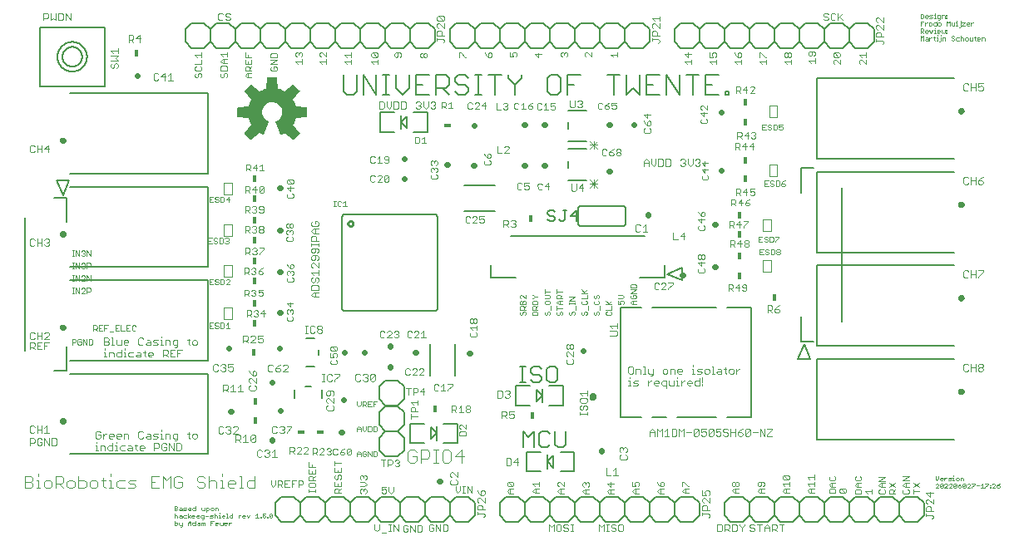
<source format=gbr>
G04 EAGLE Gerber RS-274X export*
G75*
%MOMM*%
%FSLAX34Y34*%
%LPD*%
%INSilkscreen Top*%
%IPPOS*%
%AMOC8*
5,1,8,0,0,1.08239X$1,22.5*%
G01*
%ADD10C,0.101600*%
%ADD11C,0.076200*%
%ADD12C,0.152400*%
%ADD13C,0.050800*%
%ADD14C,0.177800*%
%ADD15C,0.558800*%
%ADD16C,0.203200*%
%ADD17C,0.200000*%
%ADD18C,0.250000*%
%ADD19R,0.457200X0.762000*%
%ADD20R,0.762000X0.457200*%
%ADD21C,0.400000*%
%ADD22C,0.127000*%
%ADD23C,0.060000*%
%ADD24C,0.350000*%

G36*
X285285Y401708D02*
X285285Y401708D01*
X285393Y401718D01*
X285406Y401724D01*
X285420Y401726D01*
X285517Y401774D01*
X285616Y401819D01*
X285629Y401830D01*
X285638Y401834D01*
X285653Y401850D01*
X285730Y401912D01*
X291762Y407944D01*
X291812Y408015D01*
X291817Y408020D01*
X291819Y408023D01*
X291825Y408032D01*
X291891Y408118D01*
X291896Y408131D01*
X291904Y408143D01*
X291935Y408246D01*
X291971Y408349D01*
X291971Y408363D01*
X291975Y408376D01*
X291971Y408484D01*
X291972Y408593D01*
X291967Y408606D01*
X291967Y408620D01*
X291929Y408722D01*
X291894Y408824D01*
X291885Y408839D01*
X291881Y408848D01*
X291867Y408865D01*
X291813Y408947D01*
X284959Y417353D01*
X285997Y419239D01*
X286005Y419261D01*
X286033Y419313D01*
X287050Y421769D01*
X287056Y421792D01*
X287078Y421847D01*
X287677Y423915D01*
X298467Y425012D01*
X298571Y425040D01*
X298677Y425065D01*
X298689Y425072D01*
X298702Y425075D01*
X298792Y425136D01*
X298885Y425193D01*
X298893Y425204D01*
X298905Y425212D01*
X298971Y425298D01*
X299040Y425382D01*
X299044Y425395D01*
X299053Y425406D01*
X299087Y425509D01*
X299126Y425610D01*
X299127Y425628D01*
X299131Y425637D01*
X299131Y425659D01*
X299140Y425757D01*
X299140Y434287D01*
X299123Y434394D01*
X299109Y434502D01*
X299103Y434514D01*
X299101Y434528D01*
X299049Y434624D01*
X299002Y434721D01*
X298992Y434731D01*
X298986Y434743D01*
X298906Y434817D01*
X298830Y434894D01*
X298818Y434900D01*
X298808Y434910D01*
X298709Y434955D01*
X298612Y435003D01*
X298594Y435007D01*
X298585Y435011D01*
X298564Y435013D01*
X298467Y435032D01*
X287677Y436129D01*
X287078Y438197D01*
X287067Y438218D01*
X287050Y438275D01*
X286257Y440191D01*
X286033Y440731D01*
X286020Y440751D01*
X285997Y440805D01*
X284959Y442691D01*
X291813Y451097D01*
X291867Y451191D01*
X291924Y451283D01*
X291927Y451296D01*
X291934Y451308D01*
X291955Y451415D01*
X291980Y451520D01*
X291978Y451534D01*
X291981Y451548D01*
X291966Y451655D01*
X291956Y451763D01*
X291950Y451776D01*
X291948Y451790D01*
X291900Y451887D01*
X291855Y451986D01*
X291844Y451999D01*
X291840Y452008D01*
X291824Y452023D01*
X291762Y452100D01*
X285730Y458132D01*
X285642Y458195D01*
X285556Y458261D01*
X285543Y458266D01*
X285531Y458274D01*
X285428Y458305D01*
X285325Y458341D01*
X285311Y458341D01*
X285298Y458345D01*
X285190Y458341D01*
X285081Y458342D01*
X285068Y458337D01*
X285054Y458337D01*
X284952Y458299D01*
X284850Y458264D01*
X284835Y458255D01*
X284826Y458251D01*
X284809Y458237D01*
X284727Y458183D01*
X276321Y451329D01*
X274435Y452367D01*
X274413Y452375D01*
X274361Y452403D01*
X271905Y453420D01*
X271882Y453426D01*
X271827Y453448D01*
X269759Y454047D01*
X268662Y464837D01*
X268634Y464941D01*
X268609Y465047D01*
X268602Y465059D01*
X268599Y465072D01*
X268538Y465162D01*
X268481Y465255D01*
X268470Y465263D01*
X268462Y465275D01*
X268376Y465341D01*
X268292Y465410D01*
X268279Y465414D01*
X268268Y465423D01*
X268165Y465457D01*
X268064Y465496D01*
X268046Y465497D01*
X268037Y465501D01*
X268015Y465501D01*
X267917Y465510D01*
X259387Y465510D01*
X259280Y465493D01*
X259172Y465479D01*
X259160Y465473D01*
X259146Y465471D01*
X259050Y465419D01*
X258953Y465372D01*
X258943Y465362D01*
X258931Y465356D01*
X258857Y465276D01*
X258780Y465200D01*
X258774Y465188D01*
X258764Y465178D01*
X258719Y465079D01*
X258671Y464982D01*
X258667Y464964D01*
X258663Y464955D01*
X258661Y464934D01*
X258642Y464837D01*
X257545Y454047D01*
X255477Y453448D01*
X255456Y453437D01*
X255399Y453420D01*
X252943Y452403D01*
X252923Y452390D01*
X252869Y452367D01*
X250983Y451329D01*
X242577Y458183D01*
X242483Y458237D01*
X242391Y458294D01*
X242378Y458297D01*
X242366Y458304D01*
X242259Y458325D01*
X242154Y458350D01*
X242140Y458348D01*
X242126Y458351D01*
X242019Y458336D01*
X241911Y458326D01*
X241898Y458320D01*
X241885Y458318D01*
X241787Y458270D01*
X241688Y458225D01*
X241675Y458214D01*
X241666Y458210D01*
X241651Y458194D01*
X241574Y458132D01*
X235542Y452100D01*
X235479Y452012D01*
X235413Y451926D01*
X235408Y451913D01*
X235400Y451901D01*
X235369Y451798D01*
X235333Y451695D01*
X235333Y451681D01*
X235329Y451668D01*
X235333Y451560D01*
X235332Y451451D01*
X235337Y451438D01*
X235337Y451424D01*
X235375Y451322D01*
X235410Y451220D01*
X235419Y451205D01*
X235423Y451196D01*
X235437Y451179D01*
X235491Y451097D01*
X242345Y442691D01*
X241307Y440805D01*
X241299Y440783D01*
X241271Y440731D01*
X240254Y438275D01*
X240248Y438252D01*
X240226Y438197D01*
X239627Y436129D01*
X228837Y435032D01*
X228733Y435004D01*
X228627Y434979D01*
X228615Y434972D01*
X228602Y434969D01*
X228512Y434908D01*
X228419Y434851D01*
X228411Y434840D01*
X228399Y434832D01*
X228333Y434746D01*
X228265Y434662D01*
X228260Y434649D01*
X228251Y434638D01*
X228217Y434535D01*
X228178Y434434D01*
X228177Y434416D01*
X228173Y434407D01*
X228174Y434385D01*
X228164Y434287D01*
X228164Y425757D01*
X228181Y425650D01*
X228195Y425542D01*
X228201Y425530D01*
X228203Y425516D01*
X228255Y425420D01*
X228302Y425323D01*
X228312Y425313D01*
X228318Y425301D01*
X228398Y425227D01*
X228474Y425150D01*
X228486Y425144D01*
X228497Y425134D01*
X228595Y425089D01*
X228692Y425041D01*
X228710Y425037D01*
X228719Y425033D01*
X228740Y425031D01*
X228837Y425012D01*
X239627Y423915D01*
X240226Y421847D01*
X240237Y421826D01*
X240254Y421769D01*
X240309Y421636D01*
X241240Y419389D01*
X241240Y419388D01*
X241271Y419313D01*
X241284Y419293D01*
X241307Y419239D01*
X242345Y417353D01*
X235491Y408947D01*
X235437Y408853D01*
X235380Y408761D01*
X235377Y408748D01*
X235370Y408736D01*
X235349Y408629D01*
X235324Y408524D01*
X235326Y408510D01*
X235323Y408496D01*
X235338Y408389D01*
X235348Y408281D01*
X235354Y408268D01*
X235356Y408255D01*
X235404Y408157D01*
X235449Y408058D01*
X235460Y408045D01*
X235464Y408036D01*
X235480Y408021D01*
X235542Y407944D01*
X241574Y401912D01*
X241662Y401849D01*
X241748Y401783D01*
X241761Y401778D01*
X241773Y401770D01*
X241876Y401739D01*
X241979Y401703D01*
X241993Y401703D01*
X242006Y401699D01*
X242114Y401703D01*
X242223Y401702D01*
X242236Y401707D01*
X242250Y401707D01*
X242352Y401745D01*
X242454Y401780D01*
X242469Y401789D01*
X242478Y401793D01*
X242495Y401807D01*
X242577Y401861D01*
X250977Y408710D01*
X252264Y407978D01*
X252283Y407971D01*
X252319Y407950D01*
X254128Y407111D01*
X254166Y407101D01*
X254202Y407082D01*
X254283Y407068D01*
X254363Y407046D01*
X254403Y407048D01*
X254442Y407042D01*
X254524Y407055D01*
X254607Y407060D01*
X254644Y407075D01*
X254683Y407081D01*
X254756Y407120D01*
X254833Y407151D01*
X254863Y407177D01*
X254899Y407196D01*
X254955Y407256D01*
X255018Y407310D01*
X255038Y407345D01*
X255066Y407374D01*
X255135Y407504D01*
X260158Y419630D01*
X260184Y419742D01*
X260213Y419854D01*
X260212Y419861D01*
X260214Y419868D01*
X260202Y419982D01*
X260193Y420097D01*
X260191Y420103D01*
X260190Y420111D01*
X260142Y420215D01*
X260097Y420321D01*
X260092Y420326D01*
X260089Y420333D01*
X260011Y420417D01*
X259934Y420502D01*
X259926Y420507D01*
X259922Y420511D01*
X259909Y420518D01*
X259810Y420583D01*
X258232Y421398D01*
X256864Y422427D01*
X255688Y423671D01*
X254737Y425095D01*
X254037Y426658D01*
X253610Y428316D01*
X253466Y430018D01*
X253646Y431924D01*
X254177Y433759D01*
X255041Y435462D01*
X256208Y436974D01*
X257637Y438241D01*
X259277Y439220D01*
X261072Y439875D01*
X262957Y440183D01*
X264866Y440135D01*
X266733Y439730D01*
X268491Y438984D01*
X270079Y437923D01*
X271442Y436584D01*
X272530Y435014D01*
X273306Y433269D01*
X273742Y431409D01*
X273824Y429501D01*
X273548Y427611D01*
X272923Y425806D01*
X271973Y424149D01*
X270730Y422698D01*
X269238Y421506D01*
X267488Y420579D01*
X267399Y420512D01*
X267309Y420447D01*
X267302Y420438D01*
X267293Y420432D01*
X267231Y420339D01*
X267166Y420249D01*
X267163Y420238D01*
X267157Y420229D01*
X267128Y420122D01*
X267095Y420016D01*
X267096Y420005D01*
X267093Y419994D01*
X267099Y419882D01*
X267103Y419772D01*
X267107Y419758D01*
X267108Y419750D01*
X267115Y419732D01*
X267146Y419630D01*
X267556Y418639D01*
X268487Y416392D01*
X268487Y416391D01*
X269418Y414144D01*
X269419Y414144D01*
X270350Y411896D01*
X271281Y409648D01*
X272169Y407504D01*
X272190Y407470D01*
X272203Y407433D01*
X272254Y407367D01*
X272298Y407297D01*
X272329Y407272D01*
X272353Y407240D01*
X272422Y407195D01*
X272486Y407142D01*
X272524Y407128D01*
X272557Y407106D01*
X272637Y407085D01*
X272715Y407056D01*
X272755Y407055D01*
X272793Y407045D01*
X272876Y407051D01*
X272958Y407048D01*
X272997Y407060D01*
X273037Y407063D01*
X273176Y407111D01*
X274985Y407950D01*
X275001Y407961D01*
X275040Y407978D01*
X276327Y408710D01*
X284727Y401861D01*
X284821Y401807D01*
X284913Y401750D01*
X284926Y401747D01*
X284938Y401740D01*
X285045Y401719D01*
X285150Y401694D01*
X285164Y401696D01*
X285178Y401693D01*
X285285Y401708D01*
G37*
D10*
X307340Y43180D02*
X307340Y45383D01*
X307340Y44282D02*
X300730Y44282D01*
X300730Y45383D02*
X300730Y43180D01*
X300730Y48959D02*
X300730Y51162D01*
X300730Y48959D02*
X301832Y47858D01*
X306238Y47858D01*
X307340Y48959D01*
X307340Y51162D01*
X306238Y52264D01*
X301832Y52264D01*
X300730Y51162D01*
X300730Y54874D02*
X307340Y54874D01*
X300730Y54874D02*
X300730Y58179D01*
X301832Y59280D01*
X304035Y59280D01*
X305137Y58179D01*
X305137Y54874D01*
X305137Y57077D02*
X307340Y59280D01*
X300730Y61890D02*
X300730Y66297D01*
X300730Y61890D02*
X307340Y61890D01*
X307340Y66297D01*
X304035Y64094D02*
X304035Y61890D01*
X307340Y68907D02*
X300730Y68907D01*
X300730Y73313D01*
X304035Y71110D02*
X304035Y68907D01*
X327146Y42164D02*
X333756Y42164D01*
X327146Y42164D02*
X327146Y45469D01*
X328248Y46570D01*
X330451Y46570D01*
X331553Y45469D01*
X331553Y42164D01*
X331553Y44367D02*
X333756Y46570D01*
X327146Y49180D02*
X327146Y53587D01*
X327146Y49180D02*
X333756Y49180D01*
X333756Y53587D01*
X330451Y51384D02*
X330451Y49180D01*
X327146Y59502D02*
X328248Y60603D01*
X327146Y59502D02*
X327146Y57298D01*
X328248Y56197D01*
X329350Y56197D01*
X330451Y57298D01*
X330451Y59502D01*
X331553Y60603D01*
X332654Y60603D01*
X333756Y59502D01*
X333756Y57298D01*
X332654Y56197D01*
X327146Y63213D02*
X327146Y67620D01*
X327146Y63213D02*
X333756Y63213D01*
X333756Y67620D01*
X330451Y65416D02*
X330451Y63213D01*
X333756Y72433D02*
X327146Y72433D01*
X327146Y70230D02*
X327146Y74636D01*
X353054Y42758D02*
X354156Y41656D01*
X353054Y42758D02*
X353054Y44961D01*
X354156Y46062D01*
X355258Y46062D01*
X356359Y44961D01*
X356359Y43859D01*
X356359Y44961D02*
X357461Y46062D01*
X358562Y46062D01*
X359664Y44961D01*
X359664Y42758D01*
X358562Y41656D01*
X357461Y48672D02*
X353054Y48672D01*
X357461Y48672D02*
X359664Y50876D01*
X357461Y53079D01*
X353054Y53079D01*
X354156Y55689D02*
X353054Y56790D01*
X353054Y58994D01*
X354156Y60095D01*
X355258Y60095D01*
X356359Y58994D01*
X356359Y57892D01*
X356359Y58994D02*
X357461Y60095D01*
X358562Y60095D01*
X359664Y58994D01*
X359664Y56790D01*
X358562Y55689D01*
X375349Y48266D02*
X379756Y48266D01*
X375349Y48266D02*
X375349Y44961D01*
X377552Y46062D01*
X378654Y46062D01*
X379756Y44961D01*
X379756Y42758D01*
X378654Y41656D01*
X376451Y41656D01*
X375349Y42758D01*
X382366Y43859D02*
X382366Y48266D01*
X382366Y43859D02*
X384569Y41656D01*
X386772Y43859D01*
X386772Y48266D01*
X400594Y9404D02*
X401695Y8302D01*
X400594Y9404D02*
X398390Y9404D01*
X397289Y8302D01*
X397289Y3896D01*
X398390Y2794D01*
X400594Y2794D01*
X401695Y3896D01*
X401695Y6099D01*
X399492Y6099D01*
X404305Y2794D02*
X404305Y9404D01*
X408712Y2794D01*
X408712Y9404D01*
X411322Y9404D02*
X411322Y2794D01*
X414626Y2794D01*
X415728Y3896D01*
X415728Y8302D01*
X414626Y9404D01*
X411322Y9404D01*
X450428Y44367D02*
X450428Y48774D01*
X450428Y44367D02*
X452631Y42164D01*
X454834Y44367D01*
X454834Y48774D01*
X457444Y42164D02*
X459647Y42164D01*
X458546Y42164D02*
X458546Y48774D01*
X459647Y48774D02*
X457444Y48774D01*
X462122Y48774D02*
X462122Y42164D01*
X466528Y42164D02*
X462122Y48774D01*
X466528Y48774D02*
X466528Y42164D01*
X504864Y41656D02*
X509270Y41656D01*
X504864Y41656D02*
X502660Y43859D01*
X504864Y46062D01*
X509270Y46062D01*
X505965Y46062D02*
X505965Y41656D01*
X508168Y48672D02*
X503762Y48672D01*
X502660Y49774D01*
X502660Y51977D01*
X503762Y53079D01*
X508168Y53079D01*
X509270Y51977D01*
X509270Y49774D01*
X508168Y48672D01*
X503762Y53079D01*
X530772Y41910D02*
X535178Y41910D01*
X530772Y41910D02*
X528568Y44113D01*
X530772Y46316D01*
X535178Y46316D01*
X531873Y46316D02*
X531873Y41910D01*
X530772Y48926D02*
X528568Y51130D01*
X535178Y51130D01*
X535178Y53333D02*
X535178Y48926D01*
X556426Y41656D02*
X560832Y41656D01*
X556426Y41656D02*
X554222Y43859D01*
X556426Y46062D01*
X560832Y46062D01*
X557527Y46062D02*
X557527Y41656D01*
X560832Y48672D02*
X560832Y53079D01*
X556426Y53079D02*
X560832Y48672D01*
X556426Y53079D02*
X555324Y53079D01*
X554222Y51977D01*
X554222Y49774D01*
X555324Y48672D01*
X581826Y41402D02*
X586232Y41402D01*
X581826Y41402D02*
X579622Y43605D01*
X581826Y45808D01*
X586232Y45808D01*
X582927Y45808D02*
X582927Y41402D01*
X580724Y48418D02*
X579622Y49520D01*
X579622Y51723D01*
X580724Y52825D01*
X581826Y52825D01*
X582927Y51723D01*
X582927Y50622D01*
X582927Y51723D02*
X584029Y52825D01*
X585130Y52825D01*
X586232Y51723D01*
X586232Y49520D01*
X585130Y48418D01*
X606718Y41402D02*
X611124Y41402D01*
X606718Y41402D02*
X604514Y43605D01*
X606718Y45808D01*
X611124Y45808D01*
X607819Y45808D02*
X607819Y41402D01*
X611124Y51723D02*
X604514Y51723D01*
X607819Y48418D01*
X607819Y52825D01*
X632372Y41656D02*
X636778Y41656D01*
X632372Y41656D02*
X630168Y43859D01*
X632372Y46062D01*
X636778Y46062D01*
X633473Y46062D02*
X633473Y41656D01*
X630168Y48672D02*
X630168Y53079D01*
X630168Y48672D02*
X633473Y48672D01*
X632372Y50876D01*
X632372Y51977D01*
X633473Y53079D01*
X635676Y53079D01*
X636778Y51977D01*
X636778Y49774D01*
X635676Y48672D01*
X657772Y41656D02*
X662178Y41656D01*
X657772Y41656D02*
X655568Y43859D01*
X657772Y46062D01*
X662178Y46062D01*
X658873Y46062D02*
X658873Y41656D01*
X656670Y50876D02*
X655568Y53079D01*
X656670Y50876D02*
X658873Y48672D01*
X661076Y48672D01*
X662178Y49774D01*
X662178Y51977D01*
X661076Y53079D01*
X659975Y53079D01*
X658873Y51977D01*
X658873Y48672D01*
X683426Y41910D02*
X687832Y41910D01*
X683426Y41910D02*
X681222Y44113D01*
X683426Y46316D01*
X687832Y46316D01*
X684527Y46316D02*
X684527Y41910D01*
X681222Y48926D02*
X681222Y53333D01*
X682324Y53333D01*
X686730Y48926D01*
X687832Y48926D01*
X733972Y42164D02*
X738378Y42164D01*
X733972Y42164D02*
X731768Y44367D01*
X733972Y46570D01*
X738378Y46570D01*
X735073Y46570D02*
X735073Y42164D01*
X732870Y49180D02*
X731768Y50282D01*
X731768Y52485D01*
X732870Y53587D01*
X733972Y53587D01*
X735073Y52485D01*
X736175Y53587D01*
X737276Y53587D01*
X738378Y52485D01*
X738378Y50282D01*
X737276Y49180D01*
X736175Y49180D01*
X735073Y50282D01*
X733972Y49180D01*
X732870Y49180D01*
X735073Y50282D02*
X735073Y52485D01*
X759880Y41910D02*
X764286Y41910D01*
X759880Y41910D02*
X757676Y44113D01*
X759880Y46316D01*
X764286Y46316D01*
X760981Y46316D02*
X760981Y41910D01*
X763184Y48926D02*
X764286Y50028D01*
X764286Y52231D01*
X763184Y53333D01*
X758778Y53333D01*
X757676Y52231D01*
X757676Y50028D01*
X758778Y48926D01*
X759880Y48926D01*
X760981Y50028D01*
X760981Y53333D01*
X785280Y41910D02*
X789686Y41910D01*
X785280Y41910D02*
X783076Y44113D01*
X785280Y46316D01*
X789686Y46316D01*
X786381Y46316D02*
X786381Y41910D01*
X785280Y48926D02*
X783076Y51130D01*
X789686Y51130D01*
X789686Y53333D02*
X789686Y48926D01*
X788584Y55943D02*
X784178Y55943D01*
X783076Y57044D01*
X783076Y59248D01*
X784178Y60349D01*
X788584Y60349D01*
X789686Y59248D01*
X789686Y57044D01*
X788584Y55943D01*
X784178Y60349D01*
X810680Y42164D02*
X815086Y42164D01*
X810680Y42164D02*
X808476Y44367D01*
X810680Y46570D01*
X815086Y46570D01*
X811781Y46570D02*
X811781Y42164D01*
X810680Y49180D02*
X808476Y51384D01*
X815086Y51384D01*
X815086Y53587D02*
X815086Y49180D01*
X810680Y56197D02*
X808476Y58400D01*
X815086Y58400D01*
X815086Y56197D02*
X815086Y60603D01*
D11*
X830448Y42037D02*
X836803Y42037D01*
X836803Y45215D01*
X835744Y46274D01*
X831507Y46274D01*
X830448Y45215D01*
X830448Y42037D01*
X832566Y48586D02*
X836803Y48586D01*
X832566Y48586D02*
X830448Y50704D01*
X832566Y52823D01*
X836803Y52823D01*
X833625Y52823D02*
X833625Y48586D01*
X830448Y58312D02*
X831507Y59371D01*
X830448Y58312D02*
X830448Y56193D01*
X831507Y55134D01*
X835744Y55134D01*
X836803Y56193D01*
X836803Y58312D01*
X835744Y59371D01*
X842175Y42037D02*
X846412Y42037D01*
X842175Y42037D02*
X841116Y43096D01*
X841116Y45215D01*
X842175Y46274D01*
X846412Y46274D01*
X847471Y45215D01*
X847471Y43096D01*
X846412Y42037D01*
X842175Y46274D01*
X856610Y41529D02*
X862965Y41529D01*
X862965Y44707D01*
X861906Y45766D01*
X857669Y45766D01*
X856610Y44707D01*
X856610Y41529D01*
X858728Y48078D02*
X862965Y48078D01*
X858728Y48078D02*
X856610Y50196D01*
X858728Y52315D01*
X862965Y52315D01*
X859787Y52315D02*
X859787Y48078D01*
X856610Y57804D02*
X857669Y58863D01*
X856610Y57804D02*
X856610Y55685D01*
X857669Y54626D01*
X861906Y54626D01*
X862965Y55685D01*
X862965Y57804D01*
X861906Y58863D01*
X867278Y43647D02*
X869396Y41529D01*
X867278Y43647D02*
X873633Y43647D01*
X873633Y41529D02*
X873633Y45766D01*
X880994Y44453D02*
X882053Y45512D01*
X880994Y44453D02*
X880994Y42334D01*
X882053Y41275D01*
X886290Y41275D01*
X887349Y42334D01*
X887349Y44453D01*
X886290Y45512D01*
X887349Y47824D02*
X883112Y47824D01*
X880994Y49942D01*
X883112Y52061D01*
X887349Y52061D01*
X884171Y52061D02*
X884171Y47824D01*
X887349Y54372D02*
X880994Y54372D01*
X887349Y58609D01*
X880994Y58609D01*
X891662Y41275D02*
X898017Y41275D01*
X891662Y41275D02*
X891662Y44453D01*
X892721Y45512D01*
X894839Y45512D01*
X895899Y44453D01*
X895899Y41275D01*
X895899Y43393D02*
X898017Y45512D01*
X898017Y52061D02*
X891662Y47824D01*
X891662Y52061D02*
X898017Y47824D01*
X905378Y44707D02*
X906437Y45766D01*
X905378Y44707D02*
X905378Y42588D01*
X906437Y41529D01*
X910674Y41529D01*
X911733Y42588D01*
X911733Y44707D01*
X910674Y45766D01*
X911733Y48078D02*
X907496Y48078D01*
X905378Y50196D01*
X907496Y52315D01*
X911733Y52315D01*
X908555Y52315D02*
X908555Y48078D01*
X911733Y54626D02*
X905378Y54626D01*
X911733Y58863D01*
X905378Y58863D01*
X916046Y43647D02*
X922401Y43647D01*
X916046Y41529D02*
X916046Y45766D01*
X916046Y48078D02*
X922401Y52315D01*
X922401Y48078D02*
X916046Y52315D01*
D10*
X186008Y469609D02*
X184906Y468507D01*
X184906Y466304D01*
X186008Y465202D01*
X187110Y465202D01*
X188211Y466304D01*
X188211Y468507D01*
X189313Y469609D01*
X190414Y469609D01*
X191516Y468507D01*
X191516Y466304D01*
X190414Y465202D01*
X184906Y475524D02*
X186008Y476625D01*
X184906Y475524D02*
X184906Y473320D01*
X186008Y472219D01*
X190414Y472219D01*
X191516Y473320D01*
X191516Y475524D01*
X190414Y476625D01*
X191516Y479235D02*
X184906Y479235D01*
X191516Y479235D02*
X191516Y483642D01*
X187110Y486252D02*
X184906Y488455D01*
X191516Y488455D01*
X191516Y486252D02*
X191516Y490658D01*
X212170Y470117D02*
X211068Y469015D01*
X211068Y466812D01*
X212170Y465710D01*
X213272Y465710D01*
X214373Y466812D01*
X214373Y469015D01*
X215475Y470117D01*
X216576Y470117D01*
X217678Y469015D01*
X217678Y466812D01*
X216576Y465710D01*
X217678Y472727D02*
X211068Y472727D01*
X217678Y472727D02*
X217678Y476032D01*
X216576Y477133D01*
X212170Y477133D01*
X211068Y476032D01*
X211068Y472727D01*
X213272Y479743D02*
X217678Y479743D01*
X213272Y479743D02*
X211068Y481946D01*
X213272Y484150D01*
X217678Y484150D01*
X214373Y484150D02*
X214373Y479743D01*
X213272Y486760D02*
X211068Y488963D01*
X217678Y488963D01*
X217678Y486760D02*
X217678Y491166D01*
X238164Y465202D02*
X242570Y465202D01*
X238164Y465202D02*
X235960Y467406D01*
X238164Y469609D01*
X242570Y469609D01*
X239265Y469609D02*
X239265Y465202D01*
X242570Y472219D02*
X235960Y472219D01*
X235960Y475524D01*
X237062Y476625D01*
X239265Y476625D01*
X240367Y475524D01*
X240367Y472219D01*
X240367Y474422D02*
X242570Y476625D01*
X235960Y479235D02*
X235960Y483642D01*
X235960Y479235D02*
X242570Y479235D01*
X242570Y483642D01*
X239265Y481438D02*
X239265Y479235D01*
X242570Y486252D02*
X235960Y486252D01*
X235960Y490658D01*
X239265Y488455D02*
X239265Y486252D01*
X262122Y475270D02*
X263224Y476371D01*
X262122Y475270D02*
X262122Y473066D01*
X263224Y471965D01*
X267630Y471965D01*
X268732Y473066D01*
X268732Y475270D01*
X267630Y476371D01*
X265427Y476371D01*
X265427Y474168D01*
X268732Y478981D02*
X262122Y478981D01*
X268732Y483388D01*
X262122Y483388D01*
X262122Y485998D02*
X268732Y485998D01*
X268732Y489302D01*
X267630Y490404D01*
X263224Y490404D01*
X262122Y489302D01*
X262122Y485998D01*
X287522Y481692D02*
X289726Y479489D01*
X287522Y481692D02*
X294132Y481692D01*
X294132Y479489D02*
X294132Y483896D01*
X288624Y486506D02*
X287522Y487607D01*
X287522Y489810D01*
X288624Y490912D01*
X289726Y490912D01*
X290827Y489810D01*
X290827Y488709D01*
X290827Y489810D02*
X291929Y490912D01*
X293030Y490912D01*
X294132Y489810D01*
X294132Y487607D01*
X293030Y486506D01*
X311906Y481692D02*
X314110Y479489D01*
X311906Y481692D02*
X318516Y481692D01*
X318516Y479489D02*
X318516Y483896D01*
X318516Y486506D02*
X318516Y490912D01*
X318516Y486506D02*
X314110Y490912D01*
X313008Y490912D01*
X311906Y489810D01*
X311906Y487607D01*
X313008Y486506D01*
X337306Y481438D02*
X339510Y479235D01*
X337306Y481438D02*
X343916Y481438D01*
X343916Y479235D02*
X343916Y483642D01*
X339510Y486252D02*
X337306Y488455D01*
X343916Y488455D01*
X343916Y486252D02*
X343916Y490658D01*
X364484Y481438D02*
X366688Y479235D01*
X364484Y481438D02*
X371094Y481438D01*
X371094Y479235D02*
X371094Y483642D01*
X369992Y486252D02*
X365586Y486252D01*
X364484Y487353D01*
X364484Y489556D01*
X365586Y490658D01*
X369992Y490658D01*
X371094Y489556D01*
X371094Y487353D01*
X369992Y486252D01*
X365586Y490658D01*
X393614Y486252D02*
X394716Y487353D01*
X394716Y489556D01*
X393614Y490658D01*
X389208Y490658D01*
X388106Y489556D01*
X388106Y487353D01*
X389208Y486252D01*
X390310Y486252D01*
X391411Y487353D01*
X391411Y490658D01*
X414522Y487099D02*
X415624Y485998D01*
X414522Y487099D02*
X414522Y489302D01*
X415624Y490404D01*
X416726Y490404D01*
X417827Y489302D01*
X418929Y490404D01*
X420030Y490404D01*
X421132Y489302D01*
X421132Y487099D01*
X420030Y485998D01*
X418929Y485998D01*
X417827Y487099D01*
X416726Y485998D01*
X415624Y485998D01*
X417827Y487099D02*
X417827Y489302D01*
X454146Y490658D02*
X454146Y486252D01*
X454146Y490658D02*
X455248Y490658D01*
X459654Y486252D01*
X460756Y486252D01*
X480308Y490658D02*
X481410Y488455D01*
X483613Y486252D01*
X485816Y486252D01*
X486918Y487353D01*
X486918Y489556D01*
X485816Y490658D01*
X484715Y490658D01*
X483613Y489556D01*
X483613Y486252D01*
X505708Y486506D02*
X505708Y490912D01*
X505708Y486506D02*
X509013Y486506D01*
X507912Y488709D01*
X507912Y489810D01*
X509013Y490912D01*
X511216Y490912D01*
X512318Y489810D01*
X512318Y487607D01*
X511216Y486506D01*
X531362Y489302D02*
X537972Y489302D01*
X534667Y485998D02*
X531362Y489302D01*
X534667Y490404D02*
X534667Y485998D01*
X557524Y487607D02*
X558626Y486506D01*
X557524Y487607D02*
X557524Y489810D01*
X558626Y490912D01*
X559728Y490912D01*
X560829Y489810D01*
X560829Y488709D01*
X560829Y489810D02*
X561931Y490912D01*
X563032Y490912D01*
X564134Y489810D01*
X564134Y487607D01*
X563032Y486506D01*
X588518Y486506D02*
X588518Y490912D01*
X588518Y486506D02*
X584112Y490912D01*
X583010Y490912D01*
X581908Y489810D01*
X581908Y487607D01*
X583010Y486506D01*
X608324Y488709D02*
X610528Y486506D01*
X608324Y488709D02*
X614934Y488709D01*
X614934Y486506D02*
X614934Y490912D01*
X683508Y481438D02*
X685712Y479235D01*
X683508Y481438D02*
X690118Y481438D01*
X690118Y479235D02*
X690118Y483642D01*
X690118Y489556D02*
X683508Y489556D01*
X686813Y486252D01*
X686813Y490658D01*
X708908Y481438D02*
X711112Y479235D01*
X708908Y481438D02*
X715518Y481438D01*
X715518Y479235D02*
X715518Y483642D01*
X708908Y486252D02*
X708908Y490658D01*
X708908Y486252D02*
X712213Y486252D01*
X711112Y488455D01*
X711112Y489556D01*
X712213Y490658D01*
X714416Y490658D01*
X715518Y489556D01*
X715518Y487353D01*
X714416Y486252D01*
X734308Y481438D02*
X736512Y479235D01*
X734308Y481438D02*
X740918Y481438D01*
X740918Y479235D02*
X740918Y483642D01*
X735410Y488455D02*
X734308Y490658D01*
X735410Y488455D02*
X737613Y486252D01*
X739816Y486252D01*
X740918Y487353D01*
X740918Y489556D01*
X739816Y490658D01*
X738715Y490658D01*
X737613Y489556D01*
X737613Y486252D01*
X759708Y481438D02*
X761912Y479235D01*
X759708Y481438D02*
X766318Y481438D01*
X766318Y479235D02*
X766318Y483642D01*
X759708Y486252D02*
X759708Y490658D01*
X760810Y490658D01*
X765216Y486252D01*
X766318Y486252D01*
X785108Y481438D02*
X787312Y479235D01*
X785108Y481438D02*
X791718Y481438D01*
X791718Y479235D02*
X791718Y483642D01*
X786210Y486252D02*
X785108Y487353D01*
X785108Y489556D01*
X786210Y490658D01*
X787312Y490658D01*
X788413Y489556D01*
X789515Y490658D01*
X790616Y490658D01*
X791718Y489556D01*
X791718Y487353D01*
X790616Y486252D01*
X789515Y486252D01*
X788413Y487353D01*
X787312Y486252D01*
X786210Y486252D01*
X788413Y487353D02*
X788413Y489556D01*
X809492Y482454D02*
X811696Y480251D01*
X809492Y482454D02*
X816102Y482454D01*
X816102Y480251D02*
X816102Y484658D01*
X815000Y487268D02*
X816102Y488369D01*
X816102Y490572D01*
X815000Y491674D01*
X810594Y491674D01*
X809492Y490572D01*
X809492Y488369D01*
X810594Y487268D01*
X811696Y487268D01*
X812797Y488369D01*
X812797Y491674D01*
X841502Y483642D02*
X841502Y479235D01*
X837096Y483642D01*
X835994Y483642D01*
X834892Y482540D01*
X834892Y480337D01*
X835994Y479235D01*
X835994Y486252D02*
X840400Y486252D01*
X835994Y486252D02*
X834892Y487353D01*
X834892Y489556D01*
X835994Y490658D01*
X840400Y490658D01*
X841502Y489556D01*
X841502Y487353D01*
X840400Y486252D01*
X835994Y490658D01*
X867918Y483642D02*
X867918Y479235D01*
X863512Y483642D01*
X862410Y483642D01*
X861308Y482540D01*
X861308Y480337D01*
X862410Y479235D01*
X863512Y486252D02*
X861308Y488455D01*
X867918Y488455D01*
X867918Y486252D02*
X867918Y490658D01*
X426756Y9912D02*
X427857Y8810D01*
X426756Y9912D02*
X424552Y9912D01*
X423451Y8810D01*
X423451Y4404D01*
X424552Y3302D01*
X426756Y3302D01*
X427857Y4404D01*
X427857Y6607D01*
X425654Y6607D01*
X430467Y3302D02*
X430467Y9912D01*
X434874Y3302D01*
X434874Y9912D01*
X437484Y9912D02*
X437484Y3302D01*
X440788Y3302D01*
X441890Y4404D01*
X441890Y8810D01*
X440788Y9912D01*
X437484Y9912D01*
X262393Y50359D02*
X262393Y54766D01*
X262393Y50359D02*
X264596Y48156D01*
X266799Y50359D01*
X266799Y54766D01*
X269409Y54766D02*
X269409Y48156D01*
X269409Y54766D02*
X272714Y54766D01*
X273815Y53664D01*
X273815Y51461D01*
X272714Y50359D01*
X269409Y50359D01*
X271612Y50359D02*
X273815Y48156D01*
X276425Y54766D02*
X280832Y54766D01*
X276425Y54766D02*
X276425Y48156D01*
X280832Y48156D01*
X278629Y51461D02*
X276425Y51461D01*
X283442Y48156D02*
X283442Y54766D01*
X287848Y54766D01*
X285645Y51461D02*
X283442Y51461D01*
X290458Y48156D02*
X290458Y54766D01*
X293763Y54766D01*
X294865Y53664D01*
X294865Y51461D01*
X293763Y50359D01*
X290458Y50359D01*
D11*
X545211Y10293D02*
X545211Y2921D01*
X547668Y7836D02*
X545211Y10293D01*
X547668Y7836D02*
X550126Y10293D01*
X550126Y2921D01*
X553924Y10293D02*
X556381Y10293D01*
X553924Y10293D02*
X552695Y9065D01*
X552695Y4150D01*
X553924Y2921D01*
X556381Y2921D01*
X557610Y4150D01*
X557610Y9065D01*
X556381Y10293D01*
X563865Y10293D02*
X565094Y9065D01*
X563865Y10293D02*
X561408Y10293D01*
X560179Y9065D01*
X560179Y7836D01*
X561408Y6607D01*
X563865Y6607D01*
X565094Y5378D01*
X565094Y4150D01*
X563865Y2921D01*
X561408Y2921D01*
X560179Y4150D01*
X567663Y2921D02*
X570121Y2921D01*
X568892Y2921D02*
X568892Y10293D01*
X567663Y10293D02*
X570121Y10293D01*
X596011Y10293D02*
X596011Y2921D01*
X598468Y7836D02*
X596011Y10293D01*
X598468Y7836D02*
X600926Y10293D01*
X600926Y2921D01*
X603495Y2921D02*
X605953Y2921D01*
X604724Y2921D02*
X604724Y10293D01*
X603495Y10293D02*
X605953Y10293D01*
X612171Y10293D02*
X613399Y9065D01*
X612171Y10293D02*
X609713Y10293D01*
X608485Y9065D01*
X608485Y7836D01*
X609713Y6607D01*
X612171Y6607D01*
X613399Y5378D01*
X613399Y4150D01*
X612171Y2921D01*
X609713Y2921D01*
X608485Y4150D01*
X617197Y10293D02*
X619655Y10293D01*
X617197Y10293D02*
X615969Y9065D01*
X615969Y4150D01*
X617197Y2921D01*
X619655Y2921D01*
X620884Y4150D01*
X620884Y9065D01*
X619655Y10293D01*
X716661Y10293D02*
X716661Y2921D01*
X720347Y2921D01*
X721576Y4150D01*
X721576Y9065D01*
X720347Y10293D01*
X716661Y10293D01*
X724145Y10293D02*
X724145Y2921D01*
X724145Y10293D02*
X727831Y10293D01*
X729060Y9065D01*
X729060Y6607D01*
X727831Y5378D01*
X724145Y5378D01*
X726603Y5378D02*
X729060Y2921D01*
X731629Y2921D02*
X731629Y10293D01*
X731629Y2921D02*
X735315Y2921D01*
X736544Y4150D01*
X736544Y9065D01*
X735315Y10293D01*
X731629Y10293D01*
X739113Y10293D02*
X739113Y9065D01*
X741571Y6607D01*
X744028Y9065D01*
X744028Y10293D01*
X741571Y6607D02*
X741571Y2921D01*
X753367Y10293D02*
X754596Y9065D01*
X753367Y10293D02*
X750910Y10293D01*
X749681Y9065D01*
X749681Y7836D01*
X750910Y6607D01*
X753367Y6607D01*
X754596Y5378D01*
X754596Y4150D01*
X753367Y2921D01*
X750910Y2921D01*
X749681Y4150D01*
X759623Y2921D02*
X759623Y10293D01*
X762080Y10293D02*
X757165Y10293D01*
X764649Y7836D02*
X764649Y2921D01*
X764649Y7836D02*
X767107Y10293D01*
X769564Y7836D01*
X769564Y2921D01*
X769564Y6607D02*
X764649Y6607D01*
X772133Y2921D02*
X772133Y10293D01*
X775820Y10293D01*
X777048Y9065D01*
X777048Y6607D01*
X775820Y5378D01*
X772133Y5378D01*
X774591Y5378D02*
X777048Y2921D01*
X782075Y2921D02*
X782075Y10293D01*
X779618Y10293D02*
X784532Y10293D01*
X367411Y10293D02*
X367411Y5378D01*
X369868Y2921D01*
X372326Y5378D01*
X372326Y10293D01*
X374895Y1692D02*
X379810Y1692D01*
X382379Y2921D02*
X384837Y2921D01*
X383608Y2921D02*
X383608Y10293D01*
X382379Y10293D02*
X384837Y10293D01*
X387369Y10293D02*
X387369Y2921D01*
X392284Y2921D02*
X387369Y10293D01*
X392284Y10293D02*
X392284Y2921D01*
X829526Y529765D02*
X828297Y530993D01*
X825840Y530993D01*
X824611Y529765D01*
X824611Y528536D01*
X825840Y527307D01*
X828297Y527307D01*
X829526Y526078D01*
X829526Y524850D01*
X828297Y523621D01*
X825840Y523621D01*
X824611Y524850D01*
X835781Y530993D02*
X837010Y529765D01*
X835781Y530993D02*
X833324Y530993D01*
X832095Y529765D01*
X832095Y524850D01*
X833324Y523621D01*
X835781Y523621D01*
X837010Y524850D01*
X839579Y523621D02*
X839579Y530993D01*
X839579Y526078D02*
X844494Y530993D01*
X840808Y527307D02*
X844494Y523621D01*
X213576Y529765D02*
X212347Y530993D01*
X209890Y530993D01*
X208661Y529765D01*
X208661Y524850D01*
X209890Y523621D01*
X212347Y523621D01*
X213576Y524850D01*
X219831Y530993D02*
X221060Y529765D01*
X219831Y530993D02*
X217374Y530993D01*
X216145Y529765D01*
X216145Y528536D01*
X217374Y527307D01*
X219831Y527307D01*
X221060Y526078D01*
X221060Y524850D01*
X219831Y523621D01*
X217374Y523621D01*
X216145Y524850D01*
D12*
X518922Y104662D02*
X518922Y88392D01*
X524345Y99239D02*
X518922Y104662D01*
X524345Y99239D02*
X529769Y104662D01*
X529769Y88392D01*
X543429Y104662D02*
X546140Y101950D01*
X543429Y104662D02*
X538005Y104662D01*
X535294Y101950D01*
X535294Y91104D01*
X538005Y88392D01*
X543429Y88392D01*
X546140Y91104D01*
X551665Y91104D02*
X551665Y104662D01*
X551665Y91104D02*
X554377Y88392D01*
X559800Y88392D01*
X562512Y91104D01*
X562512Y104662D01*
X521328Y154432D02*
X515904Y154432D01*
X518616Y154432D02*
X518616Y170702D01*
X515904Y170702D02*
X521328Y170702D01*
X534954Y170702D02*
X537665Y167990D01*
X534954Y170702D02*
X529530Y170702D01*
X526819Y167990D01*
X526819Y165279D01*
X529530Y162567D01*
X534954Y162567D01*
X537665Y159855D01*
X537665Y157144D01*
X534954Y154432D01*
X529530Y154432D01*
X526819Y157144D01*
X545902Y170702D02*
X551325Y170702D01*
X545902Y170702D02*
X543190Y167990D01*
X543190Y157144D01*
X545902Y154432D01*
X551325Y154432D01*
X554037Y157144D01*
X554037Y167990D01*
X551325Y170702D01*
D10*
X410641Y83914D02*
X408438Y86117D01*
X404031Y86117D01*
X401828Y83914D01*
X401828Y75101D01*
X404031Y72898D01*
X408438Y72898D01*
X410641Y75101D01*
X410641Y79508D01*
X406234Y79508D01*
X414925Y86117D02*
X414925Y72898D01*
X414925Y86117D02*
X421535Y86117D01*
X423738Y83914D01*
X423738Y79508D01*
X421535Y77304D01*
X414925Y77304D01*
X428023Y72898D02*
X432429Y72898D01*
X430226Y72898D02*
X430226Y86117D01*
X428023Y86117D02*
X432429Y86117D01*
X438957Y86117D02*
X443364Y86117D01*
X438957Y86117D02*
X436754Y83914D01*
X436754Y75101D01*
X438957Y72898D01*
X443364Y72898D01*
X445567Y75101D01*
X445567Y83914D01*
X443364Y86117D01*
X456461Y86117D02*
X456461Y72898D01*
X449851Y79508D02*
X456461Y86117D01*
X458664Y79508D02*
X449851Y79508D01*
D13*
X349912Y131912D02*
X349912Y135641D01*
X349912Y131912D02*
X351776Y130048D01*
X353640Y131912D01*
X353640Y135641D01*
X355525Y135641D02*
X355525Y130048D01*
X355525Y135641D02*
X358321Y135641D01*
X359253Y134709D01*
X359253Y132844D01*
X358321Y131912D01*
X355525Y131912D01*
X357389Y131912D02*
X359253Y130048D01*
X361138Y135641D02*
X364866Y135641D01*
X361138Y135641D02*
X361138Y130048D01*
X364866Y130048D01*
X363002Y132844D02*
X361138Y132844D01*
X366751Y130048D02*
X366751Y135641D01*
X370479Y135641D01*
X368615Y132844D02*
X366751Y132844D01*
X349912Y108377D02*
X349912Y104648D01*
X349912Y108377D02*
X351776Y110241D01*
X353640Y108377D01*
X353640Y104648D01*
X353640Y107444D02*
X349912Y107444D01*
X355525Y106512D02*
X355525Y110241D01*
X355525Y106512D02*
X357389Y104648D01*
X359253Y106512D01*
X359253Y110241D01*
X361138Y110241D02*
X361138Y104648D01*
X363934Y104648D01*
X364866Y105580D01*
X364866Y109309D01*
X363934Y110241D01*
X361138Y110241D01*
X366751Y110241D02*
X366751Y104648D01*
X369547Y104648D01*
X370479Y105580D01*
X370479Y109309D01*
X369547Y110241D01*
X366751Y110241D01*
X349912Y82977D02*
X349912Y79248D01*
X349912Y82977D02*
X351776Y84841D01*
X353640Y82977D01*
X353640Y79248D01*
X353640Y82044D02*
X349912Y82044D01*
X358321Y84841D02*
X359253Y83909D01*
X358321Y84841D02*
X356457Y84841D01*
X355525Y83909D01*
X355525Y80180D01*
X356457Y79248D01*
X358321Y79248D01*
X359253Y80180D01*
X359253Y82044D01*
X357389Y82044D01*
X361138Y79248D02*
X361138Y84841D01*
X364866Y79248D01*
X364866Y84841D01*
X366751Y84841D02*
X366751Y79248D01*
X369547Y79248D01*
X370479Y80180D01*
X370479Y83909D01*
X369547Y84841D01*
X366751Y84841D01*
D11*
X641731Y375031D02*
X641731Y379946D01*
X644188Y382403D01*
X646646Y379946D01*
X646646Y375031D01*
X646646Y378717D02*
X641731Y378717D01*
X649215Y377488D02*
X649215Y382403D01*
X649215Y377488D02*
X651673Y375031D01*
X654130Y377488D01*
X654130Y382403D01*
X656699Y382403D02*
X656699Y375031D01*
X660385Y375031D01*
X661614Y376260D01*
X661614Y381175D01*
X660385Y382403D01*
X656699Y382403D01*
X664183Y382403D02*
X664183Y375031D01*
X667870Y375031D01*
X669098Y376260D01*
X669098Y381175D01*
X667870Y382403D01*
X664183Y382403D01*
X679152Y381175D02*
X680380Y382403D01*
X682838Y382403D01*
X684067Y381175D01*
X684067Y379946D01*
X682838Y378717D01*
X681609Y378717D01*
X682838Y378717D02*
X684067Y377488D01*
X684067Y376260D01*
X682838Y375031D01*
X680380Y375031D01*
X679152Y376260D01*
X686636Y377488D02*
X686636Y382403D01*
X686636Y377488D02*
X689093Y375031D01*
X691551Y377488D01*
X691551Y382403D01*
X694120Y381175D02*
X695349Y382403D01*
X697806Y382403D01*
X699035Y381175D01*
X699035Y379946D01*
X697806Y378717D01*
X696578Y378717D01*
X697806Y378717D02*
X699035Y377488D01*
X699035Y376260D01*
X697806Y375031D01*
X695349Y375031D01*
X694120Y376260D01*
X372491Y433451D02*
X372491Y440823D01*
X372491Y433451D02*
X376177Y433451D01*
X377406Y434680D01*
X377406Y439595D01*
X376177Y440823D01*
X372491Y440823D01*
X379975Y440823D02*
X379975Y435908D01*
X382433Y433451D01*
X384890Y435908D01*
X384890Y440823D01*
X387459Y440823D02*
X387459Y433451D01*
X391145Y433451D01*
X392374Y434680D01*
X392374Y439595D01*
X391145Y440823D01*
X387459Y440823D01*
X394943Y440823D02*
X394943Y433451D01*
X398630Y433451D01*
X399858Y434680D01*
X399858Y439595D01*
X398630Y440823D01*
X394943Y440823D01*
X409912Y439595D02*
X411140Y440823D01*
X413598Y440823D01*
X414827Y439595D01*
X414827Y438366D01*
X413598Y437137D01*
X412369Y437137D01*
X413598Y437137D02*
X414827Y435908D01*
X414827Y434680D01*
X413598Y433451D01*
X411140Y433451D01*
X409912Y434680D01*
X417396Y435908D02*
X417396Y440823D01*
X417396Y435908D02*
X419853Y433451D01*
X422311Y435908D01*
X422311Y440823D01*
X424880Y439595D02*
X426109Y440823D01*
X428566Y440823D01*
X429795Y439595D01*
X429795Y438366D01*
X428566Y437137D01*
X427338Y437137D01*
X428566Y437137D02*
X429795Y435908D01*
X429795Y434680D01*
X428566Y433451D01*
X426109Y433451D01*
X424880Y434680D01*
X568071Y357003D02*
X568071Y350860D01*
X569300Y349631D01*
X571757Y349631D01*
X572986Y350860D01*
X572986Y357003D01*
X579241Y357003D02*
X579241Y349631D01*
X575555Y353317D02*
X579241Y357003D01*
X580470Y353317D02*
X575555Y353317D01*
X566801Y435950D02*
X566801Y442093D01*
X566801Y435950D02*
X568030Y434721D01*
X570487Y434721D01*
X571716Y435950D01*
X571716Y442093D01*
X574285Y440865D02*
X575514Y442093D01*
X577971Y442093D01*
X579200Y440865D01*
X579200Y439636D01*
X577971Y438407D01*
X576743Y438407D01*
X577971Y438407D02*
X579200Y437178D01*
X579200Y435950D01*
X577971Y434721D01*
X575514Y434721D01*
X574285Y435950D01*
X16891Y97923D02*
X16891Y90551D01*
X16891Y97923D02*
X20577Y97923D01*
X21806Y96695D01*
X21806Y94237D01*
X20577Y93008D01*
X16891Y93008D01*
X28061Y97923D02*
X29290Y96695D01*
X28061Y97923D02*
X25604Y97923D01*
X24375Y96695D01*
X24375Y91780D01*
X25604Y90551D01*
X28061Y90551D01*
X29290Y91780D01*
X29290Y94237D01*
X26833Y94237D01*
X31859Y90551D02*
X31859Y97923D01*
X36774Y90551D01*
X36774Y97923D01*
X39343Y97923D02*
X39343Y90551D01*
X43030Y90551D01*
X44258Y91780D01*
X44258Y96695D01*
X43030Y97923D01*
X39343Y97923D01*
X21806Y109395D02*
X20577Y110623D01*
X18120Y110623D01*
X16891Y109395D01*
X16891Y104480D01*
X18120Y103251D01*
X20577Y103251D01*
X21806Y104480D01*
X24375Y103251D02*
X24375Y110623D01*
X24375Y106937D02*
X29290Y106937D01*
X29290Y110623D02*
X29290Y103251D01*
X31859Y108166D02*
X34317Y110623D01*
X34317Y103251D01*
X36774Y103251D02*
X31859Y103251D01*
X21806Y204645D02*
X20577Y205873D01*
X18120Y205873D01*
X16891Y204645D01*
X16891Y199730D01*
X18120Y198501D01*
X20577Y198501D01*
X21806Y199730D01*
X24375Y198501D02*
X24375Y205873D01*
X24375Y202187D02*
X29290Y202187D01*
X29290Y205873D02*
X29290Y198501D01*
X31859Y198501D02*
X36774Y198501D01*
X31859Y198501D02*
X36774Y203416D01*
X36774Y204645D01*
X35545Y205873D01*
X33088Y205873D01*
X31859Y204645D01*
X21806Y299895D02*
X20577Y301123D01*
X18120Y301123D01*
X16891Y299895D01*
X16891Y294980D01*
X18120Y293751D01*
X20577Y293751D01*
X21806Y294980D01*
X24375Y293751D02*
X24375Y301123D01*
X24375Y297437D02*
X29290Y297437D01*
X29290Y301123D02*
X29290Y293751D01*
X31859Y299895D02*
X33088Y301123D01*
X35545Y301123D01*
X36774Y299895D01*
X36774Y298666D01*
X35545Y297437D01*
X34317Y297437D01*
X35545Y297437D02*
X36774Y296208D01*
X36774Y294980D01*
X35545Y293751D01*
X33088Y293751D01*
X31859Y294980D01*
X21806Y395145D02*
X20577Y396373D01*
X18120Y396373D01*
X16891Y395145D01*
X16891Y390230D01*
X18120Y389001D01*
X20577Y389001D01*
X21806Y390230D01*
X24375Y389001D02*
X24375Y396373D01*
X24375Y392687D02*
X29290Y392687D01*
X29290Y396373D02*
X29290Y389001D01*
X35545Y389001D02*
X35545Y396373D01*
X31859Y392687D01*
X36774Y392687D01*
X970945Y459365D02*
X972173Y458137D01*
X970945Y459365D02*
X968487Y459365D01*
X967259Y458137D01*
X967259Y453222D01*
X968487Y451993D01*
X970945Y451993D01*
X972173Y453222D01*
X974743Y451993D02*
X974743Y459365D01*
X974743Y455679D02*
X979658Y455679D01*
X979658Y459365D02*
X979658Y451993D01*
X982227Y459365D02*
X987142Y459365D01*
X982227Y459365D02*
X982227Y455679D01*
X984684Y456908D01*
X985913Y456908D01*
X987142Y455679D01*
X987142Y453222D01*
X985913Y451993D01*
X983456Y451993D01*
X982227Y453222D01*
X970945Y364115D02*
X972173Y362887D01*
X970945Y364115D02*
X968487Y364115D01*
X967259Y362887D01*
X967259Y357972D01*
X968487Y356743D01*
X970945Y356743D01*
X972173Y357972D01*
X974743Y356743D02*
X974743Y364115D01*
X974743Y360429D02*
X979658Y360429D01*
X979658Y364115D02*
X979658Y356743D01*
X984684Y362887D02*
X987142Y364115D01*
X984684Y362887D02*
X982227Y360429D01*
X982227Y357972D01*
X983456Y356743D01*
X985913Y356743D01*
X987142Y357972D01*
X987142Y359200D01*
X985913Y360429D01*
X982227Y360429D01*
X970945Y268865D02*
X972173Y267637D01*
X970945Y268865D02*
X968487Y268865D01*
X967259Y267637D01*
X967259Y262722D01*
X968487Y261493D01*
X970945Y261493D01*
X972173Y262722D01*
X974743Y261493D02*
X974743Y268865D01*
X974743Y265179D02*
X979658Y265179D01*
X979658Y268865D02*
X979658Y261493D01*
X982227Y268865D02*
X987142Y268865D01*
X987142Y267637D01*
X982227Y262722D01*
X982227Y261493D01*
X970945Y173615D02*
X972173Y172387D01*
X970945Y173615D02*
X968487Y173615D01*
X967259Y172387D01*
X967259Y167472D01*
X968487Y166243D01*
X970945Y166243D01*
X972173Y167472D01*
X974743Y166243D02*
X974743Y173615D01*
X974743Y169929D02*
X979658Y169929D01*
X979658Y173615D02*
X979658Y166243D01*
X982227Y172387D02*
X983456Y173615D01*
X985913Y173615D01*
X987142Y172387D01*
X987142Y171158D01*
X985913Y169929D01*
X987142Y168700D01*
X987142Y167472D01*
X985913Y166243D01*
X983456Y166243D01*
X982227Y167472D01*
X982227Y168700D01*
X983456Y169929D01*
X982227Y171158D01*
X982227Y172387D01*
X983456Y169929D02*
X985913Y169929D01*
X11811Y59319D02*
X11811Y47371D01*
X11811Y59319D02*
X17785Y59319D01*
X19776Y57328D01*
X19776Y55336D01*
X17785Y53345D01*
X19776Y51354D01*
X19776Y49362D01*
X17785Y47371D01*
X11811Y47371D01*
X11811Y53345D02*
X17785Y53345D01*
X23505Y55336D02*
X25496Y55336D01*
X25496Y47371D01*
X23505Y47371D02*
X27488Y47371D01*
X25496Y59319D02*
X25496Y61311D01*
X33292Y47371D02*
X37275Y47371D01*
X39266Y49362D01*
X39266Y53345D01*
X37275Y55336D01*
X33292Y55336D01*
X31301Y53345D01*
X31301Y49362D01*
X33292Y47371D01*
X42995Y47371D02*
X42995Y59319D01*
X48969Y59319D01*
X50960Y57328D01*
X50960Y53345D01*
X48969Y51354D01*
X42995Y51354D01*
X46978Y51354D02*
X50960Y47371D01*
X56680Y47371D02*
X60663Y47371D01*
X62654Y49362D01*
X62654Y53345D01*
X60663Y55336D01*
X56680Y55336D01*
X54689Y53345D01*
X54689Y49362D01*
X56680Y47371D01*
X66383Y47371D02*
X66383Y59319D01*
X66383Y47371D02*
X72357Y47371D01*
X74348Y49362D01*
X74348Y53345D01*
X72357Y55336D01*
X66383Y55336D01*
X80068Y47371D02*
X84051Y47371D01*
X86042Y49362D01*
X86042Y53345D01*
X84051Y55336D01*
X80068Y55336D01*
X78077Y53345D01*
X78077Y49362D01*
X80068Y47371D01*
X91762Y49362D02*
X91762Y57328D01*
X91762Y49362D02*
X93754Y47371D01*
X93754Y55336D02*
X89771Y55336D01*
X97567Y55336D02*
X99558Y55336D01*
X99558Y47371D01*
X97567Y47371D02*
X101549Y47371D01*
X99558Y59319D02*
X99558Y61311D01*
X107354Y55336D02*
X113328Y55336D01*
X107354Y55336D02*
X105363Y53345D01*
X105363Y49362D01*
X107354Y47371D01*
X113328Y47371D01*
X117057Y47371D02*
X123031Y47371D01*
X125022Y49362D01*
X123031Y51354D01*
X119048Y51354D01*
X117057Y53345D01*
X119048Y55336D01*
X125022Y55336D01*
X140445Y59319D02*
X148410Y59319D01*
X140445Y59319D02*
X140445Y47371D01*
X148410Y47371D01*
X144427Y53345D02*
X140445Y53345D01*
X152139Y47371D02*
X152139Y59319D01*
X156121Y55336D01*
X160104Y59319D01*
X160104Y47371D01*
X171798Y57328D02*
X169807Y59319D01*
X165824Y59319D01*
X163833Y57328D01*
X163833Y49362D01*
X165824Y47371D01*
X169807Y47371D01*
X171798Y49362D01*
X171798Y53345D01*
X167815Y53345D01*
X193195Y59319D02*
X195186Y57328D01*
X193195Y59319D02*
X189212Y59319D01*
X187221Y57328D01*
X187221Y55336D01*
X189212Y53345D01*
X193195Y53345D01*
X195186Y51354D01*
X195186Y49362D01*
X193195Y47371D01*
X189212Y47371D01*
X187221Y49362D01*
X198914Y47371D02*
X198914Y59319D01*
X200906Y55336D02*
X198914Y53345D01*
X200906Y55336D02*
X204889Y55336D01*
X206880Y53345D01*
X206880Y47371D01*
X210608Y55336D02*
X212600Y55336D01*
X212600Y47371D01*
X214591Y47371D02*
X210608Y47371D01*
X212600Y59319D02*
X212600Y61311D01*
X220396Y47371D02*
X224379Y47371D01*
X220396Y47371D02*
X218404Y49362D01*
X218404Y53345D01*
X220396Y55336D01*
X224379Y55336D01*
X226370Y53345D01*
X226370Y51354D01*
X218404Y51354D01*
X230098Y59319D02*
X232090Y59319D01*
X232090Y47371D01*
X234081Y47371D02*
X230098Y47371D01*
X245860Y47371D02*
X245860Y59319D01*
X245860Y47371D02*
X239886Y47371D01*
X237894Y49362D01*
X237894Y53345D01*
X239886Y55336D01*
X245860Y55336D01*
D13*
X515869Y225912D02*
X516801Y226844D01*
X515869Y225912D02*
X515869Y224047D01*
X516801Y223115D01*
X517734Y223115D01*
X518666Y224047D01*
X518666Y225912D01*
X519598Y226844D01*
X520530Y226844D01*
X521462Y225912D01*
X521462Y224047D01*
X520530Y223115D01*
X521462Y228728D02*
X515869Y228728D01*
X515869Y231525D01*
X516801Y232457D01*
X518666Y232457D01*
X519598Y231525D01*
X519598Y228728D01*
X519598Y230593D02*
X521462Y232457D01*
X521462Y234342D02*
X515869Y234342D01*
X515869Y237138D01*
X516801Y238070D01*
X517734Y238070D01*
X518666Y237138D01*
X519598Y238070D01*
X520530Y238070D01*
X521462Y237138D01*
X521462Y234342D01*
X518666Y234342D02*
X518666Y237138D01*
X521462Y239955D02*
X521462Y243683D01*
X521462Y239955D02*
X517734Y243683D01*
X516801Y243683D01*
X515869Y242751D01*
X515869Y240887D01*
X516801Y239955D01*
X528366Y223115D02*
X533959Y223115D01*
X533959Y225912D01*
X533027Y226844D01*
X529298Y226844D01*
X528366Y225912D01*
X528366Y223115D01*
X528366Y228728D02*
X533959Y228728D01*
X528366Y228728D02*
X528366Y231525D01*
X529298Y232457D01*
X531162Y232457D01*
X532095Y231525D01*
X532095Y228728D01*
X532095Y230593D02*
X533959Y232457D01*
X533959Y234342D02*
X528366Y234342D01*
X533959Y234342D02*
X533959Y237138D01*
X533027Y238070D01*
X529298Y238070D01*
X528366Y237138D01*
X528366Y234342D01*
X528366Y239955D02*
X529298Y239955D01*
X531162Y241819D01*
X529298Y243683D01*
X528366Y243683D01*
X531162Y241819D02*
X533959Y241819D01*
X541795Y226844D02*
X540863Y225912D01*
X540863Y224047D01*
X541795Y223115D01*
X542727Y223115D01*
X543659Y224047D01*
X543659Y225912D01*
X544591Y226844D01*
X545523Y226844D01*
X546456Y225912D01*
X546456Y224047D01*
X545523Y223115D01*
X547388Y228728D02*
X547388Y232457D01*
X540863Y235274D02*
X540863Y237138D01*
X540863Y235274D02*
X541795Y234342D01*
X545523Y234342D01*
X546456Y235274D01*
X546456Y237138D01*
X545523Y238070D01*
X541795Y238070D01*
X540863Y237138D01*
X540863Y239955D02*
X545523Y239955D01*
X546456Y240887D01*
X546456Y242751D01*
X545523Y243683D01*
X540863Y243683D01*
X540863Y247432D02*
X546456Y247432D01*
X540863Y245568D02*
X540863Y249296D01*
X554292Y226844D02*
X553360Y225912D01*
X553360Y224047D01*
X554292Y223115D01*
X555224Y223115D01*
X556156Y224047D01*
X556156Y225912D01*
X557088Y226844D01*
X558020Y226844D01*
X558952Y225912D01*
X558952Y224047D01*
X558020Y223115D01*
X558952Y230593D02*
X553360Y230593D01*
X553360Y232457D02*
X553360Y228728D01*
X555224Y234342D02*
X558952Y234342D01*
X555224Y234342D02*
X553360Y236206D01*
X555224Y238070D01*
X558952Y238070D01*
X556156Y238070D02*
X556156Y234342D01*
X558952Y239955D02*
X553360Y239955D01*
X553360Y242751D01*
X554292Y243683D01*
X556156Y243683D01*
X557088Y242751D01*
X557088Y239955D01*
X557088Y241819D02*
X558952Y243683D01*
X558952Y247432D02*
X553360Y247432D01*
X553360Y245568D02*
X553360Y249296D01*
X566789Y226844D02*
X565856Y225912D01*
X565856Y224047D01*
X566789Y223115D01*
X567721Y223115D01*
X568653Y224047D01*
X568653Y225912D01*
X569585Y226844D01*
X570517Y226844D01*
X571449Y225912D01*
X571449Y224047D01*
X570517Y223115D01*
X572381Y228728D02*
X572381Y232457D01*
X571449Y234342D02*
X571449Y236206D01*
X571449Y235274D02*
X565856Y235274D01*
X565856Y234342D02*
X565856Y236206D01*
X565856Y238084D02*
X571449Y238084D01*
X571449Y241812D02*
X565856Y238084D01*
X565856Y241812D02*
X571449Y241812D01*
X579285Y226844D02*
X578353Y225912D01*
X578353Y224047D01*
X579285Y223115D01*
X580217Y223115D01*
X581150Y224047D01*
X581150Y225912D01*
X582082Y226844D01*
X583014Y226844D01*
X583946Y225912D01*
X583946Y224047D01*
X583014Y223115D01*
X584878Y228728D02*
X584878Y232457D01*
X579285Y238070D02*
X578353Y237138D01*
X578353Y235274D01*
X579285Y234342D01*
X583014Y234342D01*
X583946Y235274D01*
X583946Y237138D01*
X583014Y238070D01*
X583946Y239955D02*
X578353Y239955D01*
X583946Y239955D02*
X583946Y243683D01*
X583946Y245568D02*
X578353Y245568D01*
X578353Y249296D02*
X582082Y245568D01*
X581150Y246500D02*
X583946Y249296D01*
X591782Y226844D02*
X590850Y225912D01*
X590850Y224047D01*
X591782Y223115D01*
X592714Y223115D01*
X593646Y224047D01*
X593646Y225912D01*
X594578Y226844D01*
X595511Y226844D01*
X596443Y225912D01*
X596443Y224047D01*
X595511Y223115D01*
X597375Y228728D02*
X597375Y232457D01*
X591782Y238070D02*
X590850Y237138D01*
X590850Y235274D01*
X591782Y234342D01*
X595511Y234342D01*
X596443Y235274D01*
X596443Y237138D01*
X595511Y238070D01*
X590850Y242751D02*
X591782Y243683D01*
X590850Y242751D02*
X590850Y240887D01*
X591782Y239955D01*
X592714Y239955D01*
X593646Y240887D01*
X593646Y242751D01*
X594578Y243683D01*
X595511Y243683D01*
X596443Y242751D01*
X596443Y240887D01*
X595511Y239955D01*
X604279Y226844D02*
X603347Y225912D01*
X603347Y224047D01*
X604279Y223115D01*
X608007Y223115D01*
X608939Y224047D01*
X608939Y225912D01*
X608007Y226844D01*
X608939Y228728D02*
X603347Y228728D01*
X608939Y228728D02*
X608939Y232457D01*
X608939Y234342D02*
X603347Y234342D01*
X607075Y234342D02*
X603347Y238070D01*
X606143Y235274D02*
X608939Y238070D01*
X615844Y238070D02*
X615844Y234342D01*
X618640Y234342D01*
X617708Y236206D01*
X617708Y237138D01*
X618640Y238070D01*
X620504Y238070D01*
X621436Y237138D01*
X621436Y235274D01*
X620504Y234342D01*
X619572Y239955D02*
X615844Y239955D01*
X619572Y239955D02*
X621436Y241819D01*
X619572Y243683D01*
X615844Y243683D01*
X630205Y234342D02*
X633933Y234342D01*
X630205Y234342D02*
X628340Y236206D01*
X630205Y238070D01*
X633933Y238070D01*
X631137Y238070D02*
X631137Y234342D01*
X628340Y242751D02*
X629272Y243683D01*
X628340Y242751D02*
X628340Y240887D01*
X629272Y239955D01*
X633001Y239955D01*
X633933Y240887D01*
X633933Y242751D01*
X633001Y243683D01*
X631137Y243683D01*
X631137Y241819D01*
X633933Y245568D02*
X628340Y245568D01*
X633933Y249296D01*
X628340Y249296D01*
X628340Y251181D02*
X633933Y251181D01*
X633933Y253977D01*
X633001Y254909D01*
X629272Y254909D01*
X628340Y253977D01*
X628340Y251181D01*
X59944Y198887D02*
X59944Y193294D01*
X59944Y198887D02*
X62740Y198887D01*
X63673Y197955D01*
X63673Y196090D01*
X62740Y195158D01*
X59944Y195158D01*
X68353Y198887D02*
X69286Y197955D01*
X68353Y198887D02*
X66489Y198887D01*
X65557Y197955D01*
X65557Y194226D01*
X66489Y193294D01*
X68353Y193294D01*
X69286Y194226D01*
X69286Y196090D01*
X67421Y196090D01*
X71170Y193294D02*
X71170Y198887D01*
X74899Y193294D01*
X74899Y198887D01*
X76783Y198887D02*
X76783Y193294D01*
X79580Y193294D01*
X80512Y194226D01*
X80512Y197955D01*
X79580Y198887D01*
X76783Y198887D01*
X81534Y207264D02*
X81534Y212857D01*
X84330Y212857D01*
X85263Y211925D01*
X85263Y210060D01*
X84330Y209128D01*
X81534Y209128D01*
X83398Y209128D02*
X85263Y207264D01*
X87147Y212857D02*
X90876Y212857D01*
X87147Y212857D02*
X87147Y207264D01*
X90876Y207264D01*
X89011Y210060D02*
X87147Y210060D01*
X92760Y207264D02*
X92760Y212857D01*
X96489Y212857D01*
X94624Y210060D02*
X92760Y210060D01*
X98373Y206332D02*
X102102Y206332D01*
X103986Y212857D02*
X107715Y212857D01*
X103986Y212857D02*
X103986Y207264D01*
X107715Y207264D01*
X105851Y210060D02*
X103986Y210060D01*
X109599Y207264D02*
X109599Y212857D01*
X109599Y207264D02*
X113328Y207264D01*
X115213Y212857D02*
X118941Y212857D01*
X115213Y212857D02*
X115213Y207264D01*
X118941Y207264D01*
X117077Y210060D02*
X115213Y210060D01*
X123622Y212857D02*
X124554Y211925D01*
X123622Y212857D02*
X121758Y212857D01*
X120826Y211925D01*
X120826Y208196D01*
X121758Y207264D01*
X123622Y207264D01*
X124554Y208196D01*
X61808Y245364D02*
X59944Y245364D01*
X60876Y245364D02*
X60876Y250957D01*
X59944Y250957D02*
X61808Y250957D01*
X63686Y250957D02*
X63686Y245364D01*
X67415Y245364D02*
X63686Y250957D01*
X67415Y250957D02*
X67415Y245364D01*
X69299Y245364D02*
X73028Y245364D01*
X69299Y245364D02*
X73028Y249093D01*
X73028Y250025D01*
X72096Y250957D01*
X70231Y250957D01*
X69299Y250025D01*
X74912Y250957D02*
X74912Y245364D01*
X74912Y250957D02*
X77709Y250957D01*
X78641Y250025D01*
X78641Y248160D01*
X77709Y247228D01*
X74912Y247228D01*
X61808Y258064D02*
X59944Y258064D01*
X60876Y258064D02*
X60876Y263657D01*
X59944Y263657D02*
X61808Y263657D01*
X63686Y263657D02*
X63686Y258064D01*
X67415Y258064D02*
X63686Y263657D01*
X67415Y263657D02*
X67415Y258064D01*
X69299Y258064D02*
X73028Y258064D01*
X69299Y258064D02*
X73028Y261793D01*
X73028Y262725D01*
X72096Y263657D01*
X70231Y263657D01*
X69299Y262725D01*
X74912Y263657D02*
X74912Y258064D01*
X78641Y258064D02*
X74912Y263657D01*
X78641Y263657D02*
X78641Y258064D01*
X61808Y270764D02*
X59944Y270764D01*
X60876Y270764D02*
X60876Y276357D01*
X59944Y276357D02*
X61808Y276357D01*
X63686Y276357D02*
X63686Y270764D01*
X67415Y270764D02*
X63686Y276357D01*
X67415Y276357D02*
X67415Y270764D01*
X69299Y275425D02*
X70231Y276357D01*
X72096Y276357D01*
X73028Y275425D01*
X73028Y274493D01*
X72096Y273560D01*
X71163Y273560D01*
X72096Y273560D02*
X73028Y272628D01*
X73028Y271696D01*
X72096Y270764D01*
X70231Y270764D01*
X69299Y271696D01*
X74912Y270764D02*
X74912Y276357D01*
X77709Y276357D01*
X78641Y275425D01*
X78641Y273560D01*
X77709Y272628D01*
X74912Y272628D01*
X61808Y283464D02*
X59944Y283464D01*
X60876Y283464D02*
X60876Y289057D01*
X59944Y289057D02*
X61808Y289057D01*
X63686Y289057D02*
X63686Y283464D01*
X67415Y283464D02*
X63686Y289057D01*
X67415Y289057D02*
X67415Y283464D01*
X69299Y288125D02*
X70231Y289057D01*
X72096Y289057D01*
X73028Y288125D01*
X73028Y287193D01*
X72096Y286260D01*
X71163Y286260D01*
X72096Y286260D02*
X73028Y285328D01*
X73028Y284396D01*
X72096Y283464D01*
X70231Y283464D01*
X69299Y284396D01*
X74912Y283464D02*
X74912Y289057D01*
X78641Y283464D01*
X78641Y289057D01*
D11*
X16891Y195713D02*
X16891Y188341D01*
X16891Y195713D02*
X20577Y195713D01*
X21806Y194485D01*
X21806Y192027D01*
X20577Y190798D01*
X16891Y190798D01*
X19348Y190798D02*
X21806Y188341D01*
X24375Y195713D02*
X29290Y195713D01*
X24375Y195713D02*
X24375Y188341D01*
X29290Y188341D01*
X26833Y192027D02*
X24375Y192027D01*
X31859Y188341D02*
X31859Y195713D01*
X36774Y195713D01*
X34317Y192027D02*
X31859Y192027D01*
D13*
X923544Y525674D02*
X923544Y530170D01*
X923544Y525674D02*
X925792Y525674D01*
X926541Y526423D01*
X926541Y529421D01*
X925792Y530170D01*
X923544Y530170D01*
X928897Y525674D02*
X930396Y525674D01*
X928897Y525674D02*
X928148Y526423D01*
X928148Y527922D01*
X928897Y528671D01*
X930396Y528671D01*
X931145Y527922D01*
X931145Y527173D01*
X928148Y527173D01*
X932752Y525674D02*
X935000Y525674D01*
X935749Y526423D01*
X935000Y527173D01*
X933501Y527173D01*
X932752Y527922D01*
X933501Y528671D01*
X935749Y528671D01*
X937356Y528671D02*
X938105Y528671D01*
X938105Y525674D01*
X937356Y525674D02*
X938854Y525674D01*
X938105Y530170D02*
X938105Y530919D01*
X941924Y524175D02*
X942673Y524175D01*
X943422Y524925D01*
X943422Y528671D01*
X941174Y528671D01*
X940425Y527922D01*
X940425Y526423D01*
X941174Y525674D01*
X943422Y525674D01*
X945029Y525674D02*
X945029Y528671D01*
X947277Y528671D01*
X948026Y527922D01*
X948026Y525674D01*
X949633Y528671D02*
X950382Y528671D01*
X950382Y527922D01*
X949633Y527922D01*
X949633Y528671D01*
X949633Y526423D02*
X950382Y526423D01*
X950382Y525674D01*
X949633Y525674D01*
X949633Y526423D01*
X923544Y522670D02*
X923544Y518174D01*
X923544Y522670D02*
X926541Y522670D01*
X925043Y520422D02*
X923544Y520422D01*
X928148Y521171D02*
X928148Y518174D01*
X928148Y519673D02*
X929647Y521171D01*
X930396Y521171D01*
X932734Y518174D02*
X934232Y518174D01*
X934982Y518923D01*
X934982Y520422D01*
X934232Y521171D01*
X932734Y521171D01*
X931985Y520422D01*
X931985Y518923D01*
X932734Y518174D01*
X939586Y518174D02*
X939586Y522670D01*
X939586Y518174D02*
X937338Y518174D01*
X936588Y518923D01*
X936588Y520422D01*
X937338Y521171D01*
X939586Y521171D01*
X941942Y518174D02*
X943440Y518174D01*
X944190Y518923D01*
X944190Y520422D01*
X943440Y521171D01*
X941942Y521171D01*
X941192Y520422D01*
X941192Y518923D01*
X941942Y518174D01*
X950400Y518174D02*
X950400Y522670D01*
X951899Y521171D01*
X953397Y522670D01*
X953397Y518174D01*
X955004Y518923D02*
X955004Y521171D01*
X955004Y518923D02*
X955753Y518174D01*
X958001Y518174D01*
X958001Y521171D01*
X959608Y521171D02*
X960357Y521171D01*
X960357Y518174D01*
X959608Y518174D02*
X961107Y518174D01*
X960357Y522670D02*
X960357Y523419D01*
X962677Y516675D02*
X963427Y516675D01*
X964176Y517425D01*
X964176Y521171D01*
X964176Y522670D02*
X964176Y523419D01*
X965747Y521171D02*
X968744Y521171D01*
X965747Y518174D01*
X968744Y518174D01*
X971100Y518174D02*
X972598Y518174D01*
X971100Y518174D02*
X970350Y518923D01*
X970350Y520422D01*
X971100Y521171D01*
X972598Y521171D01*
X973348Y520422D01*
X973348Y519673D01*
X970350Y519673D01*
X974954Y518174D02*
X974954Y521171D01*
X974954Y519673D02*
X976453Y521171D01*
X977202Y521171D01*
X923544Y515170D02*
X923544Y510674D01*
X923544Y515170D02*
X925792Y515170D01*
X926541Y514421D01*
X926541Y512922D01*
X925792Y512173D01*
X923544Y512173D01*
X925043Y512173D02*
X926541Y510674D01*
X928897Y510674D02*
X930396Y510674D01*
X928897Y510674D02*
X928148Y511423D01*
X928148Y512922D01*
X928897Y513671D01*
X930396Y513671D01*
X931145Y512922D01*
X931145Y512173D01*
X928148Y512173D01*
X932752Y513671D02*
X934250Y510674D01*
X935749Y513671D01*
X937356Y513671D02*
X938105Y513671D01*
X938105Y510674D01*
X937356Y510674D02*
X938854Y510674D01*
X938105Y515170D02*
X938105Y515919D01*
X941174Y510674D02*
X942673Y510674D01*
X941174Y510674D02*
X940425Y511423D01*
X940425Y512922D01*
X941174Y513671D01*
X942673Y513671D01*
X943422Y512922D01*
X943422Y512173D01*
X940425Y512173D01*
X945029Y511423D02*
X945029Y513671D01*
X945029Y511423D02*
X945778Y510674D01*
X946528Y511423D01*
X947277Y510674D01*
X948026Y511423D01*
X948026Y513671D01*
X949633Y513671D02*
X950382Y513671D01*
X950382Y512922D01*
X949633Y512922D01*
X949633Y513671D01*
X949633Y511423D02*
X950382Y511423D01*
X950382Y510674D01*
X949633Y510674D01*
X949633Y511423D01*
X923544Y507670D02*
X923544Y503174D01*
X925043Y506171D02*
X923544Y507670D01*
X925043Y506171D02*
X926541Y507670D01*
X926541Y503174D01*
X928897Y506171D02*
X930396Y506171D01*
X931145Y505422D01*
X931145Y503174D01*
X928897Y503174D01*
X928148Y503923D01*
X928897Y504673D01*
X931145Y504673D01*
X932752Y506171D02*
X932752Y503174D01*
X932752Y504673D02*
X934250Y506171D01*
X935000Y506171D01*
X937338Y506921D02*
X937338Y503923D01*
X938087Y503174D01*
X938087Y506171D02*
X936588Y506171D01*
X939658Y506171D02*
X940407Y506171D01*
X940407Y503174D01*
X939658Y503174D02*
X941156Y503174D01*
X940407Y507670D02*
X940407Y508419D01*
X942727Y501675D02*
X943476Y501675D01*
X944226Y502425D01*
X944226Y506171D01*
X944226Y507670D02*
X944226Y508419D01*
X945796Y506171D02*
X945796Y503174D01*
X945796Y506171D02*
X948044Y506171D01*
X948793Y505422D01*
X948793Y503174D01*
X957252Y507670D02*
X958001Y506921D01*
X957252Y507670D02*
X955753Y507670D01*
X955004Y506921D01*
X955004Y506171D01*
X955753Y505422D01*
X957252Y505422D01*
X958001Y504673D01*
X958001Y503923D01*
X957252Y503174D01*
X955753Y503174D01*
X955004Y503923D01*
X960357Y506171D02*
X962605Y506171D01*
X960357Y506171D02*
X959608Y505422D01*
X959608Y503923D01*
X960357Y503174D01*
X962605Y503174D01*
X964212Y503174D02*
X964212Y507670D01*
X964961Y506171D02*
X964212Y505422D01*
X964961Y506171D02*
X966460Y506171D01*
X967209Y505422D01*
X967209Y503174D01*
X969565Y503174D02*
X971064Y503174D01*
X971813Y503923D01*
X971813Y505422D01*
X971064Y506171D01*
X969565Y506171D01*
X968816Y505422D01*
X968816Y503923D01*
X969565Y503174D01*
X973420Y503923D02*
X973420Y506171D01*
X973420Y503923D02*
X974169Y503174D01*
X976417Y503174D01*
X976417Y506171D01*
X978773Y506921D02*
X978773Y503923D01*
X979522Y503174D01*
X979522Y506171D02*
X978024Y506171D01*
X981842Y503174D02*
X983341Y503174D01*
X981842Y503174D02*
X981093Y503923D01*
X981093Y505422D01*
X981842Y506171D01*
X983341Y506171D01*
X984090Y505422D01*
X984090Y504673D01*
X981093Y504673D01*
X985697Y503174D02*
X985697Y506171D01*
X987945Y506171D01*
X988694Y505422D01*
X988694Y503174D01*
X938784Y59240D02*
X938784Y56243D01*
X940283Y54744D01*
X941781Y56243D01*
X941781Y59240D01*
X944137Y54744D02*
X945636Y54744D01*
X944137Y54744D02*
X943388Y55493D01*
X943388Y56992D01*
X944137Y57741D01*
X945636Y57741D01*
X946385Y56992D01*
X946385Y56243D01*
X943388Y56243D01*
X947992Y54744D02*
X947992Y57741D01*
X947992Y56243D02*
X949490Y57741D01*
X950240Y57741D01*
X951828Y54744D02*
X954076Y54744D01*
X954826Y55493D01*
X954076Y56243D01*
X952578Y56243D01*
X951828Y56992D01*
X952578Y57741D01*
X954826Y57741D01*
X956432Y57741D02*
X957182Y57741D01*
X957182Y54744D01*
X957931Y54744D02*
X956432Y54744D01*
X957182Y59240D02*
X957182Y59989D01*
X960251Y54744D02*
X961750Y54744D01*
X962499Y55493D01*
X962499Y56992D01*
X961750Y57741D01*
X960251Y57741D01*
X959502Y56992D01*
X959502Y55493D01*
X960251Y54744D01*
X964106Y54744D02*
X964106Y57741D01*
X966353Y57741D01*
X967103Y56992D01*
X967103Y54744D01*
X941781Y47244D02*
X938784Y47244D01*
X941781Y50241D01*
X941781Y50991D01*
X941032Y51740D01*
X939533Y51740D01*
X938784Y50991D01*
X943388Y50991D02*
X943388Y47993D01*
X943388Y50991D02*
X944137Y51740D01*
X945636Y51740D01*
X946385Y50991D01*
X946385Y47993D01*
X945636Y47244D01*
X944137Y47244D01*
X943388Y47993D01*
X946385Y50991D01*
X947992Y47244D02*
X950989Y47244D01*
X947992Y47244D02*
X950989Y50241D01*
X950989Y50991D01*
X950240Y51740D01*
X948741Y51740D01*
X947992Y50991D01*
X952596Y47244D02*
X955593Y47244D01*
X952596Y47244D02*
X955593Y50241D01*
X955593Y50991D01*
X954844Y51740D01*
X953345Y51740D01*
X952596Y50991D01*
X957200Y50991D02*
X957200Y47993D01*
X957200Y50991D02*
X957949Y51740D01*
X959448Y51740D01*
X960197Y50991D01*
X960197Y47993D01*
X959448Y47244D01*
X957949Y47244D01*
X957200Y47993D01*
X960197Y50991D01*
X963302Y50991D02*
X964801Y51740D01*
X963302Y50991D02*
X961804Y49492D01*
X961804Y47993D01*
X962553Y47244D01*
X964051Y47244D01*
X964801Y47993D01*
X964801Y48743D01*
X964051Y49492D01*
X961804Y49492D01*
X966407Y47993D02*
X966407Y50991D01*
X967157Y51740D01*
X968655Y51740D01*
X969405Y50991D01*
X969405Y47993D01*
X968655Y47244D01*
X967157Y47244D01*
X966407Y47993D01*
X969405Y50991D01*
X971011Y47244D02*
X974009Y47244D01*
X974009Y50241D02*
X971011Y47244D01*
X974009Y50241D02*
X974009Y50991D01*
X973259Y51740D01*
X971761Y51740D01*
X971011Y50991D01*
X975615Y51740D02*
X978612Y51740D01*
X978612Y50991D01*
X975615Y47993D01*
X975615Y47244D01*
X980219Y49492D02*
X983216Y49492D01*
X984823Y50241D02*
X986322Y51740D01*
X986322Y47244D01*
X987820Y47244D02*
X984823Y47244D01*
X989427Y51740D02*
X992424Y51740D01*
X992424Y50991D01*
X989427Y47993D01*
X989427Y47244D01*
X994031Y50241D02*
X994780Y50241D01*
X994780Y49492D01*
X994031Y49492D01*
X994031Y50241D01*
X994031Y47993D02*
X994780Y47993D01*
X994780Y47244D01*
X994031Y47244D01*
X994031Y47993D01*
X996333Y47244D02*
X999330Y47244D01*
X996333Y47244D02*
X999330Y50241D01*
X999330Y50991D01*
X998581Y51740D01*
X997082Y51740D01*
X996333Y50991D01*
X1002435Y50991D02*
X1003934Y51740D01*
X1002435Y50991D02*
X1000937Y49492D01*
X1000937Y47993D01*
X1001686Y47244D01*
X1003185Y47244D01*
X1003934Y47993D01*
X1003934Y48743D01*
X1003185Y49492D01*
X1000937Y49492D01*
X164084Y28640D02*
X164084Y24144D01*
X164084Y28640D02*
X166332Y28640D01*
X167081Y27891D01*
X167081Y27141D01*
X166332Y26392D01*
X167081Y25643D01*
X167081Y24893D01*
X166332Y24144D01*
X164084Y24144D01*
X164084Y26392D02*
X166332Y26392D01*
X169437Y27141D02*
X170936Y27141D01*
X171685Y26392D01*
X171685Y24144D01*
X169437Y24144D01*
X168688Y24893D01*
X169437Y25643D01*
X171685Y25643D01*
X173292Y24144D02*
X175540Y24144D01*
X176289Y24893D01*
X175540Y25643D01*
X174041Y25643D01*
X173292Y26392D01*
X174041Y27141D01*
X176289Y27141D01*
X178645Y24144D02*
X180144Y24144D01*
X178645Y24144D02*
X177896Y24893D01*
X177896Y26392D01*
X178645Y27141D01*
X180144Y27141D01*
X180893Y26392D01*
X180893Y25643D01*
X177896Y25643D01*
X185497Y24144D02*
X185497Y28640D01*
X185497Y24144D02*
X183249Y24144D01*
X182500Y24893D01*
X182500Y26392D01*
X183249Y27141D01*
X185497Y27141D01*
X191707Y27141D02*
X191707Y24893D01*
X192457Y24144D01*
X194705Y24144D01*
X194705Y27141D01*
X196311Y27141D02*
X196311Y22645D01*
X196311Y27141D02*
X198559Y27141D01*
X199309Y26392D01*
X199309Y24893D01*
X198559Y24144D01*
X196311Y24144D01*
X201665Y24144D02*
X203163Y24144D01*
X203912Y24893D01*
X203912Y26392D01*
X203163Y27141D01*
X201665Y27141D01*
X200915Y26392D01*
X200915Y24893D01*
X201665Y24144D01*
X205519Y24144D02*
X205519Y27141D01*
X207767Y27141D01*
X208516Y26392D01*
X208516Y24144D01*
X164084Y21140D02*
X164084Y16644D01*
X164084Y18892D02*
X164833Y19641D01*
X166332Y19641D01*
X167081Y18892D01*
X167081Y16644D01*
X169437Y19641D02*
X170936Y19641D01*
X171685Y18892D01*
X171685Y16644D01*
X169437Y16644D01*
X168688Y17393D01*
X169437Y18143D01*
X171685Y18143D01*
X174041Y19641D02*
X176289Y19641D01*
X174041Y19641D02*
X173292Y18892D01*
X173292Y17393D01*
X174041Y16644D01*
X176289Y16644D01*
X177896Y16644D02*
X177896Y21140D01*
X177896Y18143D02*
X180144Y16644D01*
X177896Y18143D02*
X180144Y19641D01*
X182482Y16644D02*
X183980Y16644D01*
X182482Y16644D02*
X181732Y17393D01*
X181732Y18892D01*
X182482Y19641D01*
X183980Y19641D01*
X184730Y18892D01*
X184730Y18143D01*
X181732Y18143D01*
X187086Y16644D02*
X188584Y16644D01*
X187086Y16644D02*
X186336Y17393D01*
X186336Y18892D01*
X187086Y19641D01*
X188584Y19641D01*
X189333Y18892D01*
X189333Y18143D01*
X186336Y18143D01*
X192439Y15145D02*
X193188Y15145D01*
X193937Y15895D01*
X193937Y19641D01*
X191689Y19641D01*
X190940Y18892D01*
X190940Y17393D01*
X191689Y16644D01*
X193937Y16644D01*
X195544Y18892D02*
X198541Y18892D01*
X200148Y16644D02*
X202396Y16644D01*
X203145Y17393D01*
X202396Y18143D01*
X200897Y18143D01*
X200148Y18892D01*
X200897Y19641D01*
X203145Y19641D01*
X204752Y21140D02*
X204752Y16644D01*
X204752Y18892D02*
X205501Y19641D01*
X207000Y19641D01*
X207749Y18892D01*
X207749Y16644D01*
X209356Y19641D02*
X210105Y19641D01*
X210105Y16644D01*
X209356Y16644D02*
X210854Y16644D01*
X210105Y21140D02*
X210105Y21889D01*
X213174Y16644D02*
X214673Y16644D01*
X213174Y16644D02*
X212425Y17393D01*
X212425Y18892D01*
X213174Y19641D01*
X214673Y19641D01*
X215422Y18892D01*
X215422Y18143D01*
X212425Y18143D01*
X217029Y21140D02*
X217778Y21140D01*
X217778Y16644D01*
X217029Y16644D02*
X218528Y16644D01*
X223095Y16644D02*
X223095Y21140D01*
X223095Y16644D02*
X220848Y16644D01*
X220098Y17393D01*
X220098Y18892D01*
X220848Y19641D01*
X223095Y19641D01*
X229306Y19641D02*
X229306Y16644D01*
X229306Y18143D02*
X230805Y19641D01*
X231554Y19641D01*
X233892Y16644D02*
X235391Y16644D01*
X233892Y16644D02*
X233143Y17393D01*
X233143Y18892D01*
X233892Y19641D01*
X235391Y19641D01*
X236140Y18892D01*
X236140Y18143D01*
X233143Y18143D01*
X237747Y19641D02*
X239245Y16644D01*
X240744Y19641D01*
X246954Y19641D02*
X248453Y21140D01*
X248453Y16644D01*
X246954Y16644D02*
X249952Y16644D01*
X251558Y16644D02*
X251558Y17393D01*
X252308Y17393D01*
X252308Y16644D01*
X251558Y16644D01*
X253860Y21140D02*
X256857Y21140D01*
X253860Y21140D02*
X253860Y18892D01*
X255359Y19641D01*
X256108Y19641D01*
X256857Y18892D01*
X256857Y17393D01*
X256108Y16644D01*
X254609Y16644D01*
X253860Y17393D01*
X258464Y17393D02*
X258464Y16644D01*
X258464Y17393D02*
X259213Y17393D01*
X259213Y16644D01*
X258464Y16644D01*
X260766Y17393D02*
X260766Y20391D01*
X261515Y21140D01*
X263014Y21140D01*
X263763Y20391D01*
X263763Y17393D01*
X263014Y16644D01*
X261515Y16644D01*
X260766Y17393D01*
X263763Y20391D01*
X164084Y13640D02*
X164084Y9144D01*
X166332Y9144D01*
X167081Y9893D01*
X167081Y11392D01*
X166332Y12141D01*
X164084Y12141D01*
X168688Y12141D02*
X168688Y9893D01*
X169437Y9144D01*
X171685Y9144D01*
X171685Y8395D02*
X171685Y12141D01*
X171685Y8395D02*
X170936Y7645D01*
X170187Y7645D01*
X177896Y9144D02*
X177896Y12141D01*
X179394Y13640D01*
X180893Y12141D01*
X180893Y9144D01*
X180893Y11392D02*
X177896Y11392D01*
X185497Y13640D02*
X185497Y9144D01*
X183249Y9144D01*
X182500Y9893D01*
X182500Y11392D01*
X183249Y12141D01*
X185497Y12141D01*
X187853Y12141D02*
X189351Y12141D01*
X190101Y11392D01*
X190101Y9144D01*
X187853Y9144D01*
X187104Y9893D01*
X187853Y10643D01*
X190101Y10643D01*
X191707Y9144D02*
X191707Y12141D01*
X192457Y12141D01*
X193206Y11392D01*
X193206Y9144D01*
X193206Y11392D02*
X193955Y12141D01*
X194705Y11392D01*
X194705Y9144D01*
X200915Y9144D02*
X200915Y13640D01*
X203912Y13640D01*
X202414Y11392D02*
X200915Y11392D01*
X206268Y9144D02*
X207767Y9144D01*
X206268Y9144D02*
X205519Y9893D01*
X205519Y11392D01*
X206268Y12141D01*
X207767Y12141D01*
X208516Y11392D01*
X208516Y10643D01*
X205519Y10643D01*
X210123Y9893D02*
X210123Y12141D01*
X210123Y9893D02*
X210872Y9144D01*
X213120Y9144D01*
X213120Y12141D01*
X215476Y9144D02*
X216975Y9144D01*
X215476Y9144D02*
X214727Y9893D01*
X214727Y11392D01*
X215476Y12141D01*
X216975Y12141D01*
X217724Y11392D01*
X217724Y10643D01*
X214727Y10643D01*
X219331Y9144D02*
X219331Y12141D01*
X219331Y10643D02*
X220829Y12141D01*
X221579Y12141D01*
D14*
X336169Y451276D02*
X336169Y468012D01*
X336169Y451276D02*
X339516Y447929D01*
X346211Y447929D01*
X349558Y451276D01*
X349558Y468012D01*
X356283Y468012D02*
X356283Y447929D01*
X369671Y447929D02*
X356283Y468012D01*
X369671Y468012D02*
X369671Y447929D01*
X376396Y447929D02*
X383091Y447929D01*
X379744Y447929D02*
X379744Y468012D01*
X383091Y468012D02*
X376396Y468012D01*
X389805Y468012D02*
X389805Y454623D01*
X396500Y447929D01*
X403194Y454623D01*
X403194Y468012D01*
X409919Y468012D02*
X423308Y468012D01*
X409919Y468012D02*
X409919Y447929D01*
X423308Y447929D01*
X416613Y457971D02*
X409919Y457971D01*
X430033Y468012D02*
X430033Y447929D01*
X430033Y468012D02*
X440074Y468012D01*
X443421Y464665D01*
X443421Y457971D01*
X440074Y454623D01*
X430033Y454623D01*
X436727Y454623D02*
X443421Y447929D01*
X460188Y468012D02*
X463535Y464665D01*
X460188Y468012D02*
X453494Y468012D01*
X450146Y464665D01*
X450146Y461318D01*
X453494Y457971D01*
X460188Y457971D01*
X463535Y454623D01*
X463535Y451276D01*
X460188Y447929D01*
X453494Y447929D01*
X450146Y451276D01*
X470260Y447929D02*
X476954Y447929D01*
X473607Y447929D02*
X473607Y468012D01*
X470260Y468012D02*
X476954Y468012D01*
X490364Y468012D02*
X490364Y447929D01*
X483669Y468012D02*
X497058Y468012D01*
X503783Y468012D02*
X503783Y464665D01*
X510477Y457971D01*
X517172Y464665D01*
X517172Y468012D01*
X510477Y457971D02*
X510477Y447929D01*
X547357Y468012D02*
X554052Y468012D01*
X547357Y468012D02*
X544010Y464665D01*
X544010Y451276D01*
X547357Y447929D01*
X554052Y447929D01*
X557399Y451276D01*
X557399Y464665D01*
X554052Y468012D01*
X564124Y468012D02*
X564124Y447929D01*
X564124Y468012D02*
X577513Y468012D01*
X570818Y457971D02*
X564124Y457971D01*
X611045Y447929D02*
X611045Y468012D01*
X604351Y468012D02*
X617740Y468012D01*
X624465Y468012D02*
X624465Y447929D01*
X631159Y454623D01*
X637853Y447929D01*
X637853Y468012D01*
X644578Y468012D02*
X657967Y468012D01*
X644578Y468012D02*
X644578Y447929D01*
X657967Y447929D01*
X651273Y457971D02*
X644578Y457971D01*
X664692Y468012D02*
X664692Y447929D01*
X678081Y447929D02*
X664692Y468012D01*
X678081Y468012D02*
X678081Y447929D01*
X691500Y447929D02*
X691500Y468012D01*
X684806Y468012D02*
X698194Y468012D01*
X704919Y468012D02*
X718308Y468012D01*
X704919Y468012D02*
X704919Y447929D01*
X718308Y447929D01*
X711614Y457971D02*
X704919Y457971D01*
X725033Y451276D02*
X725033Y447929D01*
X725033Y451276D02*
X728380Y451276D01*
X728380Y447929D01*
X725033Y447929D01*
D11*
X30861Y523621D02*
X30861Y530993D01*
X34547Y530993D01*
X35776Y529765D01*
X35776Y527307D01*
X34547Y526078D01*
X30861Y526078D01*
X38345Y523621D02*
X38345Y530993D01*
X40803Y526078D02*
X38345Y523621D01*
X40803Y526078D02*
X43260Y523621D01*
X43260Y530993D01*
X45829Y530993D02*
X45829Y523621D01*
X49515Y523621D01*
X50744Y524850D01*
X50744Y529765D01*
X49515Y530993D01*
X45829Y530993D01*
X53313Y530993D02*
X53313Y523621D01*
X58228Y523621D02*
X53313Y530993D01*
X58228Y530993D02*
X58228Y523621D01*
X305854Y241681D02*
X310769Y241681D01*
X305854Y241681D02*
X303397Y244138D01*
X305854Y246596D01*
X310769Y246596D01*
X307083Y246596D02*
X307083Y241681D01*
X303397Y249165D02*
X310769Y249165D01*
X310769Y252851D01*
X309540Y254080D01*
X304625Y254080D01*
X303397Y252851D01*
X303397Y249165D01*
X303397Y260335D02*
X304625Y261564D01*
X303397Y260335D02*
X303397Y257878D01*
X304625Y256649D01*
X305854Y256649D01*
X307083Y257878D01*
X307083Y260335D01*
X308312Y261564D01*
X309540Y261564D01*
X310769Y260335D01*
X310769Y257878D01*
X309540Y256649D01*
X305854Y264133D02*
X303397Y266591D01*
X310769Y266591D01*
X310769Y269048D02*
X310769Y264133D01*
X310769Y271618D02*
X310769Y276532D01*
X310769Y271618D02*
X305854Y276532D01*
X304625Y276532D01*
X303397Y275304D01*
X303397Y272846D01*
X304625Y271618D01*
X309540Y279102D02*
X310769Y280330D01*
X310769Y282788D01*
X309540Y284017D01*
X304625Y284017D01*
X303397Y282788D01*
X303397Y280330D01*
X304625Y279102D01*
X305854Y279102D01*
X307083Y280330D01*
X307083Y284017D01*
X309540Y286586D02*
X310769Y287815D01*
X310769Y290272D01*
X309540Y291501D01*
X304625Y291501D01*
X303397Y290272D01*
X303397Y287815D01*
X304625Y286586D01*
X305854Y286586D01*
X307083Y287815D01*
X307083Y291501D01*
X310769Y294070D02*
X310769Y296528D01*
X310769Y295299D02*
X303397Y295299D01*
X303397Y294070D02*
X303397Y296528D01*
X303397Y299060D02*
X310769Y299060D01*
X303397Y299060D02*
X303397Y302746D01*
X304625Y303974D01*
X307083Y303974D01*
X308312Y302746D01*
X308312Y299060D01*
X310769Y306544D02*
X305854Y306544D01*
X303397Y309001D01*
X305854Y311459D01*
X310769Y311459D01*
X307083Y311459D02*
X307083Y306544D01*
X303397Y317714D02*
X304625Y318943D01*
X303397Y317714D02*
X303397Y315257D01*
X304625Y314028D01*
X309540Y314028D01*
X310769Y315257D01*
X310769Y317714D01*
X309540Y318943D01*
X307083Y318943D01*
X307083Y316485D01*
X647850Y105118D02*
X647850Y100203D01*
X647850Y105118D02*
X650308Y107575D01*
X652765Y105118D01*
X652765Y100203D01*
X652765Y103889D02*
X647850Y103889D01*
X655335Y100203D02*
X655335Y107575D01*
X657792Y105118D01*
X660249Y107575D01*
X660249Y100203D01*
X662819Y105118D02*
X665276Y107575D01*
X665276Y100203D01*
X662819Y100203D02*
X667734Y100203D01*
X670303Y100203D02*
X670303Y107575D01*
X670303Y100203D02*
X673989Y100203D01*
X675218Y101432D01*
X675218Y106347D01*
X673989Y107575D01*
X670303Y107575D01*
X677787Y107575D02*
X677787Y100203D01*
X680244Y105118D02*
X677787Y107575D01*
X680244Y105118D02*
X682702Y107575D01*
X682702Y100203D01*
X685271Y103889D02*
X690186Y103889D01*
X692755Y101432D02*
X692755Y106347D01*
X693984Y107575D01*
X696441Y107575D01*
X697670Y106347D01*
X697670Y101432D01*
X696441Y100203D01*
X693984Y100203D01*
X692755Y101432D01*
X697670Y106347D01*
X700239Y107575D02*
X705154Y107575D01*
X700239Y107575D02*
X700239Y103889D01*
X702697Y105118D01*
X703926Y105118D01*
X705154Y103889D01*
X705154Y101432D01*
X703926Y100203D01*
X701468Y100203D01*
X700239Y101432D01*
X707724Y101432D02*
X707724Y106347D01*
X708952Y107575D01*
X711410Y107575D01*
X712638Y106347D01*
X712638Y101432D01*
X711410Y100203D01*
X708952Y100203D01*
X707724Y101432D01*
X712638Y106347D01*
X715208Y107575D02*
X720123Y107575D01*
X715208Y107575D02*
X715208Y103889D01*
X717665Y105118D01*
X718894Y105118D01*
X720123Y103889D01*
X720123Y101432D01*
X718894Y100203D01*
X716436Y100203D01*
X715208Y101432D01*
X726378Y107575D02*
X727607Y106347D01*
X726378Y107575D02*
X723921Y107575D01*
X722692Y106347D01*
X722692Y105118D01*
X723921Y103889D01*
X726378Y103889D01*
X727607Y102660D01*
X727607Y101432D01*
X726378Y100203D01*
X723921Y100203D01*
X722692Y101432D01*
X730176Y100203D02*
X730176Y107575D01*
X730176Y103889D02*
X735091Y103889D01*
X735091Y107575D02*
X735091Y100203D01*
X740118Y106347D02*
X742575Y107575D01*
X740118Y106347D02*
X737660Y103889D01*
X737660Y101432D01*
X738889Y100203D01*
X741346Y100203D01*
X742575Y101432D01*
X742575Y102660D01*
X741346Y103889D01*
X737660Y103889D01*
X745144Y101432D02*
X745144Y106347D01*
X746373Y107575D01*
X748831Y107575D01*
X750059Y106347D01*
X750059Y101432D01*
X748831Y100203D01*
X746373Y100203D01*
X745144Y101432D01*
X750059Y106347D01*
X752629Y103889D02*
X757543Y103889D01*
X760113Y100203D02*
X760113Y107575D01*
X765028Y100203D01*
X765028Y107575D01*
X767597Y107575D02*
X772512Y107575D01*
X772512Y106347D01*
X767597Y101432D01*
X767597Y100203D01*
X772512Y100203D01*
X613578Y202583D02*
X607435Y202583D01*
X613578Y202583D02*
X614807Y203811D01*
X614807Y206269D01*
X613578Y207498D01*
X607435Y207498D01*
X609892Y210067D02*
X607435Y212524D01*
X614807Y212524D01*
X614807Y210067D02*
X614807Y214982D01*
X627421Y171075D02*
X629879Y171075D01*
X627421Y171075D02*
X626192Y169847D01*
X626192Y164932D01*
X627421Y163703D01*
X629879Y163703D01*
X631107Y164932D01*
X631107Y169847D01*
X629879Y171075D01*
X633677Y168618D02*
X633677Y163703D01*
X633677Y168618D02*
X637363Y168618D01*
X638591Y167389D01*
X638591Y163703D01*
X641161Y171075D02*
X642389Y171075D01*
X642389Y163703D01*
X641161Y163703D02*
X643618Y163703D01*
X646150Y164932D02*
X646150Y168618D01*
X646150Y164932D02*
X647379Y163703D01*
X651065Y163703D01*
X651065Y162474D02*
X651065Y168618D01*
X651065Y162474D02*
X649836Y161246D01*
X648608Y161246D01*
X662347Y163703D02*
X664805Y163703D01*
X666033Y164932D01*
X666033Y167389D01*
X664805Y168618D01*
X662347Y168618D01*
X661119Y167389D01*
X661119Y164932D01*
X662347Y163703D01*
X668603Y163703D02*
X668603Y168618D01*
X672289Y168618D01*
X673518Y167389D01*
X673518Y163703D01*
X677316Y163703D02*
X679773Y163703D01*
X677316Y163703D02*
X676087Y164932D01*
X676087Y167389D01*
X677316Y168618D01*
X679773Y168618D01*
X681002Y167389D01*
X681002Y166160D01*
X676087Y166160D01*
X691055Y168618D02*
X692284Y168618D01*
X692284Y163703D01*
X691055Y163703D02*
X693513Y163703D01*
X692284Y171075D02*
X692284Y172304D01*
X696045Y163703D02*
X699731Y163703D01*
X700959Y164932D01*
X699731Y166160D01*
X697273Y166160D01*
X696045Y167389D01*
X697273Y168618D01*
X700959Y168618D01*
X704757Y163703D02*
X707215Y163703D01*
X708444Y164932D01*
X708444Y167389D01*
X707215Y168618D01*
X704757Y168618D01*
X703529Y167389D01*
X703529Y164932D01*
X704757Y163703D01*
X711013Y171075D02*
X712242Y171075D01*
X712242Y163703D01*
X713470Y163703D02*
X711013Y163703D01*
X717231Y168618D02*
X719688Y168618D01*
X720917Y167389D01*
X720917Y163703D01*
X717231Y163703D01*
X716002Y164932D01*
X717231Y166160D01*
X720917Y166160D01*
X724715Y164932D02*
X724715Y169847D01*
X724715Y164932D02*
X725944Y163703D01*
X725944Y168618D02*
X723486Y168618D01*
X729705Y163703D02*
X732162Y163703D01*
X733391Y164932D01*
X733391Y167389D01*
X732162Y168618D01*
X729705Y168618D01*
X728476Y167389D01*
X728476Y164932D01*
X729705Y163703D01*
X735960Y163703D02*
X735960Y168618D01*
X738417Y168618D02*
X735960Y166160D01*
X738417Y168618D02*
X739646Y168618D01*
X627421Y156426D02*
X626192Y156426D01*
X627421Y156426D02*
X627421Y151511D01*
X626192Y151511D02*
X628650Y151511D01*
X627421Y158883D02*
X627421Y160112D01*
X631182Y151511D02*
X634868Y151511D01*
X636097Y152740D01*
X634868Y153968D01*
X632411Y153968D01*
X631182Y155197D01*
X632411Y156426D01*
X636097Y156426D01*
X646150Y156426D02*
X646150Y151511D01*
X646150Y153968D02*
X648608Y156426D01*
X649836Y156426D01*
X653616Y151511D02*
X656073Y151511D01*
X653616Y151511D02*
X652387Y152740D01*
X652387Y155197D01*
X653616Y156426D01*
X656073Y156426D01*
X657302Y155197D01*
X657302Y153968D01*
X652387Y153968D01*
X664786Y156426D02*
X664786Y149054D01*
X664786Y156426D02*
X661100Y156426D01*
X659871Y155197D01*
X659871Y152740D01*
X661100Y151511D01*
X664786Y151511D01*
X667355Y152740D02*
X667355Y156426D01*
X667355Y152740D02*
X668584Y151511D01*
X672270Y151511D01*
X672270Y156426D01*
X674839Y156426D02*
X676068Y156426D01*
X676068Y151511D01*
X674839Y151511D02*
X677297Y151511D01*
X676068Y158883D02*
X676068Y160112D01*
X679829Y156426D02*
X679829Y151511D01*
X679829Y153968D02*
X682286Y156426D01*
X683515Y156426D01*
X687294Y151511D02*
X689752Y151511D01*
X687294Y151511D02*
X686066Y152740D01*
X686066Y155197D01*
X687294Y156426D01*
X689752Y156426D01*
X690981Y155197D01*
X690981Y153968D01*
X686066Y153968D01*
X698465Y151511D02*
X698465Y158883D01*
X698465Y151511D02*
X694779Y151511D01*
X693550Y152740D01*
X693550Y155197D01*
X694779Y156426D01*
X698465Y156426D01*
X701034Y152740D02*
X701034Y151511D01*
X701034Y155197D02*
X701034Y160112D01*
X88636Y103807D02*
X87407Y105035D01*
X84950Y105035D01*
X83721Y103807D01*
X83721Y98892D01*
X84950Y97663D01*
X87407Y97663D01*
X88636Y98892D01*
X88636Y101349D01*
X86179Y101349D01*
X91205Y102578D02*
X91205Y97663D01*
X91205Y100120D02*
X93663Y102578D01*
X94892Y102578D01*
X98671Y97663D02*
X101128Y97663D01*
X98671Y97663D02*
X97442Y98892D01*
X97442Y101349D01*
X98671Y102578D01*
X101128Y102578D01*
X102357Y101349D01*
X102357Y100120D01*
X97442Y100120D01*
X106155Y97663D02*
X108613Y97663D01*
X106155Y97663D02*
X104926Y98892D01*
X104926Y101349D01*
X106155Y102578D01*
X108613Y102578D01*
X109841Y101349D01*
X109841Y100120D01*
X104926Y100120D01*
X112411Y97663D02*
X112411Y102578D01*
X116097Y102578D01*
X117325Y101349D01*
X117325Y97663D01*
X131065Y105035D02*
X132294Y103807D01*
X131065Y105035D02*
X128608Y105035D01*
X127379Y103807D01*
X127379Y98892D01*
X128608Y97663D01*
X131065Y97663D01*
X132294Y98892D01*
X136092Y102578D02*
X138549Y102578D01*
X139778Y101349D01*
X139778Y97663D01*
X136092Y97663D01*
X134863Y98892D01*
X136092Y100120D01*
X139778Y100120D01*
X142347Y97663D02*
X146033Y97663D01*
X147262Y98892D01*
X146033Y100120D01*
X143576Y100120D01*
X142347Y101349D01*
X143576Y102578D01*
X147262Y102578D01*
X149831Y102578D02*
X151060Y102578D01*
X151060Y97663D01*
X149831Y97663D02*
X152289Y97663D01*
X151060Y105035D02*
X151060Y106264D01*
X154821Y102578D02*
X154821Y97663D01*
X154821Y102578D02*
X158507Y102578D01*
X159736Y101349D01*
X159736Y97663D01*
X164762Y95206D02*
X165991Y95206D01*
X167220Y96434D01*
X167220Y102578D01*
X163534Y102578D01*
X162305Y101349D01*
X162305Y98892D01*
X163534Y97663D01*
X167220Y97663D01*
X178502Y98892D02*
X178502Y103807D01*
X178502Y98892D02*
X179731Y97663D01*
X179731Y102578D02*
X177273Y102578D01*
X183491Y97663D02*
X185949Y97663D01*
X187178Y98892D01*
X187178Y101349D01*
X185949Y102578D01*
X183491Y102578D01*
X182263Y101349D01*
X182263Y98892D01*
X183491Y97663D01*
X84950Y90386D02*
X83721Y90386D01*
X84950Y90386D02*
X84950Y85471D01*
X83721Y85471D02*
X86179Y85471D01*
X84950Y92843D02*
X84950Y94072D01*
X88711Y90386D02*
X88711Y85471D01*
X88711Y90386D02*
X92397Y90386D01*
X93626Y89157D01*
X93626Y85471D01*
X101110Y85471D02*
X101110Y92843D01*
X101110Y85471D02*
X97424Y85471D01*
X96195Y86700D01*
X96195Y89157D01*
X97424Y90386D01*
X101110Y90386D01*
X103679Y90386D02*
X104908Y90386D01*
X104908Y85471D01*
X106136Y85471D02*
X103679Y85471D01*
X104908Y92843D02*
X104908Y94072D01*
X109897Y90386D02*
X113583Y90386D01*
X109897Y90386D02*
X108669Y89157D01*
X108669Y86700D01*
X109897Y85471D01*
X113583Y85471D01*
X117381Y90386D02*
X119839Y90386D01*
X121068Y89157D01*
X121068Y85471D01*
X117381Y85471D01*
X116153Y86700D01*
X117381Y87928D01*
X121068Y87928D01*
X124866Y86700D02*
X124866Y91615D01*
X124866Y86700D02*
X126094Y85471D01*
X126094Y90386D02*
X123637Y90386D01*
X129855Y85471D02*
X132312Y85471D01*
X129855Y85471D02*
X128626Y86700D01*
X128626Y89157D01*
X129855Y90386D01*
X132312Y90386D01*
X133541Y89157D01*
X133541Y87928D01*
X128626Y87928D01*
X143595Y85471D02*
X143595Y92843D01*
X147281Y92843D01*
X148509Y91615D01*
X148509Y89157D01*
X147281Y87928D01*
X143595Y87928D01*
X154765Y92843D02*
X155994Y91615D01*
X154765Y92843D02*
X152307Y92843D01*
X151079Y91615D01*
X151079Y86700D01*
X152307Y85471D01*
X154765Y85471D01*
X155994Y86700D01*
X155994Y89157D01*
X153536Y89157D01*
X158563Y85471D02*
X158563Y92843D01*
X163478Y85471D01*
X163478Y92843D01*
X166047Y92843D02*
X166047Y85471D01*
X169733Y85471D01*
X170962Y86700D01*
X170962Y91615D01*
X169733Y92843D01*
X166047Y92843D01*
X92453Y192913D02*
X92453Y200285D01*
X96139Y200285D01*
X97368Y199057D01*
X97368Y197828D01*
X96139Y196599D01*
X97368Y195370D01*
X97368Y194142D01*
X96139Y192913D01*
X92453Y192913D01*
X92453Y196599D02*
X96139Y196599D01*
X99937Y200285D02*
X101166Y200285D01*
X101166Y192913D01*
X102394Y192913D02*
X99937Y192913D01*
X104926Y194142D02*
X104926Y197828D01*
X104926Y194142D02*
X106155Y192913D01*
X109841Y192913D01*
X109841Y197828D01*
X113639Y192913D02*
X116097Y192913D01*
X113639Y192913D02*
X112411Y194142D01*
X112411Y196599D01*
X113639Y197828D01*
X116097Y197828D01*
X117325Y196599D01*
X117325Y195370D01*
X112411Y195370D01*
X131065Y200285D02*
X132294Y199057D01*
X131065Y200285D02*
X128608Y200285D01*
X127379Y199057D01*
X127379Y194142D01*
X128608Y192913D01*
X131065Y192913D01*
X132294Y194142D01*
X136092Y197828D02*
X138549Y197828D01*
X139778Y196599D01*
X139778Y192913D01*
X136092Y192913D01*
X134863Y194142D01*
X136092Y195370D01*
X139778Y195370D01*
X142347Y192913D02*
X146033Y192913D01*
X147262Y194142D01*
X146033Y195370D01*
X143576Y195370D01*
X142347Y196599D01*
X143576Y197828D01*
X147262Y197828D01*
X149831Y197828D02*
X151060Y197828D01*
X151060Y192913D01*
X149831Y192913D02*
X152289Y192913D01*
X151060Y200285D02*
X151060Y201514D01*
X154821Y197828D02*
X154821Y192913D01*
X154821Y197828D02*
X158507Y197828D01*
X159736Y196599D01*
X159736Y192913D01*
X164762Y190456D02*
X165991Y190456D01*
X167220Y191684D01*
X167220Y197828D01*
X163534Y197828D01*
X162305Y196599D01*
X162305Y194142D01*
X163534Y192913D01*
X167220Y192913D01*
X178502Y194142D02*
X178502Y199057D01*
X178502Y194142D02*
X179731Y192913D01*
X179731Y197828D02*
X177273Y197828D01*
X183491Y192913D02*
X185949Y192913D01*
X187178Y194142D01*
X187178Y196599D01*
X185949Y197828D01*
X183491Y197828D01*
X182263Y196599D01*
X182263Y194142D01*
X183491Y192913D01*
X93682Y185636D02*
X92453Y185636D01*
X93682Y185636D02*
X93682Y180721D01*
X94910Y180721D02*
X92453Y180721D01*
X93682Y188093D02*
X93682Y189322D01*
X97442Y185636D02*
X97442Y180721D01*
X97442Y185636D02*
X101128Y185636D01*
X102357Y184407D01*
X102357Y180721D01*
X109841Y180721D02*
X109841Y188093D01*
X109841Y180721D02*
X106155Y180721D01*
X104926Y181950D01*
X104926Y184407D01*
X106155Y185636D01*
X109841Y185636D01*
X112411Y185636D02*
X113639Y185636D01*
X113639Y180721D01*
X112411Y180721D02*
X114868Y180721D01*
X113639Y188093D02*
X113639Y189322D01*
X118629Y185636D02*
X122315Y185636D01*
X118629Y185636D02*
X117400Y184407D01*
X117400Y181950D01*
X118629Y180721D01*
X122315Y180721D01*
X126113Y185636D02*
X128570Y185636D01*
X129799Y184407D01*
X129799Y180721D01*
X126113Y180721D01*
X124884Y181950D01*
X126113Y183178D01*
X129799Y183178D01*
X133597Y181950D02*
X133597Y186865D01*
X133597Y181950D02*
X134826Y180721D01*
X134826Y185636D02*
X132368Y185636D01*
X138586Y180721D02*
X141044Y180721D01*
X138586Y180721D02*
X137358Y181950D01*
X137358Y184407D01*
X138586Y185636D01*
X141044Y185636D01*
X142273Y184407D01*
X142273Y183178D01*
X137358Y183178D01*
X152326Y180721D02*
X152326Y188093D01*
X156012Y188093D01*
X157241Y186865D01*
X157241Y184407D01*
X156012Y183178D01*
X152326Y183178D01*
X154783Y183178D02*
X157241Y180721D01*
X159810Y188093D02*
X164725Y188093D01*
X159810Y188093D02*
X159810Y180721D01*
X164725Y180721D01*
X162268Y184407D02*
X159810Y184407D01*
X167294Y180721D02*
X167294Y188093D01*
X172209Y188093D01*
X169752Y184407D02*
X167294Y184407D01*
D10*
X492951Y388874D02*
X492951Y395484D01*
X492951Y388874D02*
X497358Y388874D01*
X499968Y388874D02*
X504374Y388874D01*
X499968Y388874D02*
X504374Y393280D01*
X504374Y394382D01*
X503272Y395484D01*
X501069Y395484D01*
X499968Y394382D01*
D15*
X540207Y375412D02*
X540817Y375412D01*
D10*
X537169Y357589D02*
X538303Y356520D01*
X537169Y357589D02*
X534967Y357523D01*
X533899Y356389D01*
X534029Y351985D01*
X535163Y350917D01*
X537365Y350982D01*
X538434Y352116D01*
X544379Y351190D02*
X544183Y357797D01*
X540977Y354395D01*
X545382Y354526D01*
D15*
X520497Y375412D02*
X519887Y375412D01*
D10*
X516576Y357892D02*
X517678Y356790D01*
X516576Y357892D02*
X514373Y357892D01*
X513271Y356790D01*
X513271Y352384D01*
X514373Y351282D01*
X516576Y351282D01*
X517678Y352384D01*
X520288Y357892D02*
X524694Y357892D01*
X520288Y357892D02*
X520288Y354587D01*
X522491Y355688D01*
X523592Y355688D01*
X524694Y354587D01*
X524694Y352384D01*
X523592Y351282D01*
X521389Y351282D01*
X520288Y352384D01*
D15*
X469189Y376174D02*
X468579Y376174D01*
D10*
X479292Y379670D02*
X480394Y380772D01*
X479292Y379670D02*
X479292Y377467D01*
X480394Y376365D01*
X484800Y376365D01*
X485902Y377467D01*
X485902Y379670D01*
X484800Y380772D01*
X480394Y385585D02*
X479292Y387788D01*
X480394Y385585D02*
X482597Y383382D01*
X484800Y383382D01*
X485902Y384483D01*
X485902Y386686D01*
X484800Y387788D01*
X483699Y387788D01*
X482597Y386686D01*
X482597Y383382D01*
D16*
X450134Y193546D02*
X450134Y161546D01*
X424134Y161546D02*
X424134Y193546D01*
D10*
X431803Y152914D02*
X432904Y151812D01*
X431803Y152914D02*
X429600Y152914D01*
X428498Y151812D01*
X428498Y147406D01*
X429600Y146304D01*
X431803Y146304D01*
X432904Y147406D01*
X435514Y150710D02*
X437718Y152914D01*
X437718Y146304D01*
X439921Y146304D02*
X435514Y146304D01*
X442531Y152914D02*
X446937Y152914D01*
X446937Y151812D01*
X442531Y147406D01*
X442531Y146304D01*
D15*
X464515Y184658D02*
X465125Y184658D01*
D10*
X465068Y204506D02*
X466170Y205607D01*
X465068Y204506D02*
X465068Y202302D01*
X466170Y201201D01*
X470576Y201201D01*
X471678Y202302D01*
X471678Y204506D01*
X470576Y205607D01*
X467272Y208217D02*
X465068Y210420D01*
X471678Y210420D01*
X471678Y208217D02*
X471678Y212624D01*
X466170Y215234D02*
X465068Y216335D01*
X465068Y218538D01*
X466170Y219640D01*
X467272Y219640D01*
X468373Y218538D01*
X469475Y219640D01*
X470576Y219640D01*
X471678Y218538D01*
X471678Y216335D01*
X470576Y215234D01*
X469475Y215234D01*
X468373Y216335D01*
X467272Y215234D01*
X466170Y215234D01*
X468373Y216335D02*
X468373Y218538D01*
D15*
X398018Y382219D02*
X398018Y382829D01*
D10*
X368134Y383968D02*
X367033Y385070D01*
X364830Y385070D01*
X363728Y383968D01*
X363728Y379562D01*
X364830Y378460D01*
X367033Y378460D01*
X368134Y379562D01*
X370744Y382866D02*
X372948Y385070D01*
X372948Y378460D01*
X375151Y378460D02*
X370744Y378460D01*
X377761Y379562D02*
X378862Y378460D01*
X381066Y378460D01*
X382167Y379562D01*
X382167Y383968D01*
X381066Y385070D01*
X378862Y385070D01*
X377761Y383968D01*
X377761Y382866D01*
X378862Y381765D01*
X382167Y381765D01*
D15*
X397764Y362509D02*
X397764Y361899D01*
D10*
X368134Y364664D02*
X367033Y365766D01*
X364830Y365766D01*
X363728Y364664D01*
X363728Y360258D01*
X364830Y359156D01*
X367033Y359156D01*
X368134Y360258D01*
X370744Y359156D02*
X375151Y359156D01*
X375151Y363562D02*
X370744Y359156D01*
X375151Y363562D02*
X375151Y364664D01*
X374049Y365766D01*
X371846Y365766D01*
X370744Y364664D01*
X377761Y364664D02*
X377761Y360258D01*
X377761Y364664D02*
X378862Y365766D01*
X381066Y365766D01*
X382167Y364664D01*
X382167Y360258D01*
X381066Y359156D01*
X378862Y359156D01*
X377761Y360258D01*
X382167Y364664D01*
D15*
X409204Y185105D02*
X409814Y185105D01*
D10*
X405671Y206005D02*
X404569Y207107D01*
X402366Y207107D01*
X401264Y206005D01*
X401264Y201599D01*
X402366Y200497D01*
X404569Y200497D01*
X405671Y201599D01*
X408281Y200497D02*
X412687Y200497D01*
X408281Y200497D02*
X412687Y204904D01*
X412687Y206005D01*
X411585Y207107D01*
X409382Y207107D01*
X408281Y206005D01*
X415297Y204904D02*
X417500Y207107D01*
X417500Y200497D01*
X415297Y200497D02*
X419703Y200497D01*
D15*
X383497Y171018D02*
X383497Y170408D01*
D10*
X402626Y169063D02*
X403727Y167961D01*
X402626Y169063D02*
X400423Y169063D01*
X399321Y167961D01*
X399321Y163555D01*
X400423Y162453D01*
X402626Y162453D01*
X403727Y163555D01*
X406337Y162453D02*
X410744Y162453D01*
X406337Y162453D02*
X410744Y166860D01*
X410744Y167961D01*
X409642Y169063D01*
X407439Y169063D01*
X406337Y167961D01*
X413354Y162453D02*
X417760Y162453D01*
X413354Y162453D02*
X417760Y166860D01*
X417760Y167961D01*
X416659Y169063D01*
X414455Y169063D01*
X413354Y167961D01*
D15*
X383677Y191178D02*
X383677Y191788D01*
D10*
X377992Y206051D02*
X376891Y207153D01*
X374687Y207153D01*
X373586Y206051D01*
X373586Y201645D01*
X374687Y200543D01*
X376891Y200543D01*
X377992Y201645D01*
X380602Y200543D02*
X385009Y200543D01*
X380602Y200543D02*
X385009Y204950D01*
X385009Y206051D01*
X383907Y207153D01*
X381704Y207153D01*
X380602Y206051D01*
X387619Y206051D02*
X388720Y207153D01*
X390923Y207153D01*
X392025Y206051D01*
X392025Y204950D01*
X390923Y203848D01*
X389822Y203848D01*
X390923Y203848D02*
X392025Y202746D01*
X392025Y201645D01*
X390923Y200543D01*
X388720Y200543D01*
X387619Y201645D01*
X491681Y432816D02*
X491681Y439426D01*
X491681Y432816D02*
X496088Y432816D01*
X498698Y438324D02*
X499799Y439426D01*
X502002Y439426D01*
X503104Y438324D01*
X503104Y437222D01*
X502002Y436121D01*
X500901Y436121D01*
X502002Y436121D02*
X503104Y435019D01*
X503104Y433918D01*
X502002Y432816D01*
X499799Y432816D01*
X498698Y433918D01*
D15*
X540207Y417322D02*
X540817Y417322D01*
D10*
X537585Y438070D02*
X536484Y439172D01*
X534280Y439172D01*
X533179Y438070D01*
X533179Y433664D01*
X534280Y432562D01*
X536484Y432562D01*
X537585Y433664D01*
X540195Y436968D02*
X542398Y439172D01*
X542398Y432562D01*
X540195Y432562D02*
X544602Y432562D01*
X547212Y439172D02*
X551618Y439172D01*
X547212Y439172D02*
X547212Y435867D01*
X549415Y436968D01*
X550516Y436968D01*
X551618Y435867D01*
X551618Y433664D01*
X550516Y432562D01*
X548313Y432562D01*
X547212Y433664D01*
D15*
X520497Y417322D02*
X519887Y417322D01*
D10*
X514471Y438578D02*
X513370Y439680D01*
X511166Y439680D01*
X510065Y438578D01*
X510065Y434172D01*
X511166Y433070D01*
X513370Y433070D01*
X514471Y434172D01*
X517081Y437476D02*
X519284Y439680D01*
X519284Y433070D01*
X517081Y433070D02*
X521488Y433070D01*
X526301Y438578D02*
X528504Y439680D01*
X526301Y438578D02*
X524098Y436375D01*
X524098Y434172D01*
X525199Y433070D01*
X527402Y433070D01*
X528504Y434172D01*
X528504Y435273D01*
X527402Y436375D01*
X524098Y436375D01*
D15*
X469443Y416814D02*
X468833Y416814D01*
D10*
X467227Y438832D02*
X466126Y439934D01*
X463922Y439934D01*
X462821Y438832D01*
X462821Y434426D01*
X463922Y433324D01*
X466126Y433324D01*
X467227Y434426D01*
X469837Y433324D02*
X474244Y433324D01*
X474244Y437730D02*
X469837Y433324D01*
X474244Y437730D02*
X474244Y438832D01*
X473142Y439934D01*
X470939Y439934D01*
X469837Y438832D01*
X480158Y439934D02*
X480158Y433324D01*
X476854Y436629D02*
X480158Y439934D01*
X481260Y436629D02*
X476854Y436629D01*
X671830Y307092D02*
X671830Y300482D01*
X676236Y300482D01*
X682151Y300482D02*
X682151Y307092D01*
X678846Y303787D01*
X683253Y303787D01*
D15*
X681787Y264160D02*
X681177Y264160D01*
D10*
X657219Y254936D02*
X656118Y256038D01*
X653914Y256038D01*
X652813Y254936D01*
X652813Y250530D01*
X653914Y249428D01*
X656118Y249428D01*
X657219Y250530D01*
X659829Y249428D02*
X664236Y249428D01*
X664236Y253834D02*
X659829Y249428D01*
X664236Y253834D02*
X664236Y254936D01*
X663134Y256038D01*
X660931Y256038D01*
X659829Y254936D01*
X666846Y256038D02*
X671252Y256038D01*
X671252Y254936D01*
X666846Y250530D01*
X666846Y249428D01*
D17*
X336286Y325606D02*
X334286Y323606D01*
X336286Y325606D02*
X430286Y325606D01*
X432286Y323606D01*
X432286Y229606D01*
X430286Y227606D01*
X336286Y227606D01*
X334286Y229606D01*
X334286Y323606D01*
D18*
X340786Y316606D02*
X340788Y316705D01*
X340794Y316805D01*
X340804Y316904D01*
X340818Y317002D01*
X340835Y317100D01*
X340857Y317197D01*
X340882Y317293D01*
X340911Y317388D01*
X340944Y317482D01*
X340981Y317574D01*
X341021Y317665D01*
X341065Y317754D01*
X341113Y317842D01*
X341164Y317927D01*
X341218Y318010D01*
X341275Y318092D01*
X341336Y318170D01*
X341400Y318247D01*
X341466Y318320D01*
X341536Y318391D01*
X341608Y318459D01*
X341683Y318525D01*
X341761Y318587D01*
X341841Y318646D01*
X341923Y318702D01*
X342007Y318754D01*
X342094Y318803D01*
X342182Y318849D01*
X342272Y318891D01*
X342364Y318930D01*
X342457Y318965D01*
X342551Y318996D01*
X342647Y319023D01*
X342744Y319046D01*
X342841Y319066D01*
X342939Y319082D01*
X343038Y319094D01*
X343137Y319102D01*
X343236Y319106D01*
X343336Y319106D01*
X343435Y319102D01*
X343534Y319094D01*
X343633Y319082D01*
X343731Y319066D01*
X343828Y319046D01*
X343925Y319023D01*
X344021Y318996D01*
X344115Y318965D01*
X344208Y318930D01*
X344300Y318891D01*
X344390Y318849D01*
X344478Y318803D01*
X344565Y318754D01*
X344649Y318702D01*
X344731Y318646D01*
X344811Y318587D01*
X344889Y318525D01*
X344964Y318459D01*
X345036Y318391D01*
X345106Y318320D01*
X345172Y318247D01*
X345236Y318170D01*
X345297Y318092D01*
X345354Y318010D01*
X345408Y317927D01*
X345459Y317842D01*
X345507Y317754D01*
X345551Y317665D01*
X345591Y317574D01*
X345628Y317482D01*
X345661Y317388D01*
X345690Y317293D01*
X345715Y317197D01*
X345737Y317100D01*
X345754Y317002D01*
X345768Y316904D01*
X345778Y316805D01*
X345784Y316705D01*
X345786Y316606D01*
X345784Y316507D01*
X345778Y316407D01*
X345768Y316308D01*
X345754Y316210D01*
X345737Y316112D01*
X345715Y316015D01*
X345690Y315919D01*
X345661Y315824D01*
X345628Y315730D01*
X345591Y315638D01*
X345551Y315547D01*
X345507Y315458D01*
X345459Y315370D01*
X345408Y315285D01*
X345354Y315202D01*
X345297Y315120D01*
X345236Y315042D01*
X345172Y314965D01*
X345106Y314892D01*
X345036Y314821D01*
X344964Y314753D01*
X344889Y314687D01*
X344811Y314625D01*
X344731Y314566D01*
X344649Y314510D01*
X344565Y314458D01*
X344478Y314409D01*
X344390Y314363D01*
X344300Y314321D01*
X344208Y314282D01*
X344115Y314247D01*
X344021Y314216D01*
X343925Y314189D01*
X343828Y314166D01*
X343731Y314146D01*
X343633Y314130D01*
X343534Y314118D01*
X343435Y314110D01*
X343336Y314106D01*
X343236Y314106D01*
X343137Y314110D01*
X343038Y314118D01*
X342939Y314130D01*
X342841Y314146D01*
X342744Y314166D01*
X342647Y314189D01*
X342551Y314216D01*
X342457Y314247D01*
X342364Y314282D01*
X342272Y314321D01*
X342182Y314363D01*
X342094Y314409D01*
X342007Y314458D01*
X341923Y314510D01*
X341841Y314566D01*
X341761Y314625D01*
X341683Y314687D01*
X341608Y314753D01*
X341536Y314821D01*
X341466Y314892D01*
X341400Y314965D01*
X341336Y315042D01*
X341275Y315120D01*
X341218Y315202D01*
X341164Y315285D01*
X341113Y315370D01*
X341065Y315458D01*
X341021Y315547D01*
X340981Y315638D01*
X340944Y315730D01*
X340911Y315824D01*
X340882Y315919D01*
X340857Y316015D01*
X340835Y316112D01*
X340818Y316210D01*
X340804Y316308D01*
X340794Y316407D01*
X340788Y316507D01*
X340786Y316606D01*
D13*
X328254Y334010D02*
X326390Y334010D01*
X327322Y334010D02*
X327322Y339603D01*
X326390Y339603D02*
X328254Y339603D01*
X332928Y339603D02*
X333861Y338671D01*
X332928Y339603D02*
X331064Y339603D01*
X330132Y338671D01*
X330132Y334942D01*
X331064Y334010D01*
X332928Y334010D01*
X333861Y334942D01*
X335745Y337739D02*
X337609Y339603D01*
X337609Y334010D01*
X335745Y334010D02*
X339474Y334010D01*
D15*
X441147Y376936D02*
X441757Y376936D01*
D10*
X426038Y366610D02*
X424936Y365509D01*
X424936Y363306D01*
X426038Y362204D01*
X430444Y362204D01*
X431546Y363306D01*
X431546Y365509D01*
X430444Y366610D01*
X426038Y369220D02*
X424936Y370322D01*
X424936Y372525D01*
X426038Y373627D01*
X427140Y373627D01*
X428241Y372525D01*
X428241Y371424D01*
X428241Y372525D02*
X429343Y373627D01*
X430444Y373627D01*
X431546Y372525D01*
X431546Y370322D01*
X430444Y369220D01*
X426038Y376237D02*
X424936Y377338D01*
X424936Y379542D01*
X426038Y380643D01*
X427140Y380643D01*
X428241Y379542D01*
X428241Y378440D01*
X428241Y379542D02*
X429343Y380643D01*
X430444Y380643D01*
X431546Y379542D01*
X431546Y377338D01*
X430444Y376237D01*
D15*
X271831Y225552D02*
X271221Y225552D01*
D10*
X278378Y220983D02*
X279480Y222084D01*
X278378Y220983D02*
X278378Y218780D01*
X279480Y217678D01*
X283886Y217678D01*
X284988Y218780D01*
X284988Y220983D01*
X283886Y222084D01*
X279480Y224694D02*
X278378Y225796D01*
X278378Y227999D01*
X279480Y229101D01*
X280582Y229101D01*
X281683Y227999D01*
X281683Y226898D01*
X281683Y227999D02*
X282785Y229101D01*
X283886Y229101D01*
X284988Y227999D01*
X284988Y225796D01*
X283886Y224694D01*
X284988Y235016D02*
X278378Y235016D01*
X281683Y231711D01*
X281683Y236117D01*
D15*
X271831Y267462D02*
X271221Y267462D01*
D10*
X278632Y260353D02*
X279734Y261454D01*
X278632Y260353D02*
X278632Y258150D01*
X279734Y257048D01*
X284140Y257048D01*
X285242Y258150D01*
X285242Y260353D01*
X284140Y261454D01*
X279734Y264064D02*
X278632Y265166D01*
X278632Y267369D01*
X279734Y268471D01*
X280836Y268471D01*
X281937Y267369D01*
X281937Y266268D01*
X281937Y267369D02*
X283039Y268471D01*
X284140Y268471D01*
X285242Y267369D01*
X285242Y265166D01*
X284140Y264064D01*
X279734Y273284D02*
X278632Y275487D01*
X279734Y273284D02*
X281937Y271081D01*
X284140Y271081D01*
X285242Y272182D01*
X285242Y274386D01*
X284140Y275487D01*
X283039Y275487D01*
X281937Y274386D01*
X281937Y271081D01*
D19*
X245872Y299974D03*
D10*
X236253Y307340D02*
X236253Y313950D01*
X239558Y313950D01*
X240659Y312848D01*
X240659Y310645D01*
X239558Y309543D01*
X236253Y309543D01*
X238456Y309543D02*
X240659Y307340D01*
X243269Y312848D02*
X244371Y313950D01*
X246574Y313950D01*
X247676Y312848D01*
X247676Y311746D01*
X246574Y310645D01*
X245472Y310645D01*
X246574Y310645D02*
X247676Y309543D01*
X247676Y308442D01*
X246574Y307340D01*
X244371Y307340D01*
X243269Y308442D01*
X250286Y312848D02*
X251387Y313950D01*
X253590Y313950D01*
X254692Y312848D01*
X254692Y311746D01*
X253590Y310645D01*
X254692Y309543D01*
X254692Y308442D01*
X253590Y307340D01*
X251387Y307340D01*
X250286Y308442D01*
X250286Y309543D01*
X251387Y310645D01*
X250286Y311746D01*
X250286Y312848D01*
X251387Y310645D02*
X253590Y310645D01*
D15*
X271221Y309372D02*
X271831Y309372D01*
D10*
X279226Y302856D02*
X278124Y301755D01*
X278124Y299552D01*
X279226Y298450D01*
X283632Y298450D01*
X284734Y299552D01*
X284734Y301755D01*
X283632Y302856D01*
X279226Y305466D02*
X278124Y306568D01*
X278124Y308771D01*
X279226Y309873D01*
X280328Y309873D01*
X281429Y308771D01*
X281429Y307670D01*
X281429Y308771D02*
X282531Y309873D01*
X283632Y309873D01*
X284734Y308771D01*
X284734Y306568D01*
X283632Y305466D01*
X279226Y312483D02*
X278124Y313584D01*
X278124Y315788D01*
X279226Y316889D01*
X280328Y316889D01*
X281429Y315788D01*
X282531Y316889D01*
X283632Y316889D01*
X284734Y315788D01*
X284734Y313584D01*
X283632Y312483D01*
X282531Y312483D01*
X281429Y313584D01*
X280328Y312483D01*
X279226Y312483D01*
X281429Y313584D02*
X281429Y315788D01*
D19*
X245872Y320294D03*
D10*
X236253Y327660D02*
X236253Y334270D01*
X239558Y334270D01*
X240659Y333168D01*
X240659Y330965D01*
X239558Y329863D01*
X236253Y329863D01*
X238456Y329863D02*
X240659Y327660D01*
X243269Y333168D02*
X244371Y334270D01*
X246574Y334270D01*
X247676Y333168D01*
X247676Y332066D01*
X246574Y330965D01*
X245472Y330965D01*
X246574Y330965D02*
X247676Y329863D01*
X247676Y328762D01*
X246574Y327660D01*
X244371Y327660D01*
X243269Y328762D01*
X250286Y328762D02*
X251387Y327660D01*
X253590Y327660D01*
X254692Y328762D01*
X254692Y333168D01*
X253590Y334270D01*
X251387Y334270D01*
X250286Y333168D01*
X250286Y332066D01*
X251387Y330965D01*
X254692Y330965D01*
D19*
X245872Y341884D03*
D10*
X236507Y347980D02*
X236507Y354590D01*
X239812Y354590D01*
X240913Y353488D01*
X240913Y351285D01*
X239812Y350183D01*
X236507Y350183D01*
X238710Y350183D02*
X240913Y347980D01*
X246828Y347980D02*
X246828Y354590D01*
X243523Y351285D01*
X247930Y351285D01*
X250540Y349082D02*
X250540Y353488D01*
X251641Y354590D01*
X253844Y354590D01*
X254946Y353488D01*
X254946Y349082D01*
X253844Y347980D01*
X251641Y347980D01*
X250540Y349082D01*
X254946Y353488D01*
D15*
X271221Y352552D02*
X271831Y352552D01*
D10*
X278632Y346205D02*
X279734Y347306D01*
X278632Y346205D02*
X278632Y344002D01*
X279734Y342900D01*
X284140Y342900D01*
X285242Y344002D01*
X285242Y346205D01*
X284140Y347306D01*
X285242Y353221D02*
X278632Y353221D01*
X281937Y349916D01*
X281937Y354323D01*
X284140Y356933D02*
X279734Y356933D01*
X278632Y358034D01*
X278632Y360238D01*
X279734Y361339D01*
X284140Y361339D01*
X285242Y360238D01*
X285242Y358034D01*
X284140Y356933D01*
X279734Y361339D01*
D19*
X245872Y362458D03*
D10*
X236982Y370332D02*
X236982Y376942D01*
X240287Y376942D01*
X241388Y375840D01*
X241388Y373637D01*
X240287Y372535D01*
X236982Y372535D01*
X239185Y372535D02*
X241388Y370332D01*
X247303Y370332D02*
X247303Y376942D01*
X243998Y373637D01*
X248405Y373637D01*
X251015Y374738D02*
X253218Y376942D01*
X253218Y370332D01*
X251015Y370332D02*
X255421Y370332D01*
D19*
X745236Y439928D03*
D10*
X735871Y449834D02*
X735871Y456444D01*
X739176Y456444D01*
X740277Y455342D01*
X740277Y453139D01*
X739176Y452037D01*
X735871Y452037D01*
X738074Y452037D02*
X740277Y449834D01*
X746192Y449834D02*
X746192Y456444D01*
X742887Y453139D01*
X747294Y453139D01*
X749904Y449834D02*
X754310Y449834D01*
X749904Y449834D02*
X754310Y454240D01*
X754310Y455342D01*
X753208Y456444D01*
X751005Y456444D01*
X749904Y455342D01*
D15*
X720903Y429768D02*
X720293Y429768D01*
D10*
X700866Y423031D02*
X699764Y421930D01*
X699764Y419726D01*
X700866Y418625D01*
X705272Y418625D01*
X706374Y419726D01*
X706374Y421930D01*
X705272Y423031D01*
X706374Y428946D02*
X699764Y428946D01*
X703069Y425641D01*
X703069Y430048D01*
X706374Y432658D02*
X706374Y437064D01*
X706374Y432658D02*
X701968Y437064D01*
X700866Y437064D01*
X699764Y435962D01*
X699764Y433759D01*
X700866Y432658D01*
D19*
X745236Y419862D03*
D10*
X737141Y409708D02*
X737141Y403098D01*
X737141Y409708D02*
X740446Y409708D01*
X741547Y408606D01*
X741547Y406403D01*
X740446Y405301D01*
X737141Y405301D01*
X739344Y405301D02*
X741547Y403098D01*
X747462Y403098D02*
X747462Y409708D01*
X744157Y406403D01*
X748564Y406403D01*
X751174Y408606D02*
X752275Y409708D01*
X754478Y409708D01*
X755580Y408606D01*
X755580Y407504D01*
X754478Y406403D01*
X753377Y406403D01*
X754478Y406403D02*
X755580Y405301D01*
X755580Y404200D01*
X754478Y403098D01*
X752275Y403098D01*
X751174Y404200D01*
D19*
X745490Y381254D03*
D10*
X735109Y391922D02*
X735109Y398532D01*
X738414Y398532D01*
X739515Y397430D01*
X739515Y395227D01*
X738414Y394125D01*
X735109Y394125D01*
X737312Y394125D02*
X739515Y391922D01*
X745430Y391922D02*
X745430Y398532D01*
X742125Y395227D01*
X746532Y395227D01*
X752446Y391922D02*
X752446Y398532D01*
X749142Y395227D01*
X753548Y395227D01*
D15*
X720903Y371094D02*
X720293Y371094D01*
D10*
X701882Y365627D02*
X700780Y364526D01*
X700780Y362322D01*
X701882Y361221D01*
X706288Y361221D01*
X707390Y362322D01*
X707390Y364526D01*
X706288Y365627D01*
X707390Y371542D02*
X700780Y371542D01*
X704085Y368237D01*
X704085Y372644D01*
X707390Y378558D02*
X700780Y378558D01*
X704085Y375254D01*
X704085Y379660D01*
D19*
X745490Y361950D03*
D10*
X735871Y352050D02*
X735871Y345440D01*
X735871Y352050D02*
X739176Y352050D01*
X740277Y350948D01*
X740277Y348745D01*
X739176Y347643D01*
X735871Y347643D01*
X738074Y347643D02*
X740277Y345440D01*
X746192Y345440D02*
X746192Y352050D01*
X742887Y348745D01*
X747294Y348745D01*
X749904Y352050D02*
X754310Y352050D01*
X749904Y352050D02*
X749904Y348745D01*
X752107Y349846D01*
X753208Y349846D01*
X754310Y348745D01*
X754310Y346542D01*
X753208Y345440D01*
X751005Y345440D01*
X749904Y346542D01*
D19*
X739140Y325374D03*
D10*
X731045Y334772D02*
X731045Y341382D01*
X734350Y341382D01*
X735451Y340280D01*
X735451Y338077D01*
X734350Y336975D01*
X731045Y336975D01*
X733248Y336975D02*
X735451Y334772D01*
X741366Y334772D02*
X741366Y341382D01*
X738061Y338077D01*
X742468Y338077D01*
X747281Y340280D02*
X749484Y341382D01*
X747281Y340280D02*
X745078Y338077D01*
X745078Y335874D01*
X746179Y334772D01*
X748382Y334772D01*
X749484Y335874D01*
X749484Y336975D01*
X748382Y338077D01*
X745078Y338077D01*
D15*
X714553Y315468D02*
X713943Y315468D01*
D10*
X698326Y314573D02*
X697224Y313472D01*
X697224Y311268D01*
X698326Y310167D01*
X702732Y310167D01*
X703834Y311268D01*
X703834Y313472D01*
X702732Y314573D01*
X703834Y320488D02*
X697224Y320488D01*
X700529Y317183D01*
X700529Y321590D01*
X698326Y326403D02*
X697224Y328606D01*
X698326Y326403D02*
X700529Y324200D01*
X702732Y324200D01*
X703834Y325301D01*
X703834Y327504D01*
X702732Y328606D01*
X701631Y328606D01*
X700529Y327504D01*
X700529Y324200D01*
D19*
X739140Y305816D03*
D10*
X729267Y312674D02*
X729267Y319284D01*
X732572Y319284D01*
X733673Y318182D01*
X733673Y315979D01*
X732572Y314877D01*
X729267Y314877D01*
X731470Y314877D02*
X733673Y312674D01*
X739588Y312674D02*
X739588Y319284D01*
X736283Y315979D01*
X740690Y315979D01*
X743300Y319284D02*
X747706Y319284D01*
X747706Y318182D01*
X743300Y313776D01*
X743300Y312674D01*
D19*
X739140Y283210D03*
D10*
X730029Y292862D02*
X730029Y299472D01*
X733334Y299472D01*
X734435Y298370D01*
X734435Y296167D01*
X733334Y295065D01*
X730029Y295065D01*
X732232Y295065D02*
X734435Y292862D01*
X740350Y292862D02*
X740350Y299472D01*
X737045Y296167D01*
X741452Y296167D01*
X744062Y298370D02*
X745163Y299472D01*
X747366Y299472D01*
X748468Y298370D01*
X748468Y297268D01*
X747366Y296167D01*
X748468Y295065D01*
X748468Y293964D01*
X747366Y292862D01*
X745163Y292862D01*
X744062Y293964D01*
X744062Y295065D01*
X745163Y296167D01*
X744062Y297268D01*
X744062Y298370D01*
X745163Y296167D02*
X747366Y296167D01*
D15*
X714553Y272796D02*
X713943Y272796D01*
D10*
X698072Y270885D02*
X696970Y269784D01*
X696970Y267580D01*
X698072Y266479D01*
X702478Y266479D01*
X703580Y267580D01*
X703580Y269784D01*
X702478Y270885D01*
X703580Y276800D02*
X696970Y276800D01*
X700275Y273495D01*
X700275Y277902D01*
X698072Y280512D02*
X696970Y281613D01*
X696970Y283816D01*
X698072Y284918D01*
X699174Y284918D01*
X700275Y283816D01*
X701377Y284918D01*
X702478Y284918D01*
X703580Y283816D01*
X703580Y281613D01*
X702478Y280512D01*
X701377Y280512D01*
X700275Y281613D01*
X699174Y280512D01*
X698072Y280512D01*
X700275Y281613D02*
X700275Y283816D01*
D19*
X739140Y263144D03*
D10*
X727997Y254514D02*
X727997Y247904D01*
X727997Y254514D02*
X731302Y254514D01*
X732403Y253412D01*
X732403Y251209D01*
X731302Y250107D01*
X727997Y250107D01*
X730200Y250107D02*
X732403Y247904D01*
X738318Y247904D02*
X738318Y254514D01*
X735013Y251209D01*
X739420Y251209D01*
X742030Y249006D02*
X743131Y247904D01*
X745334Y247904D01*
X746436Y249006D01*
X746436Y253412D01*
X745334Y254514D01*
X743131Y254514D01*
X742030Y253412D01*
X742030Y252310D01*
X743131Y251209D01*
X746436Y251209D01*
D19*
X429260Y127508D03*
D10*
X446565Y124460D02*
X446565Y131070D01*
X449870Y131070D01*
X450971Y129968D01*
X450971Y127765D01*
X449870Y126663D01*
X446565Y126663D01*
X448768Y126663D02*
X450971Y124460D01*
X453581Y128866D02*
X455784Y131070D01*
X455784Y124460D01*
X453581Y124460D02*
X457988Y124460D01*
X460598Y129968D02*
X461699Y131070D01*
X463902Y131070D01*
X465004Y129968D01*
X465004Y128866D01*
X463902Y127765D01*
X465004Y126663D01*
X465004Y125562D01*
X463902Y124460D01*
X461699Y124460D01*
X460598Y125562D01*
X460598Y126663D01*
X461699Y127765D01*
X460598Y128866D01*
X460598Y129968D01*
X461699Y127765D02*
X463902Y127765D01*
D16*
X418244Y112870D02*
X404244Y112870D01*
X404244Y92870D01*
X418244Y92870D01*
X438244Y112870D02*
X452244Y112870D01*
X452244Y92870D01*
X438244Y92870D01*
X431244Y102870D02*
X431244Y109870D01*
X431244Y102870D02*
X431244Y95870D01*
X431244Y102870D02*
X425244Y108870D01*
X425244Y96870D01*
X431244Y102870D01*
D10*
X454146Y100330D02*
X460756Y100330D01*
X460756Y103635D01*
X459654Y104736D01*
X455248Y104736D01*
X454146Y103635D01*
X454146Y100330D01*
X460756Y107346D02*
X460756Y111753D01*
X456350Y111753D02*
X460756Y107346D01*
X456350Y111753D02*
X455248Y111753D01*
X454146Y110651D01*
X454146Y108448D01*
X455248Y107346D01*
D15*
X337363Y185541D02*
X336753Y185541D01*
D10*
X324184Y177514D02*
X323082Y176412D01*
X323082Y174209D01*
X324184Y173107D01*
X328590Y173107D01*
X329692Y174209D01*
X329692Y176412D01*
X328590Y177514D01*
X323082Y180124D02*
X323082Y184530D01*
X323082Y180124D02*
X326387Y180124D01*
X325286Y182327D01*
X325286Y183429D01*
X326387Y184530D01*
X328590Y184530D01*
X329692Y183429D01*
X329692Y181225D01*
X328590Y180124D01*
X328590Y187140D02*
X324184Y187140D01*
X323082Y188242D01*
X323082Y190445D01*
X324184Y191547D01*
X328590Y191547D01*
X329692Y190445D01*
X329692Y188242D01*
X328590Y187140D01*
X324184Y191547D01*
D15*
X333959Y103886D02*
X334569Y103886D01*
D10*
X328933Y87382D02*
X330034Y86280D01*
X328933Y87382D02*
X326730Y87382D01*
X325628Y86280D01*
X325628Y81874D01*
X326730Y80772D01*
X328933Y80772D01*
X330034Y81874D01*
X334848Y86280D02*
X337051Y87382D01*
X334848Y86280D02*
X332644Y84077D01*
X332644Y81874D01*
X333746Y80772D01*
X335949Y80772D01*
X337051Y81874D01*
X337051Y82975D01*
X335949Y84077D01*
X332644Y84077D01*
X339661Y81874D02*
X339661Y86280D01*
X340762Y87382D01*
X342966Y87382D01*
X344067Y86280D01*
X344067Y81874D01*
X342966Y80772D01*
X340762Y80772D01*
X339661Y81874D01*
X344067Y86280D01*
D20*
X293116Y103759D03*
D10*
X281559Y88652D02*
X281559Y82042D01*
X281559Y88652D02*
X284864Y88652D01*
X285965Y87550D01*
X285965Y85347D01*
X284864Y84245D01*
X281559Y84245D01*
X283762Y84245D02*
X285965Y82042D01*
X288575Y82042D02*
X292982Y82042D01*
X292982Y86448D02*
X288575Y82042D01*
X292982Y86448D02*
X292982Y87550D01*
X291880Y88652D01*
X289677Y88652D01*
X288575Y87550D01*
X295592Y82042D02*
X299998Y82042D01*
X295592Y82042D02*
X299998Y86448D01*
X299998Y87550D01*
X298897Y88652D01*
X296693Y88652D01*
X295592Y87550D01*
D20*
X312928Y103759D03*
D10*
X304927Y87636D02*
X304927Y81026D01*
X304927Y87636D02*
X308232Y87636D01*
X309333Y86534D01*
X309333Y84331D01*
X308232Y83229D01*
X304927Y83229D01*
X307130Y83229D02*
X309333Y81026D01*
X311943Y81026D02*
X316350Y81026D01*
X316350Y85432D02*
X311943Y81026D01*
X316350Y85432D02*
X316350Y86534D01*
X315248Y87636D01*
X313045Y87636D01*
X311943Y86534D01*
X318960Y86534D02*
X320061Y87636D01*
X322265Y87636D01*
X323366Y86534D01*
X323366Y85432D01*
X322265Y84331D01*
X321163Y84331D01*
X322265Y84331D02*
X323366Y83229D01*
X323366Y82128D01*
X322265Y81026D01*
X320061Y81026D01*
X318960Y82128D01*
D20*
X441706Y416560D03*
D10*
X436055Y433832D02*
X436055Y440442D01*
X439360Y440442D01*
X440462Y439340D01*
X440462Y437137D01*
X439360Y436035D01*
X436055Y436035D01*
X438258Y436035D02*
X440462Y433832D01*
X443072Y438238D02*
X445275Y440442D01*
X445275Y433832D01*
X443072Y433832D02*
X447478Y433832D01*
D16*
X421764Y409862D02*
X407764Y409862D01*
X421764Y409862D02*
X421764Y429862D01*
X407764Y429862D01*
X387764Y409862D02*
X373764Y409862D01*
X373764Y429862D01*
X387764Y429862D01*
X394764Y419862D02*
X394764Y412862D01*
X394764Y419862D02*
X394764Y426862D01*
X394764Y419862D02*
X400764Y413862D01*
X400764Y425862D01*
X394764Y419862D01*
D10*
X408877Y404882D02*
X408877Y398272D01*
X412182Y398272D01*
X413284Y399374D01*
X413284Y403780D01*
X412182Y404882D01*
X408877Y404882D01*
X415894Y402678D02*
X418097Y404882D01*
X418097Y398272D01*
X415894Y398272D02*
X420300Y398272D01*
D12*
X603250Y520700D02*
X615950Y520700D01*
X622300Y514350D01*
X622300Y501650D01*
X615950Y495300D01*
X577850Y520700D02*
X571500Y514350D01*
X577850Y520700D02*
X590550Y520700D01*
X596900Y514350D01*
X596900Y501650D01*
X590550Y495300D01*
X577850Y495300D01*
X571500Y501650D01*
X596900Y514350D02*
X603250Y520700D01*
X596900Y501650D02*
X603250Y495300D01*
X615950Y495300D01*
X539750Y520700D02*
X527050Y520700D01*
X539750Y520700D02*
X546100Y514350D01*
X546100Y501650D01*
X539750Y495300D01*
X546100Y514350D02*
X552450Y520700D01*
X565150Y520700D01*
X571500Y514350D01*
X571500Y501650D01*
X565150Y495300D01*
X552450Y495300D01*
X546100Y501650D01*
X501650Y520700D02*
X495300Y514350D01*
X501650Y520700D02*
X514350Y520700D01*
X520700Y514350D01*
X520700Y501650D01*
X514350Y495300D01*
X501650Y495300D01*
X495300Y501650D01*
X520700Y514350D02*
X527050Y520700D01*
X520700Y501650D02*
X527050Y495300D01*
X539750Y495300D01*
X463550Y520700D02*
X450850Y520700D01*
X463550Y520700D02*
X469900Y514350D01*
X469900Y501650D01*
X463550Y495300D01*
X469900Y514350D02*
X476250Y520700D01*
X488950Y520700D01*
X495300Y514350D01*
X495300Y501650D01*
X488950Y495300D01*
X476250Y495300D01*
X469900Y501650D01*
X444500Y501650D02*
X444500Y514350D01*
X450850Y520700D01*
X444500Y501650D02*
X450850Y495300D01*
X463550Y495300D01*
X628650Y520700D02*
X641350Y520700D01*
X647700Y514350D01*
X647700Y501650D01*
X641350Y495300D01*
X622300Y514350D02*
X628650Y520700D01*
X622300Y501650D02*
X628650Y495300D01*
X641350Y495300D01*
D11*
X656547Y500436D02*
X657776Y501665D01*
X657776Y502893D01*
X656547Y504122D01*
X650404Y504122D01*
X650404Y502893D02*
X650404Y505351D01*
X650404Y507920D02*
X657776Y507920D01*
X650404Y507920D02*
X650404Y511606D01*
X651633Y512835D01*
X654090Y512835D01*
X655319Y511606D01*
X655319Y507920D01*
X657776Y515404D02*
X657776Y520319D01*
X657776Y515404D02*
X652861Y520319D01*
X651633Y520319D01*
X650404Y519090D01*
X650404Y516633D01*
X651633Y515404D01*
X652861Y522888D02*
X650404Y525346D01*
X657776Y525346D01*
X657776Y527803D02*
X657776Y522888D01*
D12*
X831850Y520700D02*
X844550Y520700D01*
X850900Y514350D01*
X850900Y501650D01*
X844550Y495300D01*
X806450Y520700D02*
X800100Y514350D01*
X806450Y520700D02*
X819150Y520700D01*
X825500Y514350D01*
X825500Y501650D01*
X819150Y495300D01*
X806450Y495300D01*
X800100Y501650D01*
X825500Y514350D02*
X831850Y520700D01*
X825500Y501650D02*
X831850Y495300D01*
X844550Y495300D01*
X768350Y520700D02*
X755650Y520700D01*
X768350Y520700D02*
X774700Y514350D01*
X774700Y501650D01*
X768350Y495300D01*
X774700Y514350D02*
X781050Y520700D01*
X793750Y520700D01*
X800100Y514350D01*
X800100Y501650D01*
X793750Y495300D01*
X781050Y495300D01*
X774700Y501650D01*
X730250Y520700D02*
X723900Y514350D01*
X730250Y520700D02*
X742950Y520700D01*
X749300Y514350D01*
X749300Y501650D01*
X742950Y495300D01*
X730250Y495300D01*
X723900Y501650D01*
X749300Y514350D02*
X755650Y520700D01*
X749300Y501650D02*
X755650Y495300D01*
X768350Y495300D01*
X692150Y520700D02*
X679450Y520700D01*
X692150Y520700D02*
X698500Y514350D01*
X698500Y501650D01*
X692150Y495300D01*
X698500Y514350D02*
X704850Y520700D01*
X717550Y520700D01*
X723900Y514350D01*
X723900Y501650D01*
X717550Y495300D01*
X704850Y495300D01*
X698500Y501650D01*
X673100Y501650D02*
X673100Y514350D01*
X679450Y520700D01*
X673100Y501650D02*
X679450Y495300D01*
X692150Y495300D01*
X857250Y520700D02*
X869950Y520700D01*
X876300Y514350D01*
X876300Y501650D01*
X869950Y495300D01*
X850900Y514350D02*
X857250Y520700D01*
X850900Y501650D02*
X857250Y495300D01*
X869950Y495300D01*
D11*
X884624Y499214D02*
X885853Y500443D01*
X885853Y501672D01*
X884624Y502900D01*
X878481Y502900D01*
X878481Y501672D02*
X878481Y504129D01*
X878481Y506698D02*
X885853Y506698D01*
X878481Y506698D02*
X878481Y510384D01*
X879709Y511613D01*
X882167Y511613D01*
X883396Y510384D01*
X883396Y506698D01*
X885853Y514182D02*
X885853Y519097D01*
X885853Y514182D02*
X880938Y519097D01*
X879709Y519097D01*
X878481Y517869D01*
X878481Y515411D01*
X879709Y514182D01*
X885853Y521667D02*
X885853Y526581D01*
X885853Y521667D02*
X880938Y526581D01*
X879709Y526581D01*
X878481Y525353D01*
X878481Y522895D01*
X879709Y521667D01*
D12*
X882650Y38100D02*
X895350Y38100D01*
X901700Y31750D01*
X901700Y19050D01*
X895350Y12700D01*
X857250Y38100D02*
X850900Y31750D01*
X857250Y38100D02*
X869950Y38100D01*
X876300Y31750D01*
X876300Y19050D01*
X869950Y12700D01*
X857250Y12700D01*
X850900Y19050D01*
X876300Y31750D02*
X882650Y38100D01*
X876300Y19050D02*
X882650Y12700D01*
X895350Y12700D01*
X819150Y38100D02*
X806450Y38100D01*
X819150Y38100D02*
X825500Y31750D01*
X825500Y19050D01*
X819150Y12700D01*
X825500Y31750D02*
X831850Y38100D01*
X844550Y38100D01*
X850900Y31750D01*
X850900Y19050D01*
X844550Y12700D01*
X831850Y12700D01*
X825500Y19050D01*
X781050Y38100D02*
X774700Y31750D01*
X781050Y38100D02*
X793750Y38100D01*
X800100Y31750D01*
X800100Y19050D01*
X793750Y12700D01*
X781050Y12700D01*
X774700Y19050D01*
X800100Y31750D02*
X806450Y38100D01*
X800100Y19050D02*
X806450Y12700D01*
X819150Y12700D01*
X742950Y38100D02*
X730250Y38100D01*
X742950Y38100D02*
X749300Y31750D01*
X749300Y19050D01*
X742950Y12700D01*
X749300Y31750D02*
X755650Y38100D01*
X768350Y38100D01*
X774700Y31750D01*
X774700Y19050D01*
X768350Y12700D01*
X755650Y12700D01*
X749300Y19050D01*
X723900Y19050D02*
X723900Y31750D01*
X730250Y38100D01*
X723900Y19050D02*
X730250Y12700D01*
X742950Y12700D01*
X908050Y38100D02*
X920750Y38100D01*
X927100Y31750D01*
X927100Y19050D01*
X920750Y12700D01*
X901700Y31750D02*
X908050Y38100D01*
X901700Y19050D02*
X908050Y12700D01*
X920750Y12700D01*
D11*
X935234Y15903D02*
X936462Y17132D01*
X936462Y18360D01*
X935234Y19589D01*
X929090Y19589D01*
X929090Y18360D02*
X929090Y20818D01*
X929090Y23387D02*
X936462Y23387D01*
X929090Y23387D02*
X929090Y27073D01*
X930319Y28302D01*
X932776Y28302D01*
X934005Y27073D01*
X934005Y23387D01*
X936462Y30871D02*
X936462Y35786D01*
X931548Y35786D02*
X936462Y30871D01*
X931548Y35786D02*
X930319Y35786D01*
X929090Y34557D01*
X929090Y32100D01*
X930319Y30871D01*
X929090Y42042D02*
X936462Y42042D01*
X932776Y38355D02*
X929090Y42042D01*
X932776Y43270D02*
X932776Y38355D01*
D12*
X666750Y38100D02*
X654050Y38100D01*
X666750Y38100D02*
X673100Y31750D01*
X673100Y19050D01*
X666750Y12700D01*
X628650Y38100D02*
X622300Y31750D01*
X628650Y38100D02*
X641350Y38100D01*
X647700Y31750D01*
X647700Y19050D01*
X641350Y12700D01*
X628650Y12700D01*
X622300Y19050D01*
X647700Y31750D02*
X654050Y38100D01*
X647700Y19050D02*
X654050Y12700D01*
X666750Y12700D01*
X590550Y38100D02*
X577850Y38100D01*
X590550Y38100D02*
X596900Y31750D01*
X596900Y19050D01*
X590550Y12700D01*
X596900Y31750D02*
X603250Y38100D01*
X615950Y38100D01*
X622300Y31750D01*
X622300Y19050D01*
X615950Y12700D01*
X603250Y12700D01*
X596900Y19050D01*
X552450Y38100D02*
X546100Y31750D01*
X552450Y38100D02*
X565150Y38100D01*
X571500Y31750D01*
X571500Y19050D01*
X565150Y12700D01*
X552450Y12700D01*
X546100Y19050D01*
X571500Y31750D02*
X577850Y38100D01*
X571500Y19050D02*
X577850Y12700D01*
X590550Y12700D01*
X514350Y38100D02*
X501650Y38100D01*
X514350Y38100D02*
X520700Y31750D01*
X520700Y19050D01*
X514350Y12700D01*
X520700Y31750D02*
X527050Y38100D01*
X539750Y38100D01*
X546100Y31750D01*
X546100Y19050D01*
X539750Y12700D01*
X527050Y12700D01*
X520700Y19050D01*
X495300Y19050D02*
X495300Y31750D01*
X501650Y38100D01*
X495300Y19050D02*
X501650Y12700D01*
X514350Y12700D01*
X679450Y38100D02*
X692150Y38100D01*
X698500Y31750D01*
X698500Y19050D01*
X692150Y12700D01*
X673100Y31750D02*
X679450Y38100D01*
X673100Y19050D02*
X679450Y12700D01*
X692150Y12700D01*
D11*
X707668Y17193D02*
X708896Y18422D01*
X708896Y19651D01*
X707668Y20879D01*
X701524Y20879D01*
X701524Y19651D02*
X701524Y22108D01*
X701524Y24677D02*
X708896Y24677D01*
X701524Y24677D02*
X701524Y28364D01*
X702753Y29592D01*
X705210Y29592D01*
X706439Y28364D01*
X706439Y24677D01*
X708896Y32162D02*
X708896Y37076D01*
X708896Y32162D02*
X703981Y37076D01*
X702753Y37076D01*
X701524Y35848D01*
X701524Y33390D01*
X702753Y32162D01*
X701524Y39646D02*
X701524Y44561D01*
X701524Y39646D02*
X705210Y39646D01*
X703981Y42103D01*
X703981Y43332D01*
X705210Y44561D01*
X707668Y44561D01*
X708896Y43332D01*
X708896Y40874D01*
X707668Y39646D01*
D12*
X378460Y514350D02*
X384810Y520700D01*
X397510Y520700D01*
X403860Y514350D01*
X403860Y501650D01*
X397510Y495300D01*
X384810Y495300D01*
X378460Y501650D01*
X346710Y520700D02*
X334010Y520700D01*
X346710Y520700D02*
X353060Y514350D01*
X353060Y501650D01*
X346710Y495300D01*
X353060Y514350D02*
X359410Y520700D01*
X372110Y520700D01*
X378460Y514350D01*
X378460Y501650D01*
X372110Y495300D01*
X359410Y495300D01*
X353060Y501650D01*
X308610Y520700D02*
X302260Y514350D01*
X308610Y520700D02*
X321310Y520700D01*
X327660Y514350D01*
X327660Y501650D01*
X321310Y495300D01*
X308610Y495300D01*
X302260Y501650D01*
X327660Y514350D02*
X334010Y520700D01*
X327660Y501650D02*
X334010Y495300D01*
X346710Y495300D01*
X270510Y520700D02*
X257810Y520700D01*
X270510Y520700D02*
X276860Y514350D01*
X276860Y501650D01*
X270510Y495300D01*
X276860Y514350D02*
X283210Y520700D01*
X295910Y520700D01*
X302260Y514350D01*
X302260Y501650D01*
X295910Y495300D01*
X283210Y495300D01*
X276860Y501650D01*
X232410Y520700D02*
X226060Y514350D01*
X232410Y520700D02*
X245110Y520700D01*
X251460Y514350D01*
X251460Y501650D01*
X245110Y495300D01*
X232410Y495300D01*
X226060Y501650D01*
X251460Y514350D02*
X257810Y520700D01*
X251460Y501650D02*
X257810Y495300D01*
X270510Y495300D01*
X194310Y520700D02*
X181610Y520700D01*
X194310Y520700D02*
X200660Y514350D01*
X200660Y501650D01*
X194310Y495300D01*
X200660Y514350D02*
X207010Y520700D01*
X219710Y520700D01*
X226060Y514350D01*
X226060Y501650D01*
X219710Y495300D01*
X207010Y495300D01*
X200660Y501650D01*
X175260Y501650D02*
X175260Y514350D01*
X181610Y520700D01*
X175260Y501650D02*
X181610Y495300D01*
X194310Y495300D01*
X410210Y520700D02*
X422910Y520700D01*
X429260Y514350D01*
X429260Y501650D01*
X422910Y495300D01*
X403860Y514350D02*
X410210Y520700D01*
X403860Y501650D02*
X410210Y495300D01*
X422910Y495300D01*
D11*
X437594Y500733D02*
X438823Y501962D01*
X438823Y503190D01*
X437594Y504419D01*
X431451Y504419D01*
X431451Y503190D02*
X431451Y505648D01*
X431451Y508217D02*
X438823Y508217D01*
X431451Y508217D02*
X431451Y511903D01*
X432680Y513132D01*
X435137Y513132D01*
X436366Y511903D01*
X436366Y508217D01*
X438823Y515701D02*
X438823Y520616D01*
X438823Y515701D02*
X433908Y520616D01*
X432680Y520616D01*
X431451Y519388D01*
X431451Y516930D01*
X432680Y515701D01*
X432680Y523186D02*
X437594Y523186D01*
X432680Y523186D02*
X431451Y524414D01*
X431451Y526872D01*
X432680Y528100D01*
X437594Y528100D01*
X438823Y526872D01*
X438823Y524414D01*
X437594Y523186D01*
X432680Y528100D01*
D12*
X438150Y38100D02*
X425450Y38100D01*
X438150Y38100D02*
X444500Y31750D01*
X444500Y19050D01*
X438150Y12700D01*
X400050Y38100D02*
X393700Y31750D01*
X400050Y38100D02*
X412750Y38100D01*
X419100Y31750D01*
X419100Y19050D01*
X412750Y12700D01*
X400050Y12700D01*
X393700Y19050D01*
X419100Y31750D02*
X425450Y38100D01*
X419100Y19050D02*
X425450Y12700D01*
X438150Y12700D01*
X361950Y38100D02*
X349250Y38100D01*
X361950Y38100D02*
X368300Y31750D01*
X368300Y19050D01*
X361950Y12700D01*
X368300Y31750D02*
X374650Y38100D01*
X387350Y38100D01*
X393700Y31750D01*
X393700Y19050D01*
X387350Y12700D01*
X374650Y12700D01*
X368300Y19050D01*
X323850Y38100D02*
X317500Y31750D01*
X323850Y38100D02*
X336550Y38100D01*
X342900Y31750D01*
X342900Y19050D01*
X336550Y12700D01*
X323850Y12700D01*
X317500Y19050D01*
X342900Y31750D02*
X349250Y38100D01*
X342900Y19050D02*
X349250Y12700D01*
X361950Y12700D01*
X285750Y38100D02*
X273050Y38100D01*
X285750Y38100D02*
X292100Y31750D01*
X292100Y19050D01*
X285750Y12700D01*
X292100Y31750D02*
X298450Y38100D01*
X311150Y38100D01*
X317500Y31750D01*
X317500Y19050D01*
X311150Y12700D01*
X298450Y12700D01*
X292100Y19050D01*
X266700Y19050D02*
X266700Y31750D01*
X273050Y38100D01*
X266700Y19050D02*
X273050Y12700D01*
X285750Y12700D01*
X450850Y38100D02*
X463550Y38100D01*
X469900Y31750D01*
X469900Y19050D01*
X463550Y12700D01*
X444500Y31750D02*
X450850Y38100D01*
X444500Y19050D02*
X450850Y12700D01*
X463550Y12700D01*
D11*
X478585Y17429D02*
X479814Y18658D01*
X479814Y19887D01*
X478585Y21116D01*
X472441Y21116D01*
X472441Y22344D02*
X472441Y19887D01*
X472441Y24914D02*
X479814Y24914D01*
X472441Y24914D02*
X472441Y28600D01*
X473670Y29828D01*
X476127Y29828D01*
X477356Y28600D01*
X477356Y24914D01*
X479814Y32398D02*
X479814Y37313D01*
X479814Y32398D02*
X474899Y37313D01*
X473670Y37313D01*
X472441Y36084D01*
X472441Y33626D01*
X473670Y32398D01*
X473670Y42339D02*
X472441Y44797D01*
X473670Y42339D02*
X476127Y39882D01*
X478585Y39882D01*
X479814Y41111D01*
X479814Y43568D01*
X478585Y44797D01*
X477356Y44797D01*
X476127Y43568D01*
X476127Y39882D01*
D12*
X391668Y130628D02*
X378968Y130628D01*
X391668Y130628D02*
X398018Y124278D01*
X398018Y111578D01*
X391668Y105228D01*
X372618Y111578D02*
X372618Y124278D01*
X378968Y130628D01*
X372618Y111578D02*
X378968Y105228D01*
X391668Y105228D01*
D10*
X404870Y120132D02*
X411480Y120132D01*
X404870Y117928D02*
X404870Y122335D01*
X404870Y124945D02*
X411480Y124945D01*
X404870Y124945D02*
X404870Y128250D01*
X405972Y129351D01*
X408175Y129351D01*
X409277Y128250D01*
X409277Y124945D01*
X407074Y131961D02*
X404870Y134164D01*
X411480Y134164D01*
X411480Y131961D02*
X411480Y136368D01*
D19*
X245872Y278384D03*
D10*
X236507Y284988D02*
X236507Y291598D01*
X239812Y291598D01*
X240913Y290496D01*
X240913Y288293D01*
X239812Y287191D01*
X236507Y287191D01*
X238710Y287191D02*
X240913Y284988D01*
X243523Y290496D02*
X244625Y291598D01*
X246828Y291598D01*
X247930Y290496D01*
X247930Y289394D01*
X246828Y288293D01*
X245726Y288293D01*
X246828Y288293D02*
X247930Y287191D01*
X247930Y286090D01*
X246828Y284988D01*
X244625Y284988D01*
X243523Y286090D01*
X250540Y291598D02*
X254946Y291598D01*
X254946Y290496D01*
X250540Y286090D01*
X250540Y284988D01*
D19*
X245872Y258064D03*
D10*
X235491Y264668D02*
X235491Y271278D01*
X238796Y271278D01*
X239897Y270176D01*
X239897Y267973D01*
X238796Y266871D01*
X235491Y266871D01*
X237694Y266871D02*
X239897Y264668D01*
X242507Y270176D02*
X243609Y271278D01*
X245812Y271278D01*
X246914Y270176D01*
X246914Y269074D01*
X245812Y267973D01*
X244710Y267973D01*
X245812Y267973D02*
X246914Y266871D01*
X246914Y265770D01*
X245812Y264668D01*
X243609Y264668D01*
X242507Y265770D01*
X251727Y270176D02*
X253930Y271278D01*
X251727Y270176D02*
X249524Y267973D01*
X249524Y265770D01*
X250625Y264668D01*
X252828Y264668D01*
X253930Y265770D01*
X253930Y266871D01*
X252828Y267973D01*
X249524Y267973D01*
D19*
X245872Y235204D03*
D10*
X235491Y242570D02*
X235491Y249180D01*
X238796Y249180D01*
X239897Y248078D01*
X239897Y245875D01*
X238796Y244773D01*
X235491Y244773D01*
X237694Y244773D02*
X239897Y242570D01*
X242507Y248078D02*
X243609Y249180D01*
X245812Y249180D01*
X246914Y248078D01*
X246914Y246976D01*
X245812Y245875D01*
X244710Y245875D01*
X245812Y245875D02*
X246914Y244773D01*
X246914Y243672D01*
X245812Y242570D01*
X243609Y242570D01*
X242507Y243672D01*
X249524Y249180D02*
X253930Y249180D01*
X249524Y249180D02*
X249524Y245875D01*
X251727Y246976D01*
X252828Y246976D01*
X253930Y245875D01*
X253930Y243672D01*
X252828Y242570D01*
X250625Y242570D01*
X249524Y243672D01*
D19*
X245872Y214884D03*
D10*
X237998Y221488D02*
X237998Y228098D01*
X241303Y228098D01*
X242404Y226996D01*
X242404Y224793D01*
X241303Y223691D01*
X237998Y223691D01*
X240201Y223691D02*
X242404Y221488D01*
X245014Y226996D02*
X246116Y228098D01*
X248319Y228098D01*
X249421Y226996D01*
X249421Y225894D01*
X248319Y224793D01*
X247218Y224793D01*
X248319Y224793D02*
X249421Y223691D01*
X249421Y222590D01*
X248319Y221488D01*
X246116Y221488D01*
X245014Y222590D01*
X255336Y221488D02*
X255336Y228098D01*
X252031Y224793D01*
X256437Y224793D01*
D12*
X378968Y104648D02*
X391668Y104648D01*
X398018Y98298D01*
X398018Y85598D01*
X391668Y79248D01*
X372618Y85598D02*
X372618Y98298D01*
X378968Y104648D01*
X372618Y85598D02*
X378968Y79248D01*
X391668Y79248D01*
D10*
X376599Y75698D02*
X376599Y69088D01*
X374396Y75698D02*
X378802Y75698D01*
X381412Y75698D02*
X381412Y69088D01*
X381412Y75698D02*
X384717Y75698D01*
X385819Y74596D01*
X385819Y72393D01*
X384717Y71291D01*
X381412Y71291D01*
X388429Y74596D02*
X389530Y75698D01*
X391734Y75698D01*
X392835Y74596D01*
X392835Y73494D01*
X391734Y72393D01*
X390632Y72393D01*
X391734Y72393D02*
X392835Y71291D01*
X392835Y70190D01*
X391734Y69088D01*
X389530Y69088D01*
X388429Y70190D01*
D16*
X458726Y329646D02*
X490726Y329646D01*
X490726Y355646D02*
X458726Y355646D01*
D10*
X463966Y323936D02*
X465067Y322834D01*
X463966Y323936D02*
X461762Y323936D01*
X460661Y322834D01*
X460661Y318428D01*
X461762Y317326D01*
X463966Y317326D01*
X465067Y318428D01*
X467677Y317326D02*
X472084Y317326D01*
X472084Y321732D02*
X467677Y317326D01*
X472084Y321732D02*
X472084Y322834D01*
X470982Y323936D01*
X468779Y323936D01*
X467677Y322834D01*
X474694Y323936D02*
X479100Y323936D01*
X474694Y323936D02*
X474694Y320631D01*
X476897Y321732D01*
X477998Y321732D01*
X479100Y320631D01*
X479100Y318428D01*
X477998Y317326D01*
X475795Y317326D01*
X474694Y318428D01*
D15*
X631393Y417322D02*
X632003Y417322D01*
D11*
X641725Y412499D02*
X642953Y413728D01*
X641725Y412499D02*
X641725Y410042D01*
X642953Y408813D01*
X647868Y408813D01*
X649097Y410042D01*
X649097Y412499D01*
X647868Y413728D01*
X642953Y418755D02*
X641725Y421212D01*
X642953Y418755D02*
X645411Y416297D01*
X647868Y416297D01*
X649097Y417526D01*
X649097Y419983D01*
X647868Y421212D01*
X646640Y421212D01*
X645411Y419983D01*
X645411Y416297D01*
X649097Y427467D02*
X641725Y427467D01*
X645411Y423781D01*
X645411Y428696D01*
D15*
X607365Y417322D02*
X606755Y417322D01*
D10*
X599561Y438578D02*
X598460Y439680D01*
X596256Y439680D01*
X595155Y438578D01*
X595155Y434172D01*
X596256Y433070D01*
X598460Y433070D01*
X599561Y434172D01*
X604374Y438578D02*
X606578Y439680D01*
X604374Y438578D02*
X602171Y436375D01*
X602171Y434172D01*
X603273Y433070D01*
X605476Y433070D01*
X606578Y434172D01*
X606578Y435273D01*
X605476Y436375D01*
X602171Y436375D01*
X609188Y439680D02*
X613594Y439680D01*
X609188Y439680D02*
X609188Y436375D01*
X611391Y437476D01*
X612492Y437476D01*
X613594Y436375D01*
X613594Y434172D01*
X612492Y433070D01*
X610289Y433070D01*
X609188Y434172D01*
D15*
X607365Y370078D02*
X606755Y370078D01*
D10*
X604133Y391334D02*
X603032Y392436D01*
X600828Y392436D01*
X599727Y391334D01*
X599727Y386928D01*
X600828Y385826D01*
X603032Y385826D01*
X604133Y386928D01*
X608946Y391334D02*
X611150Y392436D01*
X608946Y391334D02*
X606743Y389131D01*
X606743Y386928D01*
X607845Y385826D01*
X610048Y385826D01*
X611150Y386928D01*
X611150Y388029D01*
X610048Y389131D01*
X606743Y389131D01*
X613760Y391334D02*
X614861Y392436D01*
X617064Y392436D01*
X618166Y391334D01*
X618166Y390232D01*
X617064Y389131D01*
X618166Y388029D01*
X618166Y386928D01*
X617064Y385826D01*
X614861Y385826D01*
X613760Y386928D01*
X613760Y388029D01*
X614861Y389131D01*
X613760Y390232D01*
X613760Y391334D01*
X614861Y389131D02*
X617064Y389131D01*
D16*
X307062Y171196D02*
X298474Y171196D01*
X298474Y199644D02*
X307062Y199644D01*
X310872Y188104D02*
X310872Y182736D01*
D11*
X299510Y205105D02*
X297053Y205105D01*
X298282Y205105D02*
X298282Y212477D01*
X299510Y212477D02*
X297053Y212477D01*
X305729Y212477D02*
X306957Y211249D01*
X305729Y212477D02*
X303271Y212477D01*
X302042Y211249D01*
X302042Y206334D01*
X303271Y205105D01*
X305729Y205105D01*
X306957Y206334D01*
X309527Y211249D02*
X310755Y212477D01*
X313213Y212477D01*
X314441Y211249D01*
X314441Y210020D01*
X313213Y208791D01*
X314441Y207562D01*
X314441Y206334D01*
X313213Y205105D01*
X310755Y205105D01*
X309527Y206334D01*
X309527Y207562D01*
X310755Y208791D01*
X309527Y210020D01*
X309527Y211249D01*
X310755Y208791D02*
X313213Y208791D01*
D16*
X314452Y147042D02*
X314452Y138454D01*
X286004Y138454D02*
X286004Y147042D01*
X297544Y150852D02*
X302912Y150852D01*
D11*
X314579Y155829D02*
X317036Y155829D01*
X315808Y155829D02*
X315808Y163201D01*
X317036Y163201D02*
X314579Y163201D01*
X323255Y163201D02*
X324483Y161973D01*
X323255Y163201D02*
X320797Y163201D01*
X319568Y161973D01*
X319568Y157058D01*
X320797Y155829D01*
X323255Y155829D01*
X324483Y157058D01*
X327053Y163201D02*
X331967Y163201D01*
X331967Y161973D01*
X327053Y157058D01*
X327053Y155829D01*
D12*
X378968Y156609D02*
X391668Y156609D01*
X398018Y150259D01*
X398018Y137559D01*
X391668Y131209D01*
X372618Y137559D02*
X372618Y150259D01*
X378968Y156609D01*
X372618Y137559D02*
X378968Y131209D01*
X391668Y131209D01*
D11*
X402262Y142331D02*
X402262Y149195D01*
X399974Y149195D02*
X404550Y149195D01*
X406990Y149195D02*
X406990Y142331D01*
X406990Y149195D02*
X410422Y149195D01*
X411566Y148051D01*
X411566Y145763D01*
X410422Y144619D01*
X406990Y144619D01*
X417438Y142331D02*
X417438Y149195D01*
X414006Y145763D01*
X418582Y145763D01*
D12*
X564901Y432006D02*
X583189Y432006D01*
X564901Y419814D02*
X564901Y412702D01*
X564901Y400510D02*
X583189Y400510D01*
D11*
X586781Y400677D02*
X594746Y392712D01*
X594746Y400677D02*
X586781Y392712D01*
X586781Y396695D02*
X594746Y396695D01*
X590763Y400677D02*
X590763Y392712D01*
D12*
X583316Y392443D02*
X565028Y392443D01*
X565028Y380251D02*
X565028Y373139D01*
X565028Y360947D02*
X583316Y360947D01*
D11*
X586908Y361114D02*
X594873Y353149D01*
X594873Y361114D02*
X586908Y353149D01*
X586908Y357132D02*
X594873Y357132D01*
X590890Y361114D02*
X590890Y353149D01*
D15*
X645975Y325986D02*
X645975Y325376D01*
D11*
X636982Y315802D02*
X638211Y314573D01*
X636982Y315802D02*
X634524Y315802D01*
X633296Y314573D01*
X633296Y309658D01*
X634524Y308430D01*
X636982Y308430D01*
X638211Y309658D01*
X640780Y313345D02*
X643237Y315802D01*
X643237Y308430D01*
X640780Y308430D02*
X645695Y308430D01*
D21*
X588164Y140379D02*
X588166Y140456D01*
X588172Y140533D01*
X588182Y140610D01*
X588196Y140686D01*
X588213Y140761D01*
X588235Y140835D01*
X588260Y140908D01*
X588290Y140980D01*
X588322Y141050D01*
X588359Y141118D01*
X588398Y141184D01*
X588441Y141248D01*
X588488Y141310D01*
X588537Y141369D01*
X588590Y141426D01*
X588645Y141480D01*
X588703Y141531D01*
X588764Y141579D01*
X588827Y141624D01*
X588892Y141665D01*
X588959Y141703D01*
X589028Y141738D01*
X589099Y141768D01*
X589171Y141796D01*
X589245Y141819D01*
X589319Y141839D01*
X589395Y141855D01*
X589471Y141867D01*
X589548Y141875D01*
X589625Y141879D01*
X589703Y141879D01*
X589780Y141875D01*
X589857Y141867D01*
X589933Y141855D01*
X590009Y141839D01*
X590083Y141819D01*
X590157Y141796D01*
X590229Y141768D01*
X590300Y141738D01*
X590369Y141703D01*
X590436Y141665D01*
X590501Y141624D01*
X590564Y141579D01*
X590625Y141531D01*
X590683Y141480D01*
X590738Y141426D01*
X590791Y141369D01*
X590840Y141310D01*
X590887Y141248D01*
X590930Y141184D01*
X590969Y141118D01*
X591006Y141050D01*
X591038Y140980D01*
X591068Y140908D01*
X591093Y140835D01*
X591115Y140761D01*
X591132Y140686D01*
X591146Y140610D01*
X591156Y140533D01*
X591162Y140456D01*
X591164Y140379D01*
X591162Y140302D01*
X591156Y140225D01*
X591146Y140148D01*
X591132Y140072D01*
X591115Y139997D01*
X591093Y139923D01*
X591068Y139850D01*
X591038Y139778D01*
X591006Y139708D01*
X590969Y139640D01*
X590930Y139574D01*
X590887Y139510D01*
X590840Y139448D01*
X590791Y139389D01*
X590738Y139332D01*
X590683Y139278D01*
X590625Y139227D01*
X590564Y139179D01*
X590501Y139134D01*
X590436Y139093D01*
X590369Y139055D01*
X590300Y139020D01*
X590229Y138990D01*
X590157Y138962D01*
X590083Y138939D01*
X590009Y138919D01*
X589933Y138903D01*
X589857Y138891D01*
X589780Y138883D01*
X589703Y138879D01*
X589625Y138879D01*
X589548Y138883D01*
X589471Y138891D01*
X589395Y138903D01*
X589319Y138919D01*
X589245Y138939D01*
X589171Y138962D01*
X589099Y138990D01*
X589028Y139020D01*
X588959Y139055D01*
X588892Y139093D01*
X588827Y139134D01*
X588764Y139179D01*
X588703Y139227D01*
X588645Y139278D01*
X588590Y139332D01*
X588537Y139389D01*
X588488Y139448D01*
X588441Y139510D01*
X588398Y139574D01*
X588359Y139640D01*
X588322Y139708D01*
X588290Y139778D01*
X588260Y139850D01*
X588235Y139923D01*
X588213Y139997D01*
X588196Y140072D01*
X588182Y140148D01*
X588172Y140225D01*
X588166Y140302D01*
X588164Y140379D01*
D11*
X584178Y124065D02*
X584178Y121608D01*
X584178Y122836D02*
X576806Y122836D01*
X576806Y121608D02*
X576806Y124065D01*
X576806Y130283D02*
X578035Y131512D01*
X576806Y130283D02*
X576806Y127826D01*
X578035Y126597D01*
X579263Y126597D01*
X580492Y127826D01*
X580492Y130283D01*
X581721Y131512D01*
X582949Y131512D01*
X584178Y130283D01*
X584178Y127826D01*
X582949Y126597D01*
X576806Y135310D02*
X576806Y137767D01*
X576806Y135310D02*
X578035Y134081D01*
X582949Y134081D01*
X584178Y135310D01*
X584178Y137767D01*
X582949Y138996D01*
X578035Y138996D01*
X576806Y137767D01*
X579263Y141565D02*
X576806Y144023D01*
X584178Y144023D01*
X584178Y146480D02*
X584178Y141565D01*
D15*
X434465Y53861D02*
X433855Y53861D01*
D11*
X444694Y54390D02*
X445923Y55618D01*
X444694Y54390D02*
X444694Y51932D01*
X445923Y50703D01*
X450838Y50703D01*
X452067Y51932D01*
X452067Y54390D01*
X450838Y55618D01*
X452067Y58188D02*
X452067Y63102D01*
X452067Y58188D02*
X447152Y63102D01*
X445923Y63102D01*
X444694Y61874D01*
X444694Y59416D01*
X445923Y58188D01*
D15*
X598871Y84605D02*
X598871Y85215D01*
D11*
X617267Y79698D02*
X618496Y80927D01*
X617267Y79698D02*
X617267Y77241D01*
X618496Y76012D01*
X623411Y76012D01*
X624639Y77241D01*
X624639Y79698D01*
X623411Y80927D01*
X618496Y83496D02*
X617267Y84725D01*
X617267Y87182D01*
X618496Y88411D01*
X619725Y88411D01*
X620953Y87182D01*
X620953Y85954D01*
X620953Y87182D02*
X622182Y88411D01*
X623411Y88411D01*
X624639Y87182D01*
X624639Y84725D01*
X623411Y83496D01*
D15*
X580515Y187005D02*
X579905Y187005D01*
D11*
X564033Y178738D02*
X562804Y177510D01*
X562804Y175052D01*
X564033Y173824D01*
X568948Y173824D01*
X570177Y175052D01*
X570177Y177510D01*
X568948Y178738D01*
X570177Y181308D02*
X570177Y186223D01*
X570177Y181308D02*
X565262Y186223D01*
X564033Y186223D01*
X562804Y184994D01*
X562804Y182536D01*
X564033Y181308D01*
X564033Y188792D02*
X562804Y190021D01*
X562804Y192478D01*
X564033Y193707D01*
X565262Y193707D01*
X566491Y192478D01*
X567719Y193707D01*
X568948Y193707D01*
X570177Y192478D01*
X570177Y190021D01*
X568948Y188792D01*
X567719Y188792D01*
X566491Y190021D01*
X565262Y188792D01*
X564033Y188792D01*
X566491Y190021D02*
X566491Y192478D01*
X603433Y67547D02*
X603433Y60175D01*
X608348Y60175D01*
X610917Y65090D02*
X613374Y67547D01*
X613374Y60175D01*
X610917Y60175D02*
X615832Y60175D01*
D19*
X528127Y120830D03*
D11*
X497030Y118163D02*
X497030Y125536D01*
X500716Y125536D01*
X501945Y124307D01*
X501945Y121849D01*
X500716Y120621D01*
X497030Y120621D01*
X499487Y120621D02*
X501945Y118163D01*
X504514Y125536D02*
X509429Y125536D01*
X504514Y125536D02*
X504514Y121849D01*
X506971Y123078D01*
X508200Y123078D01*
X509429Y121849D01*
X509429Y119392D01*
X508200Y118163D01*
X505743Y118163D01*
X504514Y119392D01*
D16*
X511602Y151224D02*
X525602Y151224D01*
X511602Y151224D02*
X511602Y131224D01*
X525602Y131224D01*
X545602Y151224D02*
X559602Y151224D01*
X559602Y131224D01*
X545602Y131224D01*
X538602Y141224D02*
X538602Y148224D01*
X538602Y141224D02*
X538602Y134224D01*
X538602Y141224D02*
X532602Y147224D01*
X532602Y135224D01*
X538602Y141224D01*
D11*
X492803Y139065D02*
X492803Y146437D01*
X492803Y139065D02*
X496489Y139065D01*
X497718Y140294D01*
X497718Y145209D01*
X496489Y146437D01*
X492803Y146437D01*
X500287Y145209D02*
X501516Y146437D01*
X503973Y146437D01*
X505202Y145209D01*
X505202Y143980D01*
X503973Y142751D01*
X502745Y142751D01*
X503973Y142751D02*
X505202Y141522D01*
X505202Y140294D01*
X503973Y139065D01*
X501516Y139065D01*
X500287Y140294D01*
D16*
X556948Y64026D02*
X570948Y64026D01*
X570948Y84026D01*
X556948Y84026D01*
X536948Y64026D02*
X522948Y64026D01*
X522948Y84026D01*
X536948Y84026D01*
X543948Y74026D02*
X543948Y67026D01*
X543948Y74026D02*
X543948Y81026D01*
X543948Y74026D02*
X549948Y68026D01*
X549948Y80026D01*
X543948Y74026D01*
D11*
X501881Y77461D02*
X501881Y70089D01*
X505567Y70089D01*
X506796Y71317D01*
X506796Y76232D01*
X505567Y77461D01*
X501881Y77461D01*
X513051Y77461D02*
X513051Y70089D01*
X509365Y73775D02*
X513051Y77461D01*
X514280Y73775D02*
X509365Y73775D01*
D19*
X526499Y321473D03*
D11*
X498940Y320336D02*
X498940Y312964D01*
X498940Y320336D02*
X502626Y320336D01*
X503855Y319107D01*
X503855Y316650D01*
X502626Y315421D01*
X498940Y315421D01*
X501397Y315421D02*
X503855Y312964D01*
X506424Y319107D02*
X507653Y320336D01*
X510110Y320336D01*
X511339Y319107D01*
X511339Y317878D01*
X510110Y316650D01*
X508881Y316650D01*
X510110Y316650D02*
X511339Y315421D01*
X511339Y314192D01*
X510110Y312964D01*
X507653Y312964D01*
X506424Y314192D01*
D22*
X93119Y516623D02*
X27119Y516623D01*
X93119Y516623D02*
X93119Y456623D01*
X27119Y456623D01*
X27119Y516623D01*
X45086Y486623D02*
X45091Y486992D01*
X45104Y487361D01*
X45127Y487729D01*
X45158Y488096D01*
X45199Y488463D01*
X45249Y488829D01*
X45307Y489193D01*
X45375Y489556D01*
X45451Y489917D01*
X45537Y490276D01*
X45631Y490632D01*
X45733Y490987D01*
X45845Y491339D01*
X45965Y491687D01*
X46093Y492033D01*
X46230Y492376D01*
X46376Y492715D01*
X46529Y493050D01*
X46691Y493382D01*
X46861Y493710D01*
X47039Y494033D01*
X47225Y494352D01*
X47418Y494666D01*
X47620Y494975D01*
X47828Y495279D01*
X48044Y495578D01*
X48268Y495872D01*
X48498Y496160D01*
X48736Y496442D01*
X48980Y496719D01*
X49231Y496989D01*
X49489Y497253D01*
X49753Y497511D01*
X50023Y497762D01*
X50300Y498006D01*
X50582Y498244D01*
X50870Y498474D01*
X51164Y498698D01*
X51463Y498914D01*
X51767Y499122D01*
X52076Y499324D01*
X52390Y499517D01*
X52709Y499703D01*
X53032Y499881D01*
X53360Y500051D01*
X53692Y500213D01*
X54027Y500366D01*
X54366Y500512D01*
X54709Y500649D01*
X55055Y500777D01*
X55403Y500897D01*
X55755Y501009D01*
X56110Y501111D01*
X56466Y501205D01*
X56825Y501291D01*
X57186Y501367D01*
X57549Y501435D01*
X57913Y501493D01*
X58279Y501543D01*
X58646Y501584D01*
X59013Y501615D01*
X59381Y501638D01*
X59750Y501651D01*
X60119Y501656D01*
X60488Y501651D01*
X60857Y501638D01*
X61225Y501615D01*
X61592Y501584D01*
X61959Y501543D01*
X62325Y501493D01*
X62689Y501435D01*
X63052Y501367D01*
X63413Y501291D01*
X63772Y501205D01*
X64128Y501111D01*
X64483Y501009D01*
X64835Y500897D01*
X65183Y500777D01*
X65529Y500649D01*
X65872Y500512D01*
X66211Y500366D01*
X66546Y500213D01*
X66878Y500051D01*
X67206Y499881D01*
X67529Y499703D01*
X67848Y499517D01*
X68162Y499324D01*
X68471Y499122D01*
X68775Y498914D01*
X69074Y498698D01*
X69368Y498474D01*
X69656Y498244D01*
X69938Y498006D01*
X70215Y497762D01*
X70485Y497511D01*
X70749Y497253D01*
X71007Y496989D01*
X71258Y496719D01*
X71502Y496442D01*
X71740Y496160D01*
X71970Y495872D01*
X72194Y495578D01*
X72410Y495279D01*
X72618Y494975D01*
X72820Y494666D01*
X73013Y494352D01*
X73199Y494033D01*
X73377Y493710D01*
X73547Y493382D01*
X73709Y493050D01*
X73862Y492715D01*
X74008Y492376D01*
X74145Y492033D01*
X74273Y491687D01*
X74393Y491339D01*
X74505Y490987D01*
X74607Y490632D01*
X74701Y490276D01*
X74787Y489917D01*
X74863Y489556D01*
X74931Y489193D01*
X74989Y488829D01*
X75039Y488463D01*
X75080Y488096D01*
X75111Y487729D01*
X75134Y487361D01*
X75147Y486992D01*
X75152Y486623D01*
X75147Y486254D01*
X75134Y485885D01*
X75111Y485517D01*
X75080Y485150D01*
X75039Y484783D01*
X74989Y484417D01*
X74931Y484053D01*
X74863Y483690D01*
X74787Y483329D01*
X74701Y482970D01*
X74607Y482614D01*
X74505Y482259D01*
X74393Y481907D01*
X74273Y481559D01*
X74145Y481213D01*
X74008Y480870D01*
X73862Y480531D01*
X73709Y480196D01*
X73547Y479864D01*
X73377Y479536D01*
X73199Y479213D01*
X73013Y478894D01*
X72820Y478580D01*
X72618Y478271D01*
X72410Y477967D01*
X72194Y477668D01*
X71970Y477374D01*
X71740Y477086D01*
X71502Y476804D01*
X71258Y476527D01*
X71007Y476257D01*
X70749Y475993D01*
X70485Y475735D01*
X70215Y475484D01*
X69938Y475240D01*
X69656Y475002D01*
X69368Y474772D01*
X69074Y474548D01*
X68775Y474332D01*
X68471Y474124D01*
X68162Y473922D01*
X67848Y473729D01*
X67529Y473543D01*
X67206Y473365D01*
X66878Y473195D01*
X66546Y473033D01*
X66211Y472880D01*
X65872Y472734D01*
X65529Y472597D01*
X65183Y472469D01*
X64835Y472349D01*
X64483Y472237D01*
X64128Y472135D01*
X63772Y472041D01*
X63413Y471955D01*
X63052Y471879D01*
X62689Y471811D01*
X62325Y471753D01*
X61959Y471703D01*
X61592Y471662D01*
X61225Y471631D01*
X60857Y471608D01*
X60488Y471595D01*
X60119Y471590D01*
X59750Y471595D01*
X59381Y471608D01*
X59013Y471631D01*
X58646Y471662D01*
X58279Y471703D01*
X57913Y471753D01*
X57549Y471811D01*
X57186Y471879D01*
X56825Y471955D01*
X56466Y472041D01*
X56110Y472135D01*
X55755Y472237D01*
X55403Y472349D01*
X55055Y472469D01*
X54709Y472597D01*
X54366Y472734D01*
X54027Y472880D01*
X53692Y473033D01*
X53360Y473195D01*
X53032Y473365D01*
X52709Y473543D01*
X52390Y473729D01*
X52076Y473922D01*
X51767Y474124D01*
X51463Y474332D01*
X51164Y474548D01*
X50870Y474772D01*
X50582Y475002D01*
X50300Y475240D01*
X50023Y475484D01*
X49753Y475735D01*
X49489Y475993D01*
X49231Y476257D01*
X48980Y476527D01*
X48736Y476804D01*
X48498Y477086D01*
X48268Y477374D01*
X48044Y477668D01*
X47828Y477967D01*
X47620Y478271D01*
X47418Y478580D01*
X47225Y478894D01*
X47039Y479213D01*
X46861Y479536D01*
X46691Y479864D01*
X46529Y480196D01*
X46376Y480531D01*
X46230Y480870D01*
X46093Y481213D01*
X45965Y481559D01*
X45845Y481907D01*
X45733Y482259D01*
X45631Y482614D01*
X45537Y482970D01*
X45451Y483329D01*
X45375Y483690D01*
X45307Y484053D01*
X45249Y484417D01*
X45199Y484783D01*
X45158Y485150D01*
X45127Y485517D01*
X45104Y485885D01*
X45091Y486254D01*
X45086Y486623D01*
X50119Y486623D02*
X50122Y486868D01*
X50131Y487114D01*
X50146Y487359D01*
X50167Y487603D01*
X50194Y487847D01*
X50227Y488090D01*
X50266Y488333D01*
X50311Y488574D01*
X50362Y488814D01*
X50419Y489053D01*
X50481Y489290D01*
X50550Y489526D01*
X50624Y489760D01*
X50704Y489992D01*
X50789Y490222D01*
X50880Y490450D01*
X50977Y490675D01*
X51079Y490899D01*
X51187Y491119D01*
X51300Y491337D01*
X51418Y491552D01*
X51542Y491764D01*
X51670Y491973D01*
X51804Y492179D01*
X51943Y492381D01*
X52087Y492580D01*
X52236Y492775D01*
X52389Y492967D01*
X52547Y493155D01*
X52709Y493339D01*
X52877Y493518D01*
X53048Y493694D01*
X53224Y493865D01*
X53403Y494033D01*
X53587Y494195D01*
X53775Y494353D01*
X53967Y494506D01*
X54162Y494655D01*
X54361Y494799D01*
X54563Y494938D01*
X54769Y495072D01*
X54978Y495200D01*
X55190Y495324D01*
X55405Y495442D01*
X55623Y495555D01*
X55843Y495663D01*
X56067Y495765D01*
X56292Y495862D01*
X56520Y495953D01*
X56750Y496038D01*
X56982Y496118D01*
X57216Y496192D01*
X57452Y496261D01*
X57689Y496323D01*
X57928Y496380D01*
X58168Y496431D01*
X58409Y496476D01*
X58652Y496515D01*
X58895Y496548D01*
X59139Y496575D01*
X59383Y496596D01*
X59628Y496611D01*
X59874Y496620D01*
X60119Y496623D01*
X60364Y496620D01*
X60610Y496611D01*
X60855Y496596D01*
X61099Y496575D01*
X61343Y496548D01*
X61586Y496515D01*
X61829Y496476D01*
X62070Y496431D01*
X62310Y496380D01*
X62549Y496323D01*
X62786Y496261D01*
X63022Y496192D01*
X63256Y496118D01*
X63488Y496038D01*
X63718Y495953D01*
X63946Y495862D01*
X64171Y495765D01*
X64395Y495663D01*
X64615Y495555D01*
X64833Y495442D01*
X65048Y495324D01*
X65260Y495200D01*
X65469Y495072D01*
X65675Y494938D01*
X65877Y494799D01*
X66076Y494655D01*
X66271Y494506D01*
X66463Y494353D01*
X66651Y494195D01*
X66835Y494033D01*
X67014Y493865D01*
X67190Y493694D01*
X67361Y493518D01*
X67529Y493339D01*
X67691Y493155D01*
X67849Y492967D01*
X68002Y492775D01*
X68151Y492580D01*
X68295Y492381D01*
X68434Y492179D01*
X68568Y491973D01*
X68696Y491764D01*
X68820Y491552D01*
X68938Y491337D01*
X69051Y491119D01*
X69159Y490899D01*
X69261Y490675D01*
X69358Y490450D01*
X69449Y490222D01*
X69534Y489992D01*
X69614Y489760D01*
X69688Y489526D01*
X69757Y489290D01*
X69819Y489053D01*
X69876Y488814D01*
X69927Y488574D01*
X69972Y488333D01*
X70011Y488090D01*
X70044Y487847D01*
X70071Y487603D01*
X70092Y487359D01*
X70107Y487114D01*
X70116Y486868D01*
X70119Y486623D01*
X70116Y486378D01*
X70107Y486132D01*
X70092Y485887D01*
X70071Y485643D01*
X70044Y485399D01*
X70011Y485156D01*
X69972Y484913D01*
X69927Y484672D01*
X69876Y484432D01*
X69819Y484193D01*
X69757Y483956D01*
X69688Y483720D01*
X69614Y483486D01*
X69534Y483254D01*
X69449Y483024D01*
X69358Y482796D01*
X69261Y482571D01*
X69159Y482347D01*
X69051Y482127D01*
X68938Y481909D01*
X68820Y481694D01*
X68696Y481482D01*
X68568Y481273D01*
X68434Y481067D01*
X68295Y480865D01*
X68151Y480666D01*
X68002Y480471D01*
X67849Y480279D01*
X67691Y480091D01*
X67529Y479907D01*
X67361Y479728D01*
X67190Y479552D01*
X67014Y479381D01*
X66835Y479213D01*
X66651Y479051D01*
X66463Y478893D01*
X66271Y478740D01*
X66076Y478591D01*
X65877Y478447D01*
X65675Y478308D01*
X65469Y478174D01*
X65260Y478046D01*
X65048Y477922D01*
X64833Y477804D01*
X64615Y477691D01*
X64395Y477583D01*
X64171Y477481D01*
X63946Y477384D01*
X63718Y477293D01*
X63488Y477208D01*
X63256Y477128D01*
X63022Y477054D01*
X62786Y476985D01*
X62549Y476923D01*
X62310Y476866D01*
X62070Y476815D01*
X61829Y476770D01*
X61586Y476731D01*
X61343Y476698D01*
X61099Y476671D01*
X60855Y476650D01*
X60610Y476635D01*
X60364Y476626D01*
X60119Y476623D01*
X59874Y476626D01*
X59628Y476635D01*
X59383Y476650D01*
X59139Y476671D01*
X58895Y476698D01*
X58652Y476731D01*
X58409Y476770D01*
X58168Y476815D01*
X57928Y476866D01*
X57689Y476923D01*
X57452Y476985D01*
X57216Y477054D01*
X56982Y477128D01*
X56750Y477208D01*
X56520Y477293D01*
X56292Y477384D01*
X56067Y477481D01*
X55843Y477583D01*
X55623Y477691D01*
X55405Y477804D01*
X55190Y477922D01*
X54978Y478046D01*
X54769Y478174D01*
X54563Y478308D01*
X54361Y478447D01*
X54162Y478591D01*
X53967Y478740D01*
X53775Y478893D01*
X53587Y479051D01*
X53403Y479213D01*
X53224Y479381D01*
X53048Y479552D01*
X52877Y479728D01*
X52709Y479907D01*
X52547Y480091D01*
X52389Y480279D01*
X52236Y480471D01*
X52087Y480666D01*
X51943Y480865D01*
X51804Y481067D01*
X51670Y481273D01*
X51542Y481482D01*
X51418Y481694D01*
X51300Y481909D01*
X51187Y482127D01*
X51079Y482347D01*
X50977Y482571D01*
X50880Y482796D01*
X50789Y483024D01*
X50704Y483254D01*
X50624Y483486D01*
X50550Y483720D01*
X50481Y483956D01*
X50419Y484193D01*
X50362Y484432D01*
X50311Y484672D01*
X50266Y484913D01*
X50227Y485156D01*
X50194Y485399D01*
X50167Y485643D01*
X50146Y485887D01*
X50131Y486132D01*
X50122Y486378D01*
X50119Y486623D01*
D11*
X99273Y478686D02*
X100502Y479915D01*
X99273Y478686D02*
X99273Y476229D01*
X100502Y475000D01*
X101731Y475000D01*
X102960Y476229D01*
X102960Y478686D01*
X104188Y479915D01*
X105417Y479915D01*
X106646Y478686D01*
X106646Y476229D01*
X105417Y475000D01*
X106646Y482484D02*
X99273Y482484D01*
X104188Y484942D02*
X106646Y482484D01*
X104188Y484942D02*
X106646Y487399D01*
X99273Y487399D01*
X101731Y489969D02*
X99273Y492426D01*
X106646Y492426D01*
X106646Y489969D02*
X106646Y494883D01*
D19*
X125689Y490355D03*
D11*
X117533Y501388D02*
X117533Y508761D01*
X121219Y508761D01*
X122448Y507532D01*
X122448Y505075D01*
X121219Y503846D01*
X117533Y503846D01*
X119991Y503846D02*
X122448Y501388D01*
X128704Y501388D02*
X128704Y508761D01*
X125017Y505075D01*
X129932Y505075D01*
D12*
X577601Y314246D02*
X620781Y314246D01*
X623321Y332026D02*
X623319Y332126D01*
X623313Y332225D01*
X623303Y332325D01*
X623290Y332423D01*
X623272Y332522D01*
X623251Y332619D01*
X623226Y332715D01*
X623197Y332811D01*
X623164Y332905D01*
X623128Y332998D01*
X623088Y333089D01*
X623044Y333179D01*
X622997Y333267D01*
X622947Y333353D01*
X622893Y333437D01*
X622836Y333519D01*
X622776Y333598D01*
X622712Y333676D01*
X622646Y333750D01*
X622577Y333822D01*
X622505Y333891D01*
X622431Y333957D01*
X622353Y334021D01*
X622274Y334081D01*
X622192Y334138D01*
X622108Y334192D01*
X622022Y334242D01*
X621934Y334289D01*
X621844Y334333D01*
X621753Y334373D01*
X621660Y334409D01*
X621566Y334442D01*
X621470Y334471D01*
X621374Y334496D01*
X621277Y334517D01*
X621178Y334535D01*
X621080Y334548D01*
X620980Y334558D01*
X620881Y334564D01*
X620781Y334566D01*
X577601Y334566D02*
X577501Y334564D01*
X577402Y334558D01*
X577302Y334548D01*
X577204Y334535D01*
X577105Y334517D01*
X577008Y334496D01*
X576912Y334471D01*
X576816Y334442D01*
X576722Y334409D01*
X576629Y334373D01*
X576538Y334333D01*
X576448Y334289D01*
X576360Y334242D01*
X576274Y334192D01*
X576190Y334138D01*
X576108Y334081D01*
X576029Y334021D01*
X575951Y333957D01*
X575877Y333891D01*
X575805Y333822D01*
X575736Y333750D01*
X575670Y333676D01*
X575606Y333598D01*
X575546Y333519D01*
X575489Y333437D01*
X575435Y333353D01*
X575385Y333267D01*
X575338Y333179D01*
X575294Y333089D01*
X575254Y332998D01*
X575218Y332905D01*
X575185Y332811D01*
X575156Y332715D01*
X575131Y332619D01*
X575110Y332522D01*
X575092Y332423D01*
X575079Y332325D01*
X575069Y332225D01*
X575063Y332126D01*
X575061Y332026D01*
X575061Y316786D02*
X575063Y316686D01*
X575069Y316587D01*
X575079Y316487D01*
X575092Y316389D01*
X575110Y316290D01*
X575131Y316193D01*
X575156Y316097D01*
X575185Y316001D01*
X575218Y315907D01*
X575254Y315814D01*
X575294Y315723D01*
X575338Y315633D01*
X575385Y315545D01*
X575435Y315459D01*
X575489Y315375D01*
X575546Y315293D01*
X575606Y315214D01*
X575670Y315136D01*
X575736Y315062D01*
X575805Y314990D01*
X575877Y314921D01*
X575951Y314855D01*
X576029Y314791D01*
X576108Y314731D01*
X576190Y314674D01*
X576274Y314620D01*
X576360Y314570D01*
X576448Y314523D01*
X576538Y314479D01*
X576629Y314439D01*
X576722Y314403D01*
X576816Y314370D01*
X576912Y314341D01*
X577008Y314316D01*
X577105Y314295D01*
X577204Y314277D01*
X577302Y314264D01*
X577402Y314254D01*
X577501Y314248D01*
X577601Y314246D01*
X620781Y314246D02*
X620881Y314248D01*
X620980Y314254D01*
X621080Y314264D01*
X621178Y314277D01*
X621277Y314295D01*
X621374Y314316D01*
X621470Y314341D01*
X621566Y314370D01*
X621660Y314403D01*
X621753Y314439D01*
X621844Y314479D01*
X621934Y314523D01*
X622022Y314570D01*
X622108Y314620D01*
X622192Y314674D01*
X622274Y314731D01*
X622353Y314791D01*
X622431Y314855D01*
X622505Y314921D01*
X622577Y314990D01*
X622646Y315062D01*
X622712Y315136D01*
X622776Y315214D01*
X622836Y315293D01*
X622893Y315375D01*
X622947Y315459D01*
X622997Y315545D01*
X623044Y315633D01*
X623088Y315723D01*
X623128Y315814D01*
X623164Y315907D01*
X623197Y316001D01*
X623226Y316097D01*
X623251Y316193D01*
X623272Y316290D01*
X623290Y316389D01*
X623303Y316487D01*
X623313Y316587D01*
X623319Y316686D01*
X623321Y316786D01*
X623321Y332026D01*
X575061Y332026D02*
X575061Y316786D01*
X577601Y334566D02*
X620781Y334566D01*
D22*
X551573Y328224D02*
X549666Y330131D01*
X545853Y330131D01*
X543946Y328224D01*
X543946Y326318D01*
X545853Y324411D01*
X549666Y324411D01*
X551573Y322505D01*
X551573Y320598D01*
X549666Y318691D01*
X545853Y318691D01*
X543946Y320598D01*
X555640Y320598D02*
X557547Y318691D01*
X559453Y318691D01*
X561360Y320598D01*
X561360Y330131D01*
X559453Y330131D02*
X563267Y330131D01*
X573054Y330131D02*
X573054Y318691D01*
X567334Y324411D02*
X573054Y330131D01*
X574961Y324411D02*
X567334Y324411D01*
D12*
X665467Y264970D02*
X680707Y271320D01*
X680707Y258620D01*
X665467Y264970D01*
X486397Y261414D02*
X486397Y274368D01*
X486397Y261414D02*
X511289Y261414D01*
X662927Y261414D02*
X662927Y274368D01*
X642607Y303578D02*
X506717Y303578D01*
X638035Y261414D02*
X662927Y261414D01*
D19*
X246139Y115720D03*
D11*
X226607Y101375D02*
X226607Y94003D01*
X226607Y101375D02*
X230293Y101375D01*
X231522Y100146D01*
X231522Y97689D01*
X230293Y96460D01*
X226607Y96460D01*
X229065Y96460D02*
X231522Y94003D01*
X234091Y98918D02*
X236549Y101375D01*
X236549Y94003D01*
X239006Y94003D02*
X234091Y94003D01*
X241576Y95232D02*
X241576Y100146D01*
X242804Y101375D01*
X245262Y101375D01*
X246490Y100146D01*
X246490Y95232D01*
X245262Y94003D01*
X242804Y94003D01*
X241576Y95232D01*
X246490Y100146D01*
D19*
X246139Y135110D03*
D11*
X213907Y145143D02*
X213907Y152516D01*
X217593Y152516D01*
X218822Y151287D01*
X218822Y148829D01*
X217593Y147601D01*
X213907Y147601D01*
X216365Y147601D02*
X218822Y145143D01*
X221391Y150058D02*
X223849Y152516D01*
X223849Y145143D01*
X226306Y145143D02*
X221391Y145143D01*
X228876Y150058D02*
X231333Y152516D01*
X231333Y145143D01*
X228876Y145143D02*
X233790Y145143D01*
D19*
X244869Y185067D03*
D11*
X234227Y195100D02*
X234227Y202472D01*
X237913Y202472D01*
X239142Y201244D01*
X239142Y198786D01*
X237913Y197557D01*
X234227Y197557D01*
X236685Y197557D02*
X239142Y195100D01*
X241711Y195100D02*
X246626Y195100D01*
X241711Y195100D02*
X246626Y200015D01*
X246626Y201244D01*
X245398Y202472D01*
X242940Y202472D01*
X241711Y201244D01*
X249196Y202472D02*
X254110Y202472D01*
X249196Y202472D02*
X249196Y198786D01*
X251653Y200015D01*
X252882Y200015D01*
X254110Y198786D01*
X254110Y196329D01*
X252882Y195100D01*
X250424Y195100D01*
X249196Y196329D01*
D15*
X270782Y189471D02*
X271392Y189471D01*
D11*
X263313Y172922D02*
X264542Y171693D01*
X263313Y172922D02*
X260856Y172922D01*
X259627Y171693D01*
X259627Y166778D01*
X260856Y165550D01*
X263313Y165550D01*
X264542Y166778D01*
X269569Y171693D02*
X272026Y172922D01*
X269569Y171693D02*
X267111Y169236D01*
X267111Y166778D01*
X268340Y165550D01*
X270798Y165550D01*
X272026Y166778D01*
X272026Y168007D01*
X270798Y169236D01*
X267111Y169236D01*
X274596Y165550D02*
X279510Y165550D01*
X274596Y165550D02*
X279510Y170464D01*
X279510Y171693D01*
X278282Y172922D01*
X275824Y172922D01*
X274596Y171693D01*
D15*
X263131Y155258D02*
X263131Y154648D01*
D11*
X241113Y151587D02*
X239884Y150358D01*
X239884Y147901D01*
X241113Y146672D01*
X246028Y146672D01*
X247256Y147901D01*
X247256Y150358D01*
X246028Y151587D01*
X247256Y154156D02*
X247256Y159071D01*
X247256Y154156D02*
X242341Y159071D01*
X241113Y159071D01*
X239884Y157843D01*
X239884Y155385D01*
X241113Y154156D01*
X241113Y164098D02*
X239884Y166555D01*
X241113Y164098D02*
X243570Y161641D01*
X246028Y161641D01*
X247256Y162869D01*
X247256Y165327D01*
X246028Y166555D01*
X244799Y166555D01*
X243570Y165327D01*
X243570Y161641D01*
D15*
X263131Y96497D02*
X263131Y95887D01*
D11*
X253187Y84937D02*
X251958Y86166D01*
X249501Y86166D01*
X248272Y84937D01*
X248272Y80022D01*
X249501Y78793D01*
X251958Y78793D01*
X253187Y80022D01*
X255756Y84937D02*
X256985Y86166D01*
X259443Y86166D01*
X260671Y84937D01*
X260671Y83708D01*
X259443Y82479D01*
X258214Y82479D01*
X259443Y82479D02*
X260671Y81251D01*
X260671Y80022D01*
X259443Y78793D01*
X256985Y78793D01*
X255756Y80022D01*
X263241Y83708D02*
X265698Y86166D01*
X265698Y78793D01*
X263241Y78793D02*
X268155Y78793D01*
D15*
X221887Y125489D02*
X221277Y125489D01*
D11*
X212588Y109955D02*
X213817Y108727D01*
X212588Y109955D02*
X210131Y109955D01*
X208902Y108727D01*
X208902Y103812D01*
X210131Y102583D01*
X212588Y102583D01*
X213817Y103812D01*
X216386Y108727D02*
X217615Y109955D01*
X220073Y109955D01*
X221301Y108727D01*
X221301Y107498D01*
X220073Y106269D01*
X218844Y106269D01*
X220073Y106269D02*
X221301Y105040D01*
X221301Y103812D01*
X220073Y102583D01*
X217615Y102583D01*
X216386Y103812D01*
X223871Y102583D02*
X228785Y102583D01*
X223871Y102583D02*
X228785Y107498D01*
X228785Y108727D01*
X227557Y109955D01*
X225099Y109955D01*
X223871Y108727D01*
D15*
X219753Y189471D02*
X219143Y189471D01*
D11*
X207433Y173354D02*
X208662Y172125D01*
X207433Y173354D02*
X204976Y173354D01*
X203747Y172125D01*
X203747Y167210D01*
X204976Y165981D01*
X207433Y165981D01*
X208662Y167210D01*
X211231Y172125D02*
X212460Y173354D01*
X214918Y173354D01*
X216146Y172125D01*
X216146Y170896D01*
X214918Y169668D01*
X213689Y169668D01*
X214918Y169668D02*
X216146Y168439D01*
X216146Y167210D01*
X214918Y165981D01*
X212460Y165981D01*
X211231Y167210D01*
X218716Y173354D02*
X223630Y173354D01*
X218716Y173354D02*
X218716Y169668D01*
X221173Y170896D01*
X222402Y170896D01*
X223630Y169668D01*
X223630Y167210D01*
X222402Y165981D01*
X219944Y165981D01*
X218716Y167210D01*
D15*
X271554Y125971D02*
X272164Y125971D01*
D11*
X267123Y110194D02*
X268352Y108965D01*
X267123Y110194D02*
X264666Y110194D01*
X263437Y108965D01*
X263437Y104050D01*
X264666Y102822D01*
X267123Y102822D01*
X268352Y104050D01*
X270921Y108965D02*
X272150Y110194D01*
X274608Y110194D01*
X275836Y108965D01*
X275836Y107737D01*
X274608Y106508D01*
X273379Y106508D01*
X274608Y106508D02*
X275836Y105279D01*
X275836Y104050D01*
X274608Y102822D01*
X272150Y102822D01*
X270921Y104050D01*
X278406Y110194D02*
X283320Y110194D01*
X283320Y108965D01*
X278406Y104050D01*
X278406Y102822D01*
D23*
X222407Y218793D02*
X214407Y218793D01*
X214407Y230793D01*
X222407Y230793D01*
X222407Y218793D01*
D13*
X203537Y215498D02*
X199809Y215498D01*
X199809Y209905D01*
X203537Y209905D01*
X201673Y212701D02*
X199809Y212701D01*
X208218Y215498D02*
X209151Y214566D01*
X208218Y215498D02*
X206354Y215498D01*
X205422Y214566D01*
X205422Y213633D01*
X206354Y212701D01*
X208218Y212701D01*
X209151Y211769D01*
X209151Y210837D01*
X208218Y209905D01*
X206354Y209905D01*
X205422Y210837D01*
X211035Y209905D02*
X211035Y215498D01*
X211035Y209905D02*
X213832Y209905D01*
X214764Y210837D01*
X214764Y214566D01*
X213832Y215498D01*
X211035Y215498D01*
X216648Y213633D02*
X218513Y215498D01*
X218513Y209905D01*
X220377Y209905D02*
X216648Y209905D01*
D23*
X214407Y261973D02*
X222407Y261973D01*
X214407Y261973D02*
X214407Y273973D01*
X222407Y273973D01*
X222407Y261973D01*
D13*
X203537Y259948D02*
X199809Y259948D01*
X199809Y254355D01*
X203537Y254355D01*
X201673Y257151D02*
X199809Y257151D01*
X208218Y259948D02*
X209151Y259016D01*
X208218Y259948D02*
X206354Y259948D01*
X205422Y259016D01*
X205422Y258083D01*
X206354Y257151D01*
X208218Y257151D01*
X209151Y256219D01*
X209151Y255287D01*
X208218Y254355D01*
X206354Y254355D01*
X205422Y255287D01*
X211035Y254355D02*
X211035Y259948D01*
X211035Y254355D02*
X213832Y254355D01*
X214764Y255287D01*
X214764Y259016D01*
X213832Y259948D01*
X211035Y259948D01*
X216648Y254355D02*
X220377Y254355D01*
X220377Y258083D02*
X216648Y254355D01*
X220377Y258083D02*
X220377Y259016D01*
X219445Y259948D01*
X217580Y259948D01*
X216648Y259016D01*
D23*
X214407Y303883D02*
X222407Y303883D01*
X214407Y303883D02*
X214407Y315883D01*
X222407Y315883D01*
X222407Y303883D01*
D13*
X202267Y301858D02*
X198539Y301858D01*
X198539Y296265D01*
X202267Y296265D01*
X200403Y299061D02*
X198539Y299061D01*
X206948Y301858D02*
X207881Y300926D01*
X206948Y301858D02*
X205084Y301858D01*
X204152Y300926D01*
X204152Y299993D01*
X205084Y299061D01*
X206948Y299061D01*
X207881Y298129D01*
X207881Y297197D01*
X206948Y296265D01*
X205084Y296265D01*
X204152Y297197D01*
X209765Y296265D02*
X209765Y301858D01*
X209765Y296265D02*
X212562Y296265D01*
X213494Y297197D01*
X213494Y300926D01*
X212562Y301858D01*
X209765Y301858D01*
X215378Y300926D02*
X216310Y301858D01*
X218175Y301858D01*
X219107Y300926D01*
X219107Y299993D01*
X218175Y299061D01*
X217243Y299061D01*
X218175Y299061D02*
X219107Y298129D01*
X219107Y297197D01*
X218175Y296265D01*
X216310Y296265D01*
X215378Y297197D01*
D23*
X214407Y345793D02*
X222407Y345793D01*
X214407Y345793D02*
X214407Y357793D01*
X222407Y357793D01*
X222407Y345793D01*
D13*
X203537Y343768D02*
X199809Y343768D01*
X199809Y338175D01*
X203537Y338175D01*
X201673Y340971D02*
X199809Y340971D01*
X208218Y343768D02*
X209151Y342836D01*
X208218Y343768D02*
X206354Y343768D01*
X205422Y342836D01*
X205422Y341903D01*
X206354Y340971D01*
X208218Y340971D01*
X209151Y340039D01*
X209151Y339107D01*
X208218Y338175D01*
X206354Y338175D01*
X205422Y339107D01*
X211035Y338175D02*
X211035Y343768D01*
X211035Y338175D02*
X213832Y338175D01*
X214764Y339107D01*
X214764Y342836D01*
X213832Y343768D01*
X211035Y343768D01*
X219445Y343768D02*
X219445Y338175D01*
X216648Y340971D02*
X219445Y343768D01*
X220377Y340971D02*
X216648Y340971D01*
D23*
X769463Y436527D02*
X777463Y436527D01*
X777463Y424527D01*
X769463Y424527D01*
X769463Y436527D01*
D13*
X766225Y417480D02*
X762497Y417480D01*
X762497Y411887D01*
X766225Y411887D01*
X764361Y414683D02*
X762497Y414683D01*
X770906Y417480D02*
X771838Y416548D01*
X770906Y417480D02*
X769042Y417480D01*
X768110Y416548D01*
X768110Y415616D01*
X769042Y414683D01*
X770906Y414683D01*
X771838Y413751D01*
X771838Y412819D01*
X770906Y411887D01*
X769042Y411887D01*
X768110Y412819D01*
X773723Y411887D02*
X773723Y417480D01*
X773723Y411887D02*
X776519Y411887D01*
X777451Y412819D01*
X777451Y416548D01*
X776519Y417480D01*
X773723Y417480D01*
X779336Y417480D02*
X783064Y417480D01*
X779336Y417480D02*
X779336Y414683D01*
X781200Y415616D01*
X782132Y415616D01*
X783064Y414683D01*
X783064Y412819D01*
X782132Y411887D01*
X780268Y411887D01*
X779336Y412819D01*
D23*
X777463Y376837D02*
X769463Y376837D01*
X777463Y376837D02*
X777463Y364837D01*
X769463Y364837D01*
X769463Y376837D01*
D13*
X768765Y360330D02*
X765037Y360330D01*
X765037Y354737D01*
X768765Y354737D01*
X766901Y357533D02*
X765037Y357533D01*
X773446Y360330D02*
X774378Y359398D01*
X773446Y360330D02*
X771582Y360330D01*
X770650Y359398D01*
X770650Y358466D01*
X771582Y357533D01*
X773446Y357533D01*
X774378Y356601D01*
X774378Y355669D01*
X773446Y354737D01*
X771582Y354737D01*
X770650Y355669D01*
X776263Y354737D02*
X776263Y360330D01*
X776263Y354737D02*
X779059Y354737D01*
X779991Y355669D01*
X779991Y359398D01*
X779059Y360330D01*
X776263Y360330D01*
X783740Y359398D02*
X785604Y360330D01*
X783740Y359398D02*
X781876Y357533D01*
X781876Y355669D01*
X782808Y354737D01*
X784672Y354737D01*
X785604Y355669D01*
X785604Y356601D01*
X784672Y357533D01*
X781876Y357533D01*
D23*
X771113Y320957D02*
X763113Y320957D01*
X771113Y320957D02*
X771113Y308957D01*
X763113Y308957D01*
X763113Y320957D01*
D13*
X762415Y303180D02*
X758687Y303180D01*
X758687Y297587D01*
X762415Y297587D01*
X760551Y300383D02*
X758687Y300383D01*
X767096Y303180D02*
X768028Y302248D01*
X767096Y303180D02*
X765232Y303180D01*
X764300Y302248D01*
X764300Y301316D01*
X765232Y300383D01*
X767096Y300383D01*
X768028Y299451D01*
X768028Y298519D01*
X767096Y297587D01*
X765232Y297587D01*
X764300Y298519D01*
X769913Y297587D02*
X769913Y303180D01*
X769913Y297587D02*
X772709Y297587D01*
X773641Y298519D01*
X773641Y302248D01*
X772709Y303180D01*
X769913Y303180D01*
X775526Y303180D02*
X779254Y303180D01*
X779254Y302248D01*
X775526Y298519D01*
X775526Y297587D01*
D23*
X771113Y279047D02*
X763113Y279047D01*
X771113Y279047D02*
X771113Y267047D01*
X763113Y267047D01*
X763113Y279047D01*
D13*
X763685Y290480D02*
X759957Y290480D01*
X759957Y284887D01*
X763685Y284887D01*
X761821Y287683D02*
X759957Y287683D01*
X768366Y290480D02*
X769298Y289548D01*
X768366Y290480D02*
X766502Y290480D01*
X765570Y289548D01*
X765570Y288616D01*
X766502Y287683D01*
X768366Y287683D01*
X769298Y286751D01*
X769298Y285819D01*
X768366Y284887D01*
X766502Y284887D01*
X765570Y285819D01*
X771183Y284887D02*
X771183Y290480D01*
X771183Y284887D02*
X773979Y284887D01*
X774911Y285819D01*
X774911Y289548D01*
X773979Y290480D01*
X771183Y290480D01*
X776796Y289548D02*
X777728Y290480D01*
X779592Y290480D01*
X780524Y289548D01*
X780524Y288616D01*
X779592Y287683D01*
X780524Y286751D01*
X780524Y285819D01*
X779592Y284887D01*
X777728Y284887D01*
X776796Y285819D01*
X776796Y286751D01*
X777728Y287683D01*
X776796Y288616D01*
X776796Y289548D01*
X777728Y287683D02*
X779592Y287683D01*
D15*
X336548Y136919D02*
X335938Y136919D01*
D11*
X320066Y131192D02*
X318837Y129963D01*
X318837Y127506D01*
X320066Y126277D01*
X324981Y126277D01*
X326210Y127506D01*
X326210Y129963D01*
X324981Y131192D01*
X326210Y133761D02*
X326210Y138676D01*
X326210Y133761D02*
X321295Y138676D01*
X320066Y138676D01*
X318837Y137448D01*
X318837Y134990D01*
X320066Y133761D01*
X324981Y141246D02*
X326210Y142474D01*
X326210Y144932D01*
X324981Y146160D01*
X320066Y146160D01*
X318837Y144932D01*
X318837Y142474D01*
X320066Y141246D01*
X321295Y141246D01*
X322524Y142474D01*
X322524Y146160D01*
D15*
X357213Y185541D02*
X357823Y185541D01*
D11*
X352168Y163316D02*
X353397Y162087D01*
X352168Y163316D02*
X349710Y163316D01*
X348482Y162087D01*
X348482Y157172D01*
X349710Y155943D01*
X352168Y155943D01*
X353397Y157172D01*
X355966Y162087D02*
X357195Y163316D01*
X359652Y163316D01*
X360881Y162087D01*
X360881Y160858D01*
X359652Y159629D01*
X358423Y159629D01*
X359652Y159629D02*
X360881Y158401D01*
X360881Y157172D01*
X359652Y155943D01*
X357195Y155943D01*
X355966Y157172D01*
X363450Y157172D02*
X363450Y162087D01*
X364679Y163316D01*
X367136Y163316D01*
X368365Y162087D01*
X368365Y157172D01*
X367136Y155943D01*
X364679Y155943D01*
X363450Y157172D01*
X368365Y162087D01*
D15*
X125971Y466997D02*
X125971Y467607D01*
D11*
X146548Y469975D02*
X147777Y468746D01*
X146548Y469975D02*
X144091Y469975D01*
X142862Y468746D01*
X142862Y463831D01*
X144091Y462603D01*
X146548Y462603D01*
X147777Y463831D01*
X154033Y462603D02*
X154033Y469975D01*
X150346Y466289D01*
X155261Y466289D01*
X157831Y467517D02*
X160288Y469975D01*
X160288Y462603D01*
X157831Y462603D02*
X162745Y462603D01*
D12*
X750824Y231140D02*
X750824Y119380D01*
X750824Y231140D02*
X726440Y231140D01*
X618236Y231140D02*
X618236Y119380D01*
X639572Y119380D01*
X650240Y119380D02*
X664972Y119380D01*
X675640Y119380D02*
X715772Y119380D01*
X726440Y119380D02*
X750824Y119380D01*
X715772Y231140D02*
X650240Y231140D01*
X639572Y231140D02*
X618236Y231140D01*
X805180Y194056D02*
X811530Y178816D01*
X798830Y178816D01*
X805180Y194056D01*
X801624Y373126D02*
X814578Y373126D01*
X801624Y373126D02*
X801624Y348234D01*
X801624Y196596D02*
X814578Y196596D01*
X843788Y216916D02*
X843788Y352806D01*
X801624Y221488D02*
X801624Y196596D01*
D19*
X774700Y241300D03*
D11*
X767733Y233305D02*
X767733Y225933D01*
X767733Y233305D02*
X771419Y233305D01*
X772648Y232077D01*
X772648Y229619D01*
X771419Y228390D01*
X767733Y228390D01*
X770190Y228390D02*
X772648Y225933D01*
X777674Y232077D02*
X780132Y233305D01*
X777674Y232077D02*
X775217Y229619D01*
X775217Y227162D01*
X776446Y225933D01*
X778903Y225933D01*
X780132Y227162D01*
X780132Y228390D01*
X778903Y229619D01*
X775217Y229619D01*
D12*
X50800Y345694D02*
X44450Y360934D01*
X57150Y360934D01*
X50800Y345694D01*
X54356Y166624D02*
X41402Y166624D01*
X54356Y166624D02*
X54356Y191516D01*
X54356Y343154D02*
X41402Y343154D01*
X12192Y322834D02*
X12192Y186944D01*
X54356Y318262D02*
X54356Y343154D01*
D22*
X57850Y163650D02*
X197850Y163650D01*
X197850Y81650D01*
X57850Y81650D01*
D24*
X49350Y115150D02*
X49352Y115227D01*
X49358Y115304D01*
X49368Y115381D01*
X49382Y115457D01*
X49399Y115532D01*
X49421Y115606D01*
X49446Y115679D01*
X49476Y115751D01*
X49508Y115821D01*
X49545Y115889D01*
X49584Y115955D01*
X49627Y116019D01*
X49674Y116081D01*
X49723Y116140D01*
X49776Y116197D01*
X49831Y116251D01*
X49889Y116302D01*
X49950Y116350D01*
X50013Y116395D01*
X50078Y116436D01*
X50145Y116474D01*
X50214Y116509D01*
X50285Y116539D01*
X50357Y116567D01*
X50431Y116590D01*
X50505Y116610D01*
X50581Y116626D01*
X50657Y116638D01*
X50734Y116646D01*
X50811Y116650D01*
X50889Y116650D01*
X50966Y116646D01*
X51043Y116638D01*
X51119Y116626D01*
X51195Y116610D01*
X51269Y116590D01*
X51343Y116567D01*
X51415Y116539D01*
X51486Y116509D01*
X51555Y116474D01*
X51622Y116436D01*
X51687Y116395D01*
X51750Y116350D01*
X51811Y116302D01*
X51869Y116251D01*
X51924Y116197D01*
X51977Y116140D01*
X52026Y116081D01*
X52073Y116019D01*
X52116Y115955D01*
X52155Y115889D01*
X52192Y115821D01*
X52224Y115751D01*
X52254Y115679D01*
X52279Y115606D01*
X52301Y115532D01*
X52318Y115457D01*
X52332Y115381D01*
X52342Y115304D01*
X52348Y115227D01*
X52350Y115150D01*
X52348Y115073D01*
X52342Y114996D01*
X52332Y114919D01*
X52318Y114843D01*
X52301Y114768D01*
X52279Y114694D01*
X52254Y114621D01*
X52224Y114549D01*
X52192Y114479D01*
X52155Y114411D01*
X52116Y114345D01*
X52073Y114281D01*
X52026Y114219D01*
X51977Y114160D01*
X51924Y114103D01*
X51869Y114049D01*
X51811Y113998D01*
X51750Y113950D01*
X51687Y113905D01*
X51622Y113864D01*
X51555Y113826D01*
X51486Y113791D01*
X51415Y113761D01*
X51343Y113733D01*
X51269Y113710D01*
X51195Y113690D01*
X51119Y113674D01*
X51043Y113662D01*
X50966Y113654D01*
X50889Y113650D01*
X50811Y113650D01*
X50734Y113654D01*
X50657Y113662D01*
X50581Y113674D01*
X50505Y113690D01*
X50431Y113710D01*
X50357Y113733D01*
X50285Y113761D01*
X50214Y113791D01*
X50145Y113826D01*
X50078Y113864D01*
X50013Y113905D01*
X49950Y113950D01*
X49889Y113998D01*
X49831Y114049D01*
X49776Y114103D01*
X49723Y114160D01*
X49674Y114219D01*
X49627Y114281D01*
X49584Y114345D01*
X49545Y114411D01*
X49508Y114479D01*
X49476Y114549D01*
X49446Y114621D01*
X49421Y114694D01*
X49399Y114768D01*
X49382Y114843D01*
X49368Y114919D01*
X49358Y114996D01*
X49352Y115073D01*
X49350Y115150D01*
D22*
X57850Y258900D02*
X197850Y258900D01*
X197850Y176900D01*
X57850Y176900D01*
D24*
X49350Y210400D02*
X49352Y210477D01*
X49358Y210554D01*
X49368Y210631D01*
X49382Y210707D01*
X49399Y210782D01*
X49421Y210856D01*
X49446Y210929D01*
X49476Y211001D01*
X49508Y211071D01*
X49545Y211139D01*
X49584Y211205D01*
X49627Y211269D01*
X49674Y211331D01*
X49723Y211390D01*
X49776Y211447D01*
X49831Y211501D01*
X49889Y211552D01*
X49950Y211600D01*
X50013Y211645D01*
X50078Y211686D01*
X50145Y211724D01*
X50214Y211759D01*
X50285Y211789D01*
X50357Y211817D01*
X50431Y211840D01*
X50505Y211860D01*
X50581Y211876D01*
X50657Y211888D01*
X50734Y211896D01*
X50811Y211900D01*
X50889Y211900D01*
X50966Y211896D01*
X51043Y211888D01*
X51119Y211876D01*
X51195Y211860D01*
X51269Y211840D01*
X51343Y211817D01*
X51415Y211789D01*
X51486Y211759D01*
X51555Y211724D01*
X51622Y211686D01*
X51687Y211645D01*
X51750Y211600D01*
X51811Y211552D01*
X51869Y211501D01*
X51924Y211447D01*
X51977Y211390D01*
X52026Y211331D01*
X52073Y211269D01*
X52116Y211205D01*
X52155Y211139D01*
X52192Y211071D01*
X52224Y211001D01*
X52254Y210929D01*
X52279Y210856D01*
X52301Y210782D01*
X52318Y210707D01*
X52332Y210631D01*
X52342Y210554D01*
X52348Y210477D01*
X52350Y210400D01*
X52348Y210323D01*
X52342Y210246D01*
X52332Y210169D01*
X52318Y210093D01*
X52301Y210018D01*
X52279Y209944D01*
X52254Y209871D01*
X52224Y209799D01*
X52192Y209729D01*
X52155Y209661D01*
X52116Y209595D01*
X52073Y209531D01*
X52026Y209469D01*
X51977Y209410D01*
X51924Y209353D01*
X51869Y209299D01*
X51811Y209248D01*
X51750Y209200D01*
X51687Y209155D01*
X51622Y209114D01*
X51555Y209076D01*
X51486Y209041D01*
X51415Y209011D01*
X51343Y208983D01*
X51269Y208960D01*
X51195Y208940D01*
X51119Y208924D01*
X51043Y208912D01*
X50966Y208904D01*
X50889Y208900D01*
X50811Y208900D01*
X50734Y208904D01*
X50657Y208912D01*
X50581Y208924D01*
X50505Y208940D01*
X50431Y208960D01*
X50357Y208983D01*
X50285Y209011D01*
X50214Y209041D01*
X50145Y209076D01*
X50078Y209114D01*
X50013Y209155D01*
X49950Y209200D01*
X49889Y209248D01*
X49831Y209299D01*
X49776Y209353D01*
X49723Y209410D01*
X49674Y209469D01*
X49627Y209531D01*
X49584Y209595D01*
X49545Y209661D01*
X49508Y209729D01*
X49476Y209799D01*
X49446Y209871D01*
X49421Y209944D01*
X49399Y210018D01*
X49382Y210093D01*
X49368Y210169D01*
X49358Y210246D01*
X49352Y210323D01*
X49350Y210400D01*
D22*
X57850Y354150D02*
X197850Y354150D01*
X197850Y272150D01*
X57850Y272150D01*
D24*
X49350Y305650D02*
X49352Y305727D01*
X49358Y305804D01*
X49368Y305881D01*
X49382Y305957D01*
X49399Y306032D01*
X49421Y306106D01*
X49446Y306179D01*
X49476Y306251D01*
X49508Y306321D01*
X49545Y306389D01*
X49584Y306455D01*
X49627Y306519D01*
X49674Y306581D01*
X49723Y306640D01*
X49776Y306697D01*
X49831Y306751D01*
X49889Y306802D01*
X49950Y306850D01*
X50013Y306895D01*
X50078Y306936D01*
X50145Y306974D01*
X50214Y307009D01*
X50285Y307039D01*
X50357Y307067D01*
X50431Y307090D01*
X50505Y307110D01*
X50581Y307126D01*
X50657Y307138D01*
X50734Y307146D01*
X50811Y307150D01*
X50889Y307150D01*
X50966Y307146D01*
X51043Y307138D01*
X51119Y307126D01*
X51195Y307110D01*
X51269Y307090D01*
X51343Y307067D01*
X51415Y307039D01*
X51486Y307009D01*
X51555Y306974D01*
X51622Y306936D01*
X51687Y306895D01*
X51750Y306850D01*
X51811Y306802D01*
X51869Y306751D01*
X51924Y306697D01*
X51977Y306640D01*
X52026Y306581D01*
X52073Y306519D01*
X52116Y306455D01*
X52155Y306389D01*
X52192Y306321D01*
X52224Y306251D01*
X52254Y306179D01*
X52279Y306106D01*
X52301Y306032D01*
X52318Y305957D01*
X52332Y305881D01*
X52342Y305804D01*
X52348Y305727D01*
X52350Y305650D01*
X52348Y305573D01*
X52342Y305496D01*
X52332Y305419D01*
X52318Y305343D01*
X52301Y305268D01*
X52279Y305194D01*
X52254Y305121D01*
X52224Y305049D01*
X52192Y304979D01*
X52155Y304911D01*
X52116Y304845D01*
X52073Y304781D01*
X52026Y304719D01*
X51977Y304660D01*
X51924Y304603D01*
X51869Y304549D01*
X51811Y304498D01*
X51750Y304450D01*
X51687Y304405D01*
X51622Y304364D01*
X51555Y304326D01*
X51486Y304291D01*
X51415Y304261D01*
X51343Y304233D01*
X51269Y304210D01*
X51195Y304190D01*
X51119Y304174D01*
X51043Y304162D01*
X50966Y304154D01*
X50889Y304150D01*
X50811Y304150D01*
X50734Y304154D01*
X50657Y304162D01*
X50581Y304174D01*
X50505Y304190D01*
X50431Y304210D01*
X50357Y304233D01*
X50285Y304261D01*
X50214Y304291D01*
X50145Y304326D01*
X50078Y304364D01*
X50013Y304405D01*
X49950Y304450D01*
X49889Y304498D01*
X49831Y304549D01*
X49776Y304603D01*
X49723Y304660D01*
X49674Y304719D01*
X49627Y304781D01*
X49584Y304845D01*
X49545Y304911D01*
X49508Y304979D01*
X49476Y305049D01*
X49446Y305121D01*
X49421Y305194D01*
X49399Y305268D01*
X49382Y305343D01*
X49368Y305419D01*
X49358Y305496D01*
X49352Y305573D01*
X49350Y305650D01*
D22*
X57850Y449400D02*
X197850Y449400D01*
X197850Y367400D01*
X57850Y367400D01*
D24*
X49350Y400900D02*
X49352Y400977D01*
X49358Y401054D01*
X49368Y401131D01*
X49382Y401207D01*
X49399Y401282D01*
X49421Y401356D01*
X49446Y401429D01*
X49476Y401501D01*
X49508Y401571D01*
X49545Y401639D01*
X49584Y401705D01*
X49627Y401769D01*
X49674Y401831D01*
X49723Y401890D01*
X49776Y401947D01*
X49831Y402001D01*
X49889Y402052D01*
X49950Y402100D01*
X50013Y402145D01*
X50078Y402186D01*
X50145Y402224D01*
X50214Y402259D01*
X50285Y402289D01*
X50357Y402317D01*
X50431Y402340D01*
X50505Y402360D01*
X50581Y402376D01*
X50657Y402388D01*
X50734Y402396D01*
X50811Y402400D01*
X50889Y402400D01*
X50966Y402396D01*
X51043Y402388D01*
X51119Y402376D01*
X51195Y402360D01*
X51269Y402340D01*
X51343Y402317D01*
X51415Y402289D01*
X51486Y402259D01*
X51555Y402224D01*
X51622Y402186D01*
X51687Y402145D01*
X51750Y402100D01*
X51811Y402052D01*
X51869Y402001D01*
X51924Y401947D01*
X51977Y401890D01*
X52026Y401831D01*
X52073Y401769D01*
X52116Y401705D01*
X52155Y401639D01*
X52192Y401571D01*
X52224Y401501D01*
X52254Y401429D01*
X52279Y401356D01*
X52301Y401282D01*
X52318Y401207D01*
X52332Y401131D01*
X52342Y401054D01*
X52348Y400977D01*
X52350Y400900D01*
X52348Y400823D01*
X52342Y400746D01*
X52332Y400669D01*
X52318Y400593D01*
X52301Y400518D01*
X52279Y400444D01*
X52254Y400371D01*
X52224Y400299D01*
X52192Y400229D01*
X52155Y400161D01*
X52116Y400095D01*
X52073Y400031D01*
X52026Y399969D01*
X51977Y399910D01*
X51924Y399853D01*
X51869Y399799D01*
X51811Y399748D01*
X51750Y399700D01*
X51687Y399655D01*
X51622Y399614D01*
X51555Y399576D01*
X51486Y399541D01*
X51415Y399511D01*
X51343Y399483D01*
X51269Y399460D01*
X51195Y399440D01*
X51119Y399424D01*
X51043Y399412D01*
X50966Y399404D01*
X50889Y399400D01*
X50811Y399400D01*
X50734Y399404D01*
X50657Y399412D01*
X50581Y399424D01*
X50505Y399440D01*
X50431Y399460D01*
X50357Y399483D01*
X50285Y399511D01*
X50214Y399541D01*
X50145Y399576D01*
X50078Y399614D01*
X50013Y399655D01*
X49950Y399700D01*
X49889Y399748D01*
X49831Y399799D01*
X49776Y399853D01*
X49723Y399910D01*
X49674Y399969D01*
X49627Y400031D01*
X49584Y400095D01*
X49545Y400161D01*
X49508Y400229D01*
X49476Y400299D01*
X49446Y400371D01*
X49421Y400444D01*
X49399Y400518D01*
X49382Y400593D01*
X49368Y400669D01*
X49358Y400746D01*
X49352Y400823D01*
X49350Y400900D01*
D22*
X818150Y382450D02*
X958150Y382450D01*
X818150Y382450D02*
X818150Y464450D01*
X958150Y464450D01*
D24*
X963650Y430950D02*
X963652Y431027D01*
X963658Y431104D01*
X963668Y431181D01*
X963682Y431257D01*
X963699Y431332D01*
X963721Y431406D01*
X963746Y431479D01*
X963776Y431551D01*
X963808Y431621D01*
X963845Y431689D01*
X963884Y431755D01*
X963927Y431819D01*
X963974Y431881D01*
X964023Y431940D01*
X964076Y431997D01*
X964131Y432051D01*
X964189Y432102D01*
X964250Y432150D01*
X964313Y432195D01*
X964378Y432236D01*
X964445Y432274D01*
X964514Y432309D01*
X964585Y432339D01*
X964657Y432367D01*
X964731Y432390D01*
X964805Y432410D01*
X964881Y432426D01*
X964957Y432438D01*
X965034Y432446D01*
X965111Y432450D01*
X965189Y432450D01*
X965266Y432446D01*
X965343Y432438D01*
X965419Y432426D01*
X965495Y432410D01*
X965569Y432390D01*
X965643Y432367D01*
X965715Y432339D01*
X965786Y432309D01*
X965855Y432274D01*
X965922Y432236D01*
X965987Y432195D01*
X966050Y432150D01*
X966111Y432102D01*
X966169Y432051D01*
X966224Y431997D01*
X966277Y431940D01*
X966326Y431881D01*
X966373Y431819D01*
X966416Y431755D01*
X966455Y431689D01*
X966492Y431621D01*
X966524Y431551D01*
X966554Y431479D01*
X966579Y431406D01*
X966601Y431332D01*
X966618Y431257D01*
X966632Y431181D01*
X966642Y431104D01*
X966648Y431027D01*
X966650Y430950D01*
X966648Y430873D01*
X966642Y430796D01*
X966632Y430719D01*
X966618Y430643D01*
X966601Y430568D01*
X966579Y430494D01*
X966554Y430421D01*
X966524Y430349D01*
X966492Y430279D01*
X966455Y430211D01*
X966416Y430145D01*
X966373Y430081D01*
X966326Y430019D01*
X966277Y429960D01*
X966224Y429903D01*
X966169Y429849D01*
X966111Y429798D01*
X966050Y429750D01*
X965987Y429705D01*
X965922Y429664D01*
X965855Y429626D01*
X965786Y429591D01*
X965715Y429561D01*
X965643Y429533D01*
X965569Y429510D01*
X965495Y429490D01*
X965419Y429474D01*
X965343Y429462D01*
X965266Y429454D01*
X965189Y429450D01*
X965111Y429450D01*
X965034Y429454D01*
X964957Y429462D01*
X964881Y429474D01*
X964805Y429490D01*
X964731Y429510D01*
X964657Y429533D01*
X964585Y429561D01*
X964514Y429591D01*
X964445Y429626D01*
X964378Y429664D01*
X964313Y429705D01*
X964250Y429750D01*
X964189Y429798D01*
X964131Y429849D01*
X964076Y429903D01*
X964023Y429960D01*
X963974Y430019D01*
X963927Y430081D01*
X963884Y430145D01*
X963845Y430211D01*
X963808Y430279D01*
X963776Y430349D01*
X963746Y430421D01*
X963721Y430494D01*
X963699Y430568D01*
X963682Y430643D01*
X963668Y430719D01*
X963658Y430796D01*
X963652Y430873D01*
X963650Y430950D01*
D22*
X958150Y287200D02*
X818150Y287200D01*
X818150Y369200D01*
X958150Y369200D01*
D24*
X963650Y335700D02*
X963652Y335777D01*
X963658Y335854D01*
X963668Y335931D01*
X963682Y336007D01*
X963699Y336082D01*
X963721Y336156D01*
X963746Y336229D01*
X963776Y336301D01*
X963808Y336371D01*
X963845Y336439D01*
X963884Y336505D01*
X963927Y336569D01*
X963974Y336631D01*
X964023Y336690D01*
X964076Y336747D01*
X964131Y336801D01*
X964189Y336852D01*
X964250Y336900D01*
X964313Y336945D01*
X964378Y336986D01*
X964445Y337024D01*
X964514Y337059D01*
X964585Y337089D01*
X964657Y337117D01*
X964731Y337140D01*
X964805Y337160D01*
X964881Y337176D01*
X964957Y337188D01*
X965034Y337196D01*
X965111Y337200D01*
X965189Y337200D01*
X965266Y337196D01*
X965343Y337188D01*
X965419Y337176D01*
X965495Y337160D01*
X965569Y337140D01*
X965643Y337117D01*
X965715Y337089D01*
X965786Y337059D01*
X965855Y337024D01*
X965922Y336986D01*
X965987Y336945D01*
X966050Y336900D01*
X966111Y336852D01*
X966169Y336801D01*
X966224Y336747D01*
X966277Y336690D01*
X966326Y336631D01*
X966373Y336569D01*
X966416Y336505D01*
X966455Y336439D01*
X966492Y336371D01*
X966524Y336301D01*
X966554Y336229D01*
X966579Y336156D01*
X966601Y336082D01*
X966618Y336007D01*
X966632Y335931D01*
X966642Y335854D01*
X966648Y335777D01*
X966650Y335700D01*
X966648Y335623D01*
X966642Y335546D01*
X966632Y335469D01*
X966618Y335393D01*
X966601Y335318D01*
X966579Y335244D01*
X966554Y335171D01*
X966524Y335099D01*
X966492Y335029D01*
X966455Y334961D01*
X966416Y334895D01*
X966373Y334831D01*
X966326Y334769D01*
X966277Y334710D01*
X966224Y334653D01*
X966169Y334599D01*
X966111Y334548D01*
X966050Y334500D01*
X965987Y334455D01*
X965922Y334414D01*
X965855Y334376D01*
X965786Y334341D01*
X965715Y334311D01*
X965643Y334283D01*
X965569Y334260D01*
X965495Y334240D01*
X965419Y334224D01*
X965343Y334212D01*
X965266Y334204D01*
X965189Y334200D01*
X965111Y334200D01*
X965034Y334204D01*
X964957Y334212D01*
X964881Y334224D01*
X964805Y334240D01*
X964731Y334260D01*
X964657Y334283D01*
X964585Y334311D01*
X964514Y334341D01*
X964445Y334376D01*
X964378Y334414D01*
X964313Y334455D01*
X964250Y334500D01*
X964189Y334548D01*
X964131Y334599D01*
X964076Y334653D01*
X964023Y334710D01*
X963974Y334769D01*
X963927Y334831D01*
X963884Y334895D01*
X963845Y334961D01*
X963808Y335029D01*
X963776Y335099D01*
X963746Y335171D01*
X963721Y335244D01*
X963699Y335318D01*
X963682Y335393D01*
X963668Y335469D01*
X963658Y335546D01*
X963652Y335623D01*
X963650Y335700D01*
D22*
X958150Y191950D02*
X818150Y191950D01*
X818150Y273950D01*
X958150Y273950D01*
D24*
X963650Y240450D02*
X963652Y240527D01*
X963658Y240604D01*
X963668Y240681D01*
X963682Y240757D01*
X963699Y240832D01*
X963721Y240906D01*
X963746Y240979D01*
X963776Y241051D01*
X963808Y241121D01*
X963845Y241189D01*
X963884Y241255D01*
X963927Y241319D01*
X963974Y241381D01*
X964023Y241440D01*
X964076Y241497D01*
X964131Y241551D01*
X964189Y241602D01*
X964250Y241650D01*
X964313Y241695D01*
X964378Y241736D01*
X964445Y241774D01*
X964514Y241809D01*
X964585Y241839D01*
X964657Y241867D01*
X964731Y241890D01*
X964805Y241910D01*
X964881Y241926D01*
X964957Y241938D01*
X965034Y241946D01*
X965111Y241950D01*
X965189Y241950D01*
X965266Y241946D01*
X965343Y241938D01*
X965419Y241926D01*
X965495Y241910D01*
X965569Y241890D01*
X965643Y241867D01*
X965715Y241839D01*
X965786Y241809D01*
X965855Y241774D01*
X965922Y241736D01*
X965987Y241695D01*
X966050Y241650D01*
X966111Y241602D01*
X966169Y241551D01*
X966224Y241497D01*
X966277Y241440D01*
X966326Y241381D01*
X966373Y241319D01*
X966416Y241255D01*
X966455Y241189D01*
X966492Y241121D01*
X966524Y241051D01*
X966554Y240979D01*
X966579Y240906D01*
X966601Y240832D01*
X966618Y240757D01*
X966632Y240681D01*
X966642Y240604D01*
X966648Y240527D01*
X966650Y240450D01*
X966648Y240373D01*
X966642Y240296D01*
X966632Y240219D01*
X966618Y240143D01*
X966601Y240068D01*
X966579Y239994D01*
X966554Y239921D01*
X966524Y239849D01*
X966492Y239779D01*
X966455Y239711D01*
X966416Y239645D01*
X966373Y239581D01*
X966326Y239519D01*
X966277Y239460D01*
X966224Y239403D01*
X966169Y239349D01*
X966111Y239298D01*
X966050Y239250D01*
X965987Y239205D01*
X965922Y239164D01*
X965855Y239126D01*
X965786Y239091D01*
X965715Y239061D01*
X965643Y239033D01*
X965569Y239010D01*
X965495Y238990D01*
X965419Y238974D01*
X965343Y238962D01*
X965266Y238954D01*
X965189Y238950D01*
X965111Y238950D01*
X965034Y238954D01*
X964957Y238962D01*
X964881Y238974D01*
X964805Y238990D01*
X964731Y239010D01*
X964657Y239033D01*
X964585Y239061D01*
X964514Y239091D01*
X964445Y239126D01*
X964378Y239164D01*
X964313Y239205D01*
X964250Y239250D01*
X964189Y239298D01*
X964131Y239349D01*
X964076Y239403D01*
X964023Y239460D01*
X963974Y239519D01*
X963927Y239581D01*
X963884Y239645D01*
X963845Y239711D01*
X963808Y239779D01*
X963776Y239849D01*
X963746Y239921D01*
X963721Y239994D01*
X963699Y240068D01*
X963682Y240143D01*
X963668Y240219D01*
X963658Y240296D01*
X963652Y240373D01*
X963650Y240450D01*
D22*
X958150Y96700D02*
X818150Y96700D01*
X818150Y178700D01*
X958150Y178700D01*
D24*
X963650Y145200D02*
X963652Y145277D01*
X963658Y145354D01*
X963668Y145431D01*
X963682Y145507D01*
X963699Y145582D01*
X963721Y145656D01*
X963746Y145729D01*
X963776Y145801D01*
X963808Y145871D01*
X963845Y145939D01*
X963884Y146005D01*
X963927Y146069D01*
X963974Y146131D01*
X964023Y146190D01*
X964076Y146247D01*
X964131Y146301D01*
X964189Y146352D01*
X964250Y146400D01*
X964313Y146445D01*
X964378Y146486D01*
X964445Y146524D01*
X964514Y146559D01*
X964585Y146589D01*
X964657Y146617D01*
X964731Y146640D01*
X964805Y146660D01*
X964881Y146676D01*
X964957Y146688D01*
X965034Y146696D01*
X965111Y146700D01*
X965189Y146700D01*
X965266Y146696D01*
X965343Y146688D01*
X965419Y146676D01*
X965495Y146660D01*
X965569Y146640D01*
X965643Y146617D01*
X965715Y146589D01*
X965786Y146559D01*
X965855Y146524D01*
X965922Y146486D01*
X965987Y146445D01*
X966050Y146400D01*
X966111Y146352D01*
X966169Y146301D01*
X966224Y146247D01*
X966277Y146190D01*
X966326Y146131D01*
X966373Y146069D01*
X966416Y146005D01*
X966455Y145939D01*
X966492Y145871D01*
X966524Y145801D01*
X966554Y145729D01*
X966579Y145656D01*
X966601Y145582D01*
X966618Y145507D01*
X966632Y145431D01*
X966642Y145354D01*
X966648Y145277D01*
X966650Y145200D01*
X966648Y145123D01*
X966642Y145046D01*
X966632Y144969D01*
X966618Y144893D01*
X966601Y144818D01*
X966579Y144744D01*
X966554Y144671D01*
X966524Y144599D01*
X966492Y144529D01*
X966455Y144461D01*
X966416Y144395D01*
X966373Y144331D01*
X966326Y144269D01*
X966277Y144210D01*
X966224Y144153D01*
X966169Y144099D01*
X966111Y144048D01*
X966050Y144000D01*
X965987Y143955D01*
X965922Y143914D01*
X965855Y143876D01*
X965786Y143841D01*
X965715Y143811D01*
X965643Y143783D01*
X965569Y143760D01*
X965495Y143740D01*
X965419Y143724D01*
X965343Y143712D01*
X965266Y143704D01*
X965189Y143700D01*
X965111Y143700D01*
X965034Y143704D01*
X964957Y143712D01*
X964881Y143724D01*
X964805Y143740D01*
X964731Y143760D01*
X964657Y143783D01*
X964585Y143811D01*
X964514Y143841D01*
X964445Y143876D01*
X964378Y143914D01*
X964313Y143955D01*
X964250Y144000D01*
X964189Y144048D01*
X964131Y144099D01*
X964076Y144153D01*
X964023Y144210D01*
X963974Y144269D01*
X963927Y144331D01*
X963884Y144395D01*
X963845Y144461D01*
X963808Y144529D01*
X963776Y144599D01*
X963746Y144671D01*
X963721Y144744D01*
X963699Y144818D01*
X963682Y144893D01*
X963668Y144969D01*
X963658Y145046D01*
X963652Y145123D01*
X963650Y145200D01*
M02*

</source>
